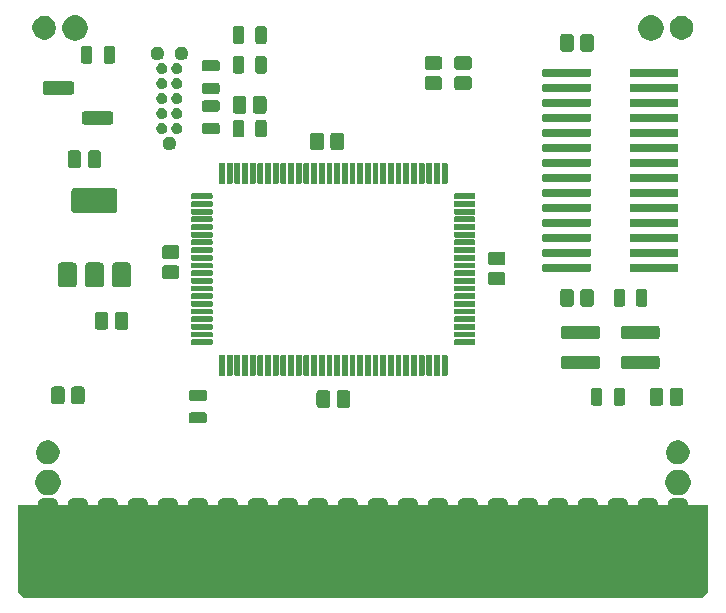
<source format=gts>
G04 #@! TF.GenerationSoftware,KiCad,Pcbnew,(5.1.5-0-10_14)*
G04 #@! TF.CreationDate,2021-01-03T17:39:15-05:00*
G04 #@! TF.ProjectId,GW4301,47573433-3031-42e6-9b69-6361645f7063,rev?*
G04 #@! TF.SameCoordinates,Original*
G04 #@! TF.FileFunction,Soldermask,Top*
G04 #@! TF.FilePolarity,Negative*
%FSLAX46Y46*%
G04 Gerber Fmt 4.6, Leading zero omitted, Abs format (unit mm)*
G04 Created by KiCad (PCBNEW (5.1.5-0-10_14)) date 2021-01-03 17:39:15*
%MOMM*%
%LPD*%
G04 APERTURE LIST*
%ADD10C,0.100000*%
G04 APERTURE END LIST*
D10*
G36*
X161290000Y-97282000D02*
G01*
X160782000Y-97790000D01*
X103378000Y-97790000D01*
X102870000Y-97282000D01*
X102870000Y-89916000D01*
X161290000Y-89916000D01*
X161290000Y-97282000D01*
G37*
G36*
X159275638Y-89380732D02*
G01*
X159348135Y-89402724D01*
X159414949Y-89438437D01*
X159473507Y-89486493D01*
X159521563Y-89545051D01*
X159557276Y-89611865D01*
X159579268Y-89684362D01*
X159587000Y-89762867D01*
X159587000Y-96473133D01*
X159579268Y-96551638D01*
X159557276Y-96624135D01*
X159521563Y-96690949D01*
X159473507Y-96749507D01*
X159414949Y-96797563D01*
X159348135Y-96833276D01*
X159275638Y-96855268D01*
X159197133Y-96863000D01*
X158302867Y-96863000D01*
X158224362Y-96855268D01*
X158151865Y-96833276D01*
X158085051Y-96797563D01*
X158026493Y-96749507D01*
X157978437Y-96690949D01*
X157942724Y-96624135D01*
X157920732Y-96551638D01*
X157913000Y-96473133D01*
X157913000Y-89762867D01*
X157920732Y-89684362D01*
X157942724Y-89611865D01*
X157978437Y-89545051D01*
X158026493Y-89486493D01*
X158085051Y-89438437D01*
X158151865Y-89402724D01*
X158224362Y-89380732D01*
X158302867Y-89373000D01*
X159197133Y-89373000D01*
X159275638Y-89380732D01*
G37*
G36*
X156735638Y-89380732D02*
G01*
X156808135Y-89402724D01*
X156874949Y-89438437D01*
X156933507Y-89486493D01*
X156981563Y-89545051D01*
X157017276Y-89611865D01*
X157039268Y-89684362D01*
X157047000Y-89762867D01*
X157047000Y-96473133D01*
X157039268Y-96551638D01*
X157017276Y-96624135D01*
X156981563Y-96690949D01*
X156933507Y-96749507D01*
X156874949Y-96797563D01*
X156808135Y-96833276D01*
X156735638Y-96855268D01*
X156657133Y-96863000D01*
X155762867Y-96863000D01*
X155684362Y-96855268D01*
X155611865Y-96833276D01*
X155545051Y-96797563D01*
X155486493Y-96749507D01*
X155438437Y-96690949D01*
X155402724Y-96624135D01*
X155380732Y-96551638D01*
X155373000Y-96473133D01*
X155373000Y-89762867D01*
X155380732Y-89684362D01*
X155402724Y-89611865D01*
X155438437Y-89545051D01*
X155486493Y-89486493D01*
X155545051Y-89438437D01*
X155611865Y-89402724D01*
X155684362Y-89380732D01*
X155762867Y-89373000D01*
X156657133Y-89373000D01*
X156735638Y-89380732D01*
G37*
G36*
X154195638Y-89380732D02*
G01*
X154268135Y-89402724D01*
X154334949Y-89438437D01*
X154393507Y-89486493D01*
X154441563Y-89545051D01*
X154477276Y-89611865D01*
X154499268Y-89684362D01*
X154507000Y-89762867D01*
X154507000Y-96473133D01*
X154499268Y-96551638D01*
X154477276Y-96624135D01*
X154441563Y-96690949D01*
X154393507Y-96749507D01*
X154334949Y-96797563D01*
X154268135Y-96833276D01*
X154195638Y-96855268D01*
X154117133Y-96863000D01*
X153222867Y-96863000D01*
X153144362Y-96855268D01*
X153071865Y-96833276D01*
X153005051Y-96797563D01*
X152946493Y-96749507D01*
X152898437Y-96690949D01*
X152862724Y-96624135D01*
X152840732Y-96551638D01*
X152833000Y-96473133D01*
X152833000Y-89762867D01*
X152840732Y-89684362D01*
X152862724Y-89611865D01*
X152898437Y-89545051D01*
X152946493Y-89486493D01*
X153005051Y-89438437D01*
X153071865Y-89402724D01*
X153144362Y-89380732D01*
X153222867Y-89373000D01*
X154117133Y-89373000D01*
X154195638Y-89380732D01*
G37*
G36*
X151655638Y-89380732D02*
G01*
X151728135Y-89402724D01*
X151794949Y-89438437D01*
X151853507Y-89486493D01*
X151901563Y-89545051D01*
X151937276Y-89611865D01*
X151959268Y-89684362D01*
X151967000Y-89762867D01*
X151967000Y-96473133D01*
X151959268Y-96551638D01*
X151937276Y-96624135D01*
X151901563Y-96690949D01*
X151853507Y-96749507D01*
X151794949Y-96797563D01*
X151728135Y-96833276D01*
X151655638Y-96855268D01*
X151577133Y-96863000D01*
X150682867Y-96863000D01*
X150604362Y-96855268D01*
X150531865Y-96833276D01*
X150465051Y-96797563D01*
X150406493Y-96749507D01*
X150358437Y-96690949D01*
X150322724Y-96624135D01*
X150300732Y-96551638D01*
X150293000Y-96473133D01*
X150293000Y-89762867D01*
X150300732Y-89684362D01*
X150322724Y-89611865D01*
X150358437Y-89545051D01*
X150406493Y-89486493D01*
X150465051Y-89438437D01*
X150531865Y-89402724D01*
X150604362Y-89380732D01*
X150682867Y-89373000D01*
X151577133Y-89373000D01*
X151655638Y-89380732D01*
G37*
G36*
X149115638Y-89380732D02*
G01*
X149188135Y-89402724D01*
X149254949Y-89438437D01*
X149313507Y-89486493D01*
X149361563Y-89545051D01*
X149397276Y-89611865D01*
X149419268Y-89684362D01*
X149427000Y-89762867D01*
X149427000Y-96473133D01*
X149419268Y-96551638D01*
X149397276Y-96624135D01*
X149361563Y-96690949D01*
X149313507Y-96749507D01*
X149254949Y-96797563D01*
X149188135Y-96833276D01*
X149115638Y-96855268D01*
X149037133Y-96863000D01*
X148142867Y-96863000D01*
X148064362Y-96855268D01*
X147991865Y-96833276D01*
X147925051Y-96797563D01*
X147866493Y-96749507D01*
X147818437Y-96690949D01*
X147782724Y-96624135D01*
X147760732Y-96551638D01*
X147753000Y-96473133D01*
X147753000Y-89762867D01*
X147760732Y-89684362D01*
X147782724Y-89611865D01*
X147818437Y-89545051D01*
X147866493Y-89486493D01*
X147925051Y-89438437D01*
X147991865Y-89402724D01*
X148064362Y-89380732D01*
X148142867Y-89373000D01*
X149037133Y-89373000D01*
X149115638Y-89380732D01*
G37*
G36*
X146575638Y-89380732D02*
G01*
X146648135Y-89402724D01*
X146714949Y-89438437D01*
X146773507Y-89486493D01*
X146821563Y-89545051D01*
X146857276Y-89611865D01*
X146879268Y-89684362D01*
X146887000Y-89762867D01*
X146887000Y-96473133D01*
X146879268Y-96551638D01*
X146857276Y-96624135D01*
X146821563Y-96690949D01*
X146773507Y-96749507D01*
X146714949Y-96797563D01*
X146648135Y-96833276D01*
X146575638Y-96855268D01*
X146497133Y-96863000D01*
X145602867Y-96863000D01*
X145524362Y-96855268D01*
X145451865Y-96833276D01*
X145385051Y-96797563D01*
X145326493Y-96749507D01*
X145278437Y-96690949D01*
X145242724Y-96624135D01*
X145220732Y-96551638D01*
X145213000Y-96473133D01*
X145213000Y-89762867D01*
X145220732Y-89684362D01*
X145242724Y-89611865D01*
X145278437Y-89545051D01*
X145326493Y-89486493D01*
X145385051Y-89438437D01*
X145451865Y-89402724D01*
X145524362Y-89380732D01*
X145602867Y-89373000D01*
X146497133Y-89373000D01*
X146575638Y-89380732D01*
G37*
G36*
X144035638Y-89380732D02*
G01*
X144108135Y-89402724D01*
X144174949Y-89438437D01*
X144233507Y-89486493D01*
X144281563Y-89545051D01*
X144317276Y-89611865D01*
X144339268Y-89684362D01*
X144347000Y-89762867D01*
X144347000Y-96473133D01*
X144339268Y-96551638D01*
X144317276Y-96624135D01*
X144281563Y-96690949D01*
X144233507Y-96749507D01*
X144174949Y-96797563D01*
X144108135Y-96833276D01*
X144035638Y-96855268D01*
X143957133Y-96863000D01*
X143062867Y-96863000D01*
X142984362Y-96855268D01*
X142911865Y-96833276D01*
X142845051Y-96797563D01*
X142786493Y-96749507D01*
X142738437Y-96690949D01*
X142702724Y-96624135D01*
X142680732Y-96551638D01*
X142673000Y-96473133D01*
X142673000Y-89762867D01*
X142680732Y-89684362D01*
X142702724Y-89611865D01*
X142738437Y-89545051D01*
X142786493Y-89486493D01*
X142845051Y-89438437D01*
X142911865Y-89402724D01*
X142984362Y-89380732D01*
X143062867Y-89373000D01*
X143957133Y-89373000D01*
X144035638Y-89380732D01*
G37*
G36*
X141495638Y-89380732D02*
G01*
X141568135Y-89402724D01*
X141634949Y-89438437D01*
X141693507Y-89486493D01*
X141741563Y-89545051D01*
X141777276Y-89611865D01*
X141799268Y-89684362D01*
X141807000Y-89762867D01*
X141807000Y-96473133D01*
X141799268Y-96551638D01*
X141777276Y-96624135D01*
X141741563Y-96690949D01*
X141693507Y-96749507D01*
X141634949Y-96797563D01*
X141568135Y-96833276D01*
X141495638Y-96855268D01*
X141417133Y-96863000D01*
X140522867Y-96863000D01*
X140444362Y-96855268D01*
X140371865Y-96833276D01*
X140305051Y-96797563D01*
X140246493Y-96749507D01*
X140198437Y-96690949D01*
X140162724Y-96624135D01*
X140140732Y-96551638D01*
X140133000Y-96473133D01*
X140133000Y-89762867D01*
X140140732Y-89684362D01*
X140162724Y-89611865D01*
X140198437Y-89545051D01*
X140246493Y-89486493D01*
X140305051Y-89438437D01*
X140371865Y-89402724D01*
X140444362Y-89380732D01*
X140522867Y-89373000D01*
X141417133Y-89373000D01*
X141495638Y-89380732D01*
G37*
G36*
X138955638Y-89380732D02*
G01*
X139028135Y-89402724D01*
X139094949Y-89438437D01*
X139153507Y-89486493D01*
X139201563Y-89545051D01*
X139237276Y-89611865D01*
X139259268Y-89684362D01*
X139267000Y-89762867D01*
X139267000Y-96473133D01*
X139259268Y-96551638D01*
X139237276Y-96624135D01*
X139201563Y-96690949D01*
X139153507Y-96749507D01*
X139094949Y-96797563D01*
X139028135Y-96833276D01*
X138955638Y-96855268D01*
X138877133Y-96863000D01*
X137982867Y-96863000D01*
X137904362Y-96855268D01*
X137831865Y-96833276D01*
X137765051Y-96797563D01*
X137706493Y-96749507D01*
X137658437Y-96690949D01*
X137622724Y-96624135D01*
X137600732Y-96551638D01*
X137593000Y-96473133D01*
X137593000Y-89762867D01*
X137600732Y-89684362D01*
X137622724Y-89611865D01*
X137658437Y-89545051D01*
X137706493Y-89486493D01*
X137765051Y-89438437D01*
X137831865Y-89402724D01*
X137904362Y-89380732D01*
X137982867Y-89373000D01*
X138877133Y-89373000D01*
X138955638Y-89380732D01*
G37*
G36*
X136415638Y-89380732D02*
G01*
X136488135Y-89402724D01*
X136554949Y-89438437D01*
X136613507Y-89486493D01*
X136661563Y-89545051D01*
X136697276Y-89611865D01*
X136719268Y-89684362D01*
X136727000Y-89762867D01*
X136727000Y-96473133D01*
X136719268Y-96551638D01*
X136697276Y-96624135D01*
X136661563Y-96690949D01*
X136613507Y-96749507D01*
X136554949Y-96797563D01*
X136488135Y-96833276D01*
X136415638Y-96855268D01*
X136337133Y-96863000D01*
X135442867Y-96863000D01*
X135364362Y-96855268D01*
X135291865Y-96833276D01*
X135225051Y-96797563D01*
X135166493Y-96749507D01*
X135118437Y-96690949D01*
X135082724Y-96624135D01*
X135060732Y-96551638D01*
X135053000Y-96473133D01*
X135053000Y-89762867D01*
X135060732Y-89684362D01*
X135082724Y-89611865D01*
X135118437Y-89545051D01*
X135166493Y-89486493D01*
X135225051Y-89438437D01*
X135291865Y-89402724D01*
X135364362Y-89380732D01*
X135442867Y-89373000D01*
X136337133Y-89373000D01*
X136415638Y-89380732D01*
G37*
G36*
X133875638Y-89380732D02*
G01*
X133948135Y-89402724D01*
X134014949Y-89438437D01*
X134073507Y-89486493D01*
X134121563Y-89545051D01*
X134157276Y-89611865D01*
X134179268Y-89684362D01*
X134187000Y-89762867D01*
X134187000Y-96473133D01*
X134179268Y-96551638D01*
X134157276Y-96624135D01*
X134121563Y-96690949D01*
X134073507Y-96749507D01*
X134014949Y-96797563D01*
X133948135Y-96833276D01*
X133875638Y-96855268D01*
X133797133Y-96863000D01*
X132902867Y-96863000D01*
X132824362Y-96855268D01*
X132751865Y-96833276D01*
X132685051Y-96797563D01*
X132626493Y-96749507D01*
X132578437Y-96690949D01*
X132542724Y-96624135D01*
X132520732Y-96551638D01*
X132513000Y-96473133D01*
X132513000Y-89762867D01*
X132520732Y-89684362D01*
X132542724Y-89611865D01*
X132578437Y-89545051D01*
X132626493Y-89486493D01*
X132685051Y-89438437D01*
X132751865Y-89402724D01*
X132824362Y-89380732D01*
X132902867Y-89373000D01*
X133797133Y-89373000D01*
X133875638Y-89380732D01*
G37*
G36*
X131335638Y-89380732D02*
G01*
X131408135Y-89402724D01*
X131474949Y-89438437D01*
X131533507Y-89486493D01*
X131581563Y-89545051D01*
X131617276Y-89611865D01*
X131639268Y-89684362D01*
X131647000Y-89762867D01*
X131647000Y-96473133D01*
X131639268Y-96551638D01*
X131617276Y-96624135D01*
X131581563Y-96690949D01*
X131533507Y-96749507D01*
X131474949Y-96797563D01*
X131408135Y-96833276D01*
X131335638Y-96855268D01*
X131257133Y-96863000D01*
X130362867Y-96863000D01*
X130284362Y-96855268D01*
X130211865Y-96833276D01*
X130145051Y-96797563D01*
X130086493Y-96749507D01*
X130038437Y-96690949D01*
X130002724Y-96624135D01*
X129980732Y-96551638D01*
X129973000Y-96473133D01*
X129973000Y-89762867D01*
X129980732Y-89684362D01*
X130002724Y-89611865D01*
X130038437Y-89545051D01*
X130086493Y-89486493D01*
X130145051Y-89438437D01*
X130211865Y-89402724D01*
X130284362Y-89380732D01*
X130362867Y-89373000D01*
X131257133Y-89373000D01*
X131335638Y-89380732D01*
G37*
G36*
X128795638Y-89380732D02*
G01*
X128868135Y-89402724D01*
X128934949Y-89438437D01*
X128993507Y-89486493D01*
X129041563Y-89545051D01*
X129077276Y-89611865D01*
X129099268Y-89684362D01*
X129107000Y-89762867D01*
X129107000Y-96473133D01*
X129099268Y-96551638D01*
X129077276Y-96624135D01*
X129041563Y-96690949D01*
X128993507Y-96749507D01*
X128934949Y-96797563D01*
X128868135Y-96833276D01*
X128795638Y-96855268D01*
X128717133Y-96863000D01*
X127822867Y-96863000D01*
X127744362Y-96855268D01*
X127671865Y-96833276D01*
X127605051Y-96797563D01*
X127546493Y-96749507D01*
X127498437Y-96690949D01*
X127462724Y-96624135D01*
X127440732Y-96551638D01*
X127433000Y-96473133D01*
X127433000Y-89762867D01*
X127440732Y-89684362D01*
X127462724Y-89611865D01*
X127498437Y-89545051D01*
X127546493Y-89486493D01*
X127605051Y-89438437D01*
X127671865Y-89402724D01*
X127744362Y-89380732D01*
X127822867Y-89373000D01*
X128717133Y-89373000D01*
X128795638Y-89380732D01*
G37*
G36*
X126255638Y-89380732D02*
G01*
X126328135Y-89402724D01*
X126394949Y-89438437D01*
X126453507Y-89486493D01*
X126501563Y-89545051D01*
X126537276Y-89611865D01*
X126559268Y-89684362D01*
X126567000Y-89762867D01*
X126567000Y-96473133D01*
X126559268Y-96551638D01*
X126537276Y-96624135D01*
X126501563Y-96690949D01*
X126453507Y-96749507D01*
X126394949Y-96797563D01*
X126328135Y-96833276D01*
X126255638Y-96855268D01*
X126177133Y-96863000D01*
X125282867Y-96863000D01*
X125204362Y-96855268D01*
X125131865Y-96833276D01*
X125065051Y-96797563D01*
X125006493Y-96749507D01*
X124958437Y-96690949D01*
X124922724Y-96624135D01*
X124900732Y-96551638D01*
X124893000Y-96473133D01*
X124893000Y-89762867D01*
X124900732Y-89684362D01*
X124922724Y-89611865D01*
X124958437Y-89545051D01*
X125006493Y-89486493D01*
X125065051Y-89438437D01*
X125131865Y-89402724D01*
X125204362Y-89380732D01*
X125282867Y-89373000D01*
X126177133Y-89373000D01*
X126255638Y-89380732D01*
G37*
G36*
X123715638Y-89380732D02*
G01*
X123788135Y-89402724D01*
X123854949Y-89438437D01*
X123913507Y-89486493D01*
X123961563Y-89545051D01*
X123997276Y-89611865D01*
X124019268Y-89684362D01*
X124027000Y-89762867D01*
X124027000Y-96473133D01*
X124019268Y-96551638D01*
X123997276Y-96624135D01*
X123961563Y-96690949D01*
X123913507Y-96749507D01*
X123854949Y-96797563D01*
X123788135Y-96833276D01*
X123715638Y-96855268D01*
X123637133Y-96863000D01*
X122742867Y-96863000D01*
X122664362Y-96855268D01*
X122591865Y-96833276D01*
X122525051Y-96797563D01*
X122466493Y-96749507D01*
X122418437Y-96690949D01*
X122382724Y-96624135D01*
X122360732Y-96551638D01*
X122353000Y-96473133D01*
X122353000Y-89762867D01*
X122360732Y-89684362D01*
X122382724Y-89611865D01*
X122418437Y-89545051D01*
X122466493Y-89486493D01*
X122525051Y-89438437D01*
X122591865Y-89402724D01*
X122664362Y-89380732D01*
X122742867Y-89373000D01*
X123637133Y-89373000D01*
X123715638Y-89380732D01*
G37*
G36*
X121175638Y-89380732D02*
G01*
X121248135Y-89402724D01*
X121314949Y-89438437D01*
X121373507Y-89486493D01*
X121421563Y-89545051D01*
X121457276Y-89611865D01*
X121479268Y-89684362D01*
X121487000Y-89762867D01*
X121487000Y-96473133D01*
X121479268Y-96551638D01*
X121457276Y-96624135D01*
X121421563Y-96690949D01*
X121373507Y-96749507D01*
X121314949Y-96797563D01*
X121248135Y-96833276D01*
X121175638Y-96855268D01*
X121097133Y-96863000D01*
X120202867Y-96863000D01*
X120124362Y-96855268D01*
X120051865Y-96833276D01*
X119985051Y-96797563D01*
X119926493Y-96749507D01*
X119878437Y-96690949D01*
X119842724Y-96624135D01*
X119820732Y-96551638D01*
X119813000Y-96473133D01*
X119813000Y-89762867D01*
X119820732Y-89684362D01*
X119842724Y-89611865D01*
X119878437Y-89545051D01*
X119926493Y-89486493D01*
X119985051Y-89438437D01*
X120051865Y-89402724D01*
X120124362Y-89380732D01*
X120202867Y-89373000D01*
X121097133Y-89373000D01*
X121175638Y-89380732D01*
G37*
G36*
X118635638Y-89380732D02*
G01*
X118708135Y-89402724D01*
X118774949Y-89438437D01*
X118833507Y-89486493D01*
X118881563Y-89545051D01*
X118917276Y-89611865D01*
X118939268Y-89684362D01*
X118947000Y-89762867D01*
X118947000Y-96473133D01*
X118939268Y-96551638D01*
X118917276Y-96624135D01*
X118881563Y-96690949D01*
X118833507Y-96749507D01*
X118774949Y-96797563D01*
X118708135Y-96833276D01*
X118635638Y-96855268D01*
X118557133Y-96863000D01*
X117662867Y-96863000D01*
X117584362Y-96855268D01*
X117511865Y-96833276D01*
X117445051Y-96797563D01*
X117386493Y-96749507D01*
X117338437Y-96690949D01*
X117302724Y-96624135D01*
X117280732Y-96551638D01*
X117273000Y-96473133D01*
X117273000Y-89762867D01*
X117280732Y-89684362D01*
X117302724Y-89611865D01*
X117338437Y-89545051D01*
X117386493Y-89486493D01*
X117445051Y-89438437D01*
X117511865Y-89402724D01*
X117584362Y-89380732D01*
X117662867Y-89373000D01*
X118557133Y-89373000D01*
X118635638Y-89380732D01*
G37*
G36*
X116095638Y-89380732D02*
G01*
X116168135Y-89402724D01*
X116234949Y-89438437D01*
X116293507Y-89486493D01*
X116341563Y-89545051D01*
X116377276Y-89611865D01*
X116399268Y-89684362D01*
X116407000Y-89762867D01*
X116407000Y-96473133D01*
X116399268Y-96551638D01*
X116377276Y-96624135D01*
X116341563Y-96690949D01*
X116293507Y-96749507D01*
X116234949Y-96797563D01*
X116168135Y-96833276D01*
X116095638Y-96855268D01*
X116017133Y-96863000D01*
X115122867Y-96863000D01*
X115044362Y-96855268D01*
X114971865Y-96833276D01*
X114905051Y-96797563D01*
X114846493Y-96749507D01*
X114798437Y-96690949D01*
X114762724Y-96624135D01*
X114740732Y-96551638D01*
X114733000Y-96473133D01*
X114733000Y-89762867D01*
X114740732Y-89684362D01*
X114762724Y-89611865D01*
X114798437Y-89545051D01*
X114846493Y-89486493D01*
X114905051Y-89438437D01*
X114971865Y-89402724D01*
X115044362Y-89380732D01*
X115122867Y-89373000D01*
X116017133Y-89373000D01*
X116095638Y-89380732D01*
G37*
G36*
X113555638Y-89380732D02*
G01*
X113628135Y-89402724D01*
X113694949Y-89438437D01*
X113753507Y-89486493D01*
X113801563Y-89545051D01*
X113837276Y-89611865D01*
X113859268Y-89684362D01*
X113867000Y-89762867D01*
X113867000Y-96473133D01*
X113859268Y-96551638D01*
X113837276Y-96624135D01*
X113801563Y-96690949D01*
X113753507Y-96749507D01*
X113694949Y-96797563D01*
X113628135Y-96833276D01*
X113555638Y-96855268D01*
X113477133Y-96863000D01*
X112582867Y-96863000D01*
X112504362Y-96855268D01*
X112431865Y-96833276D01*
X112365051Y-96797563D01*
X112306493Y-96749507D01*
X112258437Y-96690949D01*
X112222724Y-96624135D01*
X112200732Y-96551638D01*
X112193000Y-96473133D01*
X112193000Y-89762867D01*
X112200732Y-89684362D01*
X112222724Y-89611865D01*
X112258437Y-89545051D01*
X112306493Y-89486493D01*
X112365051Y-89438437D01*
X112431865Y-89402724D01*
X112504362Y-89380732D01*
X112582867Y-89373000D01*
X113477133Y-89373000D01*
X113555638Y-89380732D01*
G37*
G36*
X111015638Y-89380732D02*
G01*
X111088135Y-89402724D01*
X111154949Y-89438437D01*
X111213507Y-89486493D01*
X111261563Y-89545051D01*
X111297276Y-89611865D01*
X111319268Y-89684362D01*
X111327000Y-89762867D01*
X111327000Y-96473133D01*
X111319268Y-96551638D01*
X111297276Y-96624135D01*
X111261563Y-96690949D01*
X111213507Y-96749507D01*
X111154949Y-96797563D01*
X111088135Y-96833276D01*
X111015638Y-96855268D01*
X110937133Y-96863000D01*
X110042867Y-96863000D01*
X109964362Y-96855268D01*
X109891865Y-96833276D01*
X109825051Y-96797563D01*
X109766493Y-96749507D01*
X109718437Y-96690949D01*
X109682724Y-96624135D01*
X109660732Y-96551638D01*
X109653000Y-96473133D01*
X109653000Y-89762867D01*
X109660732Y-89684362D01*
X109682724Y-89611865D01*
X109718437Y-89545051D01*
X109766493Y-89486493D01*
X109825051Y-89438437D01*
X109891865Y-89402724D01*
X109964362Y-89380732D01*
X110042867Y-89373000D01*
X110937133Y-89373000D01*
X111015638Y-89380732D01*
G37*
G36*
X108475638Y-89380732D02*
G01*
X108548135Y-89402724D01*
X108614949Y-89438437D01*
X108673507Y-89486493D01*
X108721563Y-89545051D01*
X108757276Y-89611865D01*
X108779268Y-89684362D01*
X108787000Y-89762867D01*
X108787000Y-96473133D01*
X108779268Y-96551638D01*
X108757276Y-96624135D01*
X108721563Y-96690949D01*
X108673507Y-96749507D01*
X108614949Y-96797563D01*
X108548135Y-96833276D01*
X108475638Y-96855268D01*
X108397133Y-96863000D01*
X107502867Y-96863000D01*
X107424362Y-96855268D01*
X107351865Y-96833276D01*
X107285051Y-96797563D01*
X107226493Y-96749507D01*
X107178437Y-96690949D01*
X107142724Y-96624135D01*
X107120732Y-96551638D01*
X107113000Y-96473133D01*
X107113000Y-89762867D01*
X107120732Y-89684362D01*
X107142724Y-89611865D01*
X107178437Y-89545051D01*
X107226493Y-89486493D01*
X107285051Y-89438437D01*
X107351865Y-89402724D01*
X107424362Y-89380732D01*
X107502867Y-89373000D01*
X108397133Y-89373000D01*
X108475638Y-89380732D01*
G37*
G36*
X105935638Y-89380732D02*
G01*
X106008135Y-89402724D01*
X106074949Y-89438437D01*
X106133507Y-89486493D01*
X106181563Y-89545051D01*
X106217276Y-89611865D01*
X106239268Y-89684362D01*
X106247000Y-89762867D01*
X106247000Y-96473133D01*
X106239268Y-96551638D01*
X106217276Y-96624135D01*
X106181563Y-96690949D01*
X106133507Y-96749507D01*
X106074949Y-96797563D01*
X106008135Y-96833276D01*
X105935638Y-96855268D01*
X105857133Y-96863000D01*
X104962867Y-96863000D01*
X104884362Y-96855268D01*
X104811865Y-96833276D01*
X104745051Y-96797563D01*
X104686493Y-96749507D01*
X104638437Y-96690949D01*
X104602724Y-96624135D01*
X104580732Y-96551638D01*
X104573000Y-96473133D01*
X104573000Y-89762867D01*
X104580732Y-89684362D01*
X104602724Y-89611865D01*
X104638437Y-89545051D01*
X104686493Y-89486493D01*
X104745051Y-89438437D01*
X104811865Y-89402724D01*
X104884362Y-89380732D01*
X104962867Y-89373000D01*
X105857133Y-89373000D01*
X105935638Y-89380732D01*
G37*
G36*
X105567800Y-86946328D02*
G01*
X105723569Y-86977312D01*
X105919205Y-87058347D01*
X106095268Y-87175989D01*
X106245011Y-87325732D01*
X106362653Y-87501795D01*
X106443688Y-87697431D01*
X106485000Y-87905123D01*
X106485000Y-88116877D01*
X106443688Y-88324569D01*
X106362653Y-88520205D01*
X106245011Y-88696268D01*
X106095268Y-88846011D01*
X105919205Y-88963653D01*
X105723569Y-89044688D01*
X105567800Y-89075672D01*
X105515878Y-89086000D01*
X105304122Y-89086000D01*
X105252200Y-89075672D01*
X105096431Y-89044688D01*
X104900795Y-88963653D01*
X104724732Y-88846011D01*
X104574989Y-88696268D01*
X104457347Y-88520205D01*
X104376312Y-88324569D01*
X104335000Y-88116877D01*
X104335000Y-87905123D01*
X104376312Y-87697431D01*
X104457347Y-87501795D01*
X104574989Y-87325732D01*
X104724732Y-87175989D01*
X104900795Y-87058347D01*
X105096431Y-86977312D01*
X105252200Y-86946328D01*
X105304122Y-86936000D01*
X105515878Y-86936000D01*
X105567800Y-86946328D01*
G37*
G36*
X158907800Y-86946328D02*
G01*
X159063569Y-86977312D01*
X159259205Y-87058347D01*
X159435268Y-87175989D01*
X159585011Y-87325732D01*
X159702653Y-87501795D01*
X159783688Y-87697431D01*
X159825000Y-87905123D01*
X159825000Y-88116877D01*
X159783688Y-88324569D01*
X159702653Y-88520205D01*
X159585011Y-88696268D01*
X159435268Y-88846011D01*
X159259205Y-88963653D01*
X159063569Y-89044688D01*
X158907800Y-89075672D01*
X158855878Y-89086000D01*
X158644122Y-89086000D01*
X158592200Y-89075672D01*
X158436431Y-89044688D01*
X158240795Y-88963653D01*
X158064732Y-88846011D01*
X157914989Y-88696268D01*
X157797347Y-88520205D01*
X157716312Y-88324569D01*
X157675000Y-88116877D01*
X157675000Y-87905123D01*
X157716312Y-87697431D01*
X157797347Y-87501795D01*
X157914989Y-87325732D01*
X158064732Y-87175989D01*
X158240795Y-87058347D01*
X158436431Y-86977312D01*
X158592200Y-86946328D01*
X158644122Y-86936000D01*
X158855878Y-86936000D01*
X158907800Y-86946328D01*
G37*
G36*
X159041692Y-84509429D02*
G01*
X159223679Y-84584811D01*
X159387458Y-84694245D01*
X159387460Y-84694247D01*
X159387463Y-84694249D01*
X159526751Y-84833537D01*
X159526753Y-84833540D01*
X159526755Y-84833542D01*
X159636189Y-84997321D01*
X159711571Y-85179308D01*
X159750000Y-85372509D01*
X159750000Y-85569491D01*
X159711571Y-85762692D01*
X159636189Y-85944679D01*
X159526755Y-86108458D01*
X159526753Y-86108460D01*
X159526751Y-86108463D01*
X159387463Y-86247751D01*
X159387460Y-86247753D01*
X159387458Y-86247755D01*
X159223679Y-86357189D01*
X159041692Y-86432571D01*
X158848491Y-86471000D01*
X158651509Y-86471000D01*
X158458308Y-86432571D01*
X158276321Y-86357189D01*
X158112542Y-86247755D01*
X158112540Y-86247753D01*
X158112537Y-86247751D01*
X157973249Y-86108463D01*
X157973247Y-86108460D01*
X157973245Y-86108458D01*
X157863811Y-85944679D01*
X157788429Y-85762692D01*
X157750000Y-85569491D01*
X157750000Y-85372509D01*
X157788429Y-85179308D01*
X157863811Y-84997321D01*
X157973245Y-84833542D01*
X157973247Y-84833540D01*
X157973249Y-84833537D01*
X158112537Y-84694249D01*
X158112540Y-84694247D01*
X158112542Y-84694245D01*
X158276321Y-84584811D01*
X158458308Y-84509429D01*
X158651509Y-84471000D01*
X158848491Y-84471000D01*
X159041692Y-84509429D01*
G37*
G36*
X105701692Y-84509429D02*
G01*
X105883679Y-84584811D01*
X106047458Y-84694245D01*
X106047460Y-84694247D01*
X106047463Y-84694249D01*
X106186751Y-84833537D01*
X106186753Y-84833540D01*
X106186755Y-84833542D01*
X106296189Y-84997321D01*
X106371571Y-85179308D01*
X106410000Y-85372509D01*
X106410000Y-85569491D01*
X106371571Y-85762692D01*
X106296189Y-85944679D01*
X106186755Y-86108458D01*
X106186753Y-86108460D01*
X106186751Y-86108463D01*
X106047463Y-86247751D01*
X106047460Y-86247753D01*
X106047458Y-86247755D01*
X105883679Y-86357189D01*
X105701692Y-86432571D01*
X105508491Y-86471000D01*
X105311509Y-86471000D01*
X105118308Y-86432571D01*
X104936321Y-86357189D01*
X104772542Y-86247755D01*
X104772540Y-86247753D01*
X104772537Y-86247751D01*
X104633249Y-86108463D01*
X104633247Y-86108460D01*
X104633245Y-86108458D01*
X104523811Y-85944679D01*
X104448429Y-85762692D01*
X104410000Y-85569491D01*
X104410000Y-85372509D01*
X104448429Y-85179308D01*
X104523811Y-84997321D01*
X104633245Y-84833542D01*
X104633247Y-84833540D01*
X104633249Y-84833537D01*
X104772537Y-84694249D01*
X104772540Y-84694247D01*
X104772542Y-84694245D01*
X104936321Y-84584811D01*
X105118308Y-84509429D01*
X105311509Y-84471000D01*
X105508491Y-84471000D01*
X105701692Y-84509429D01*
G37*
G36*
X118694329Y-82074255D02*
G01*
X118732868Y-82085945D01*
X118768388Y-82104931D01*
X118799520Y-82130480D01*
X118825069Y-82161612D01*
X118844055Y-82197132D01*
X118855745Y-82235671D01*
X118860000Y-82278868D01*
X118860000Y-82811132D01*
X118855745Y-82854329D01*
X118844055Y-82892868D01*
X118825069Y-82928388D01*
X118799520Y-82959520D01*
X118768388Y-82985069D01*
X118732868Y-83004055D01*
X118694329Y-83015745D01*
X118651132Y-83020000D01*
X117568868Y-83020000D01*
X117525671Y-83015745D01*
X117487132Y-83004055D01*
X117451612Y-82985069D01*
X117420480Y-82959520D01*
X117394931Y-82928388D01*
X117375945Y-82892868D01*
X117364255Y-82854329D01*
X117360000Y-82811132D01*
X117360000Y-82278868D01*
X117364255Y-82235671D01*
X117375945Y-82197132D01*
X117394931Y-82161612D01*
X117420480Y-82130480D01*
X117451612Y-82104931D01*
X117487132Y-82085945D01*
X117525671Y-82074255D01*
X117568868Y-82070000D01*
X118651132Y-82070000D01*
X118694329Y-82074255D01*
G37*
G36*
X130794082Y-80205215D02*
G01*
X130842006Y-80219752D01*
X130886168Y-80243357D01*
X130924876Y-80275124D01*
X130956643Y-80313832D01*
X130980248Y-80357994D01*
X130994785Y-80405918D01*
X131000000Y-80458867D01*
X131000000Y-81441133D01*
X130994785Y-81494082D01*
X130980248Y-81542006D01*
X130956643Y-81586168D01*
X130924876Y-81624876D01*
X130886168Y-81656643D01*
X130842006Y-81680248D01*
X130794082Y-81694785D01*
X130741133Y-81700000D01*
X130108867Y-81700000D01*
X130055918Y-81694785D01*
X130007994Y-81680248D01*
X129963832Y-81656643D01*
X129925124Y-81624876D01*
X129893357Y-81586168D01*
X129869752Y-81542006D01*
X129855215Y-81494082D01*
X129850000Y-81441133D01*
X129850000Y-80458867D01*
X129855215Y-80405918D01*
X129869752Y-80357994D01*
X129893357Y-80313832D01*
X129925124Y-80275124D01*
X129963832Y-80243357D01*
X130007994Y-80219752D01*
X130055918Y-80205215D01*
X130108867Y-80200000D01*
X130741133Y-80200000D01*
X130794082Y-80205215D01*
G37*
G36*
X129094082Y-80205215D02*
G01*
X129142006Y-80219752D01*
X129186168Y-80243357D01*
X129224876Y-80275124D01*
X129256643Y-80313832D01*
X129280248Y-80357994D01*
X129294785Y-80405918D01*
X129300000Y-80458867D01*
X129300000Y-81441133D01*
X129294785Y-81494082D01*
X129280248Y-81542006D01*
X129256643Y-81586168D01*
X129224876Y-81624876D01*
X129186168Y-81656643D01*
X129142006Y-81680248D01*
X129094082Y-81694785D01*
X129041133Y-81700000D01*
X128408867Y-81700000D01*
X128355918Y-81694785D01*
X128307994Y-81680248D01*
X128263832Y-81656643D01*
X128225124Y-81624876D01*
X128193357Y-81586168D01*
X128169752Y-81542006D01*
X128155215Y-81494082D01*
X128150000Y-81441133D01*
X128150000Y-80458867D01*
X128155215Y-80405918D01*
X128169752Y-80357994D01*
X128193357Y-80313832D01*
X128225124Y-80275124D01*
X128263832Y-80243357D01*
X128307994Y-80219752D01*
X128355918Y-80205215D01*
X128408867Y-80200000D01*
X129041133Y-80200000D01*
X129094082Y-80205215D01*
G37*
G36*
X158992082Y-80027215D02*
G01*
X159040006Y-80041752D01*
X159084168Y-80065357D01*
X159122876Y-80097124D01*
X159154643Y-80135832D01*
X159178248Y-80179994D01*
X159192785Y-80227918D01*
X159198000Y-80280867D01*
X159198000Y-81263133D01*
X159192785Y-81316082D01*
X159178248Y-81364006D01*
X159154643Y-81408168D01*
X159122876Y-81446876D01*
X159084168Y-81478643D01*
X159040006Y-81502248D01*
X158992082Y-81516785D01*
X158939133Y-81522000D01*
X158306867Y-81522000D01*
X158253918Y-81516785D01*
X158205994Y-81502248D01*
X158161832Y-81478643D01*
X158123124Y-81446876D01*
X158091357Y-81408168D01*
X158067752Y-81364006D01*
X158053215Y-81316082D01*
X158048000Y-81263133D01*
X158048000Y-80280867D01*
X158053215Y-80227918D01*
X158067752Y-80179994D01*
X158091357Y-80135832D01*
X158123124Y-80097124D01*
X158161832Y-80065357D01*
X158205994Y-80041752D01*
X158253918Y-80027215D01*
X158306867Y-80022000D01*
X158939133Y-80022000D01*
X158992082Y-80027215D01*
G37*
G36*
X157292082Y-80027215D02*
G01*
X157340006Y-80041752D01*
X157384168Y-80065357D01*
X157422876Y-80097124D01*
X157454643Y-80135832D01*
X157478248Y-80179994D01*
X157492785Y-80227918D01*
X157498000Y-80280867D01*
X157498000Y-81263133D01*
X157492785Y-81316082D01*
X157478248Y-81364006D01*
X157454643Y-81408168D01*
X157422876Y-81446876D01*
X157384168Y-81478643D01*
X157340006Y-81502248D01*
X157292082Y-81516785D01*
X157239133Y-81522000D01*
X156606867Y-81522000D01*
X156553918Y-81516785D01*
X156505994Y-81502248D01*
X156461832Y-81478643D01*
X156423124Y-81446876D01*
X156391357Y-81408168D01*
X156367752Y-81364006D01*
X156353215Y-81316082D01*
X156348000Y-81263133D01*
X156348000Y-80280867D01*
X156353215Y-80227918D01*
X156367752Y-80179994D01*
X156391357Y-80135832D01*
X156423124Y-80097124D01*
X156461832Y-80065357D01*
X156505994Y-80041752D01*
X156553918Y-80027215D01*
X156606867Y-80022000D01*
X157239133Y-80022000D01*
X157292082Y-80027215D01*
G37*
G36*
X152201329Y-80026255D02*
G01*
X152239868Y-80037945D01*
X152275388Y-80056931D01*
X152306520Y-80082480D01*
X152332069Y-80113612D01*
X152351055Y-80149132D01*
X152362745Y-80187671D01*
X152367000Y-80230868D01*
X152367000Y-81313132D01*
X152362745Y-81356329D01*
X152351055Y-81394868D01*
X152332069Y-81430388D01*
X152306520Y-81461520D01*
X152275388Y-81487069D01*
X152239868Y-81506055D01*
X152201329Y-81517745D01*
X152158132Y-81522000D01*
X151625868Y-81522000D01*
X151582671Y-81517745D01*
X151544132Y-81506055D01*
X151508612Y-81487069D01*
X151477480Y-81461520D01*
X151451931Y-81430388D01*
X151432945Y-81394868D01*
X151421255Y-81356329D01*
X151417000Y-81313132D01*
X151417000Y-80230868D01*
X151421255Y-80187671D01*
X151432945Y-80149132D01*
X151451931Y-80113612D01*
X151477480Y-80082480D01*
X151508612Y-80056931D01*
X151544132Y-80037945D01*
X151582671Y-80026255D01*
X151625868Y-80022000D01*
X152158132Y-80022000D01*
X152201329Y-80026255D01*
G37*
G36*
X154101329Y-80026255D02*
G01*
X154139868Y-80037945D01*
X154175388Y-80056931D01*
X154206520Y-80082480D01*
X154232069Y-80113612D01*
X154251055Y-80149132D01*
X154262745Y-80187671D01*
X154267000Y-80230868D01*
X154267000Y-81313132D01*
X154262745Y-81356329D01*
X154251055Y-81394868D01*
X154232069Y-81430388D01*
X154206520Y-81461520D01*
X154175388Y-81487069D01*
X154139868Y-81506055D01*
X154101329Y-81517745D01*
X154058132Y-81522000D01*
X153525868Y-81522000D01*
X153482671Y-81517745D01*
X153444132Y-81506055D01*
X153408612Y-81487069D01*
X153377480Y-81461520D01*
X153351931Y-81430388D01*
X153332945Y-81394868D01*
X153321255Y-81356329D01*
X153317000Y-81313132D01*
X153317000Y-80230868D01*
X153321255Y-80187671D01*
X153332945Y-80149132D01*
X153351931Y-80113612D01*
X153377480Y-80082480D01*
X153408612Y-80056931D01*
X153444132Y-80037945D01*
X153482671Y-80026255D01*
X153525868Y-80022000D01*
X154058132Y-80022000D01*
X154101329Y-80026255D01*
G37*
G36*
X106619082Y-79900215D02*
G01*
X106667006Y-79914752D01*
X106711168Y-79938357D01*
X106749876Y-79970124D01*
X106781643Y-80008832D01*
X106805248Y-80052994D01*
X106819785Y-80100918D01*
X106825000Y-80153867D01*
X106825000Y-81136133D01*
X106819785Y-81189082D01*
X106805248Y-81237006D01*
X106781643Y-81281168D01*
X106749876Y-81319876D01*
X106711168Y-81351643D01*
X106667006Y-81375248D01*
X106619082Y-81389785D01*
X106566133Y-81395000D01*
X105933867Y-81395000D01*
X105880918Y-81389785D01*
X105832994Y-81375248D01*
X105788832Y-81351643D01*
X105750124Y-81319876D01*
X105718357Y-81281168D01*
X105694752Y-81237006D01*
X105680215Y-81189082D01*
X105675000Y-81136133D01*
X105675000Y-80153867D01*
X105680215Y-80100918D01*
X105694752Y-80052994D01*
X105718357Y-80008832D01*
X105750124Y-79970124D01*
X105788832Y-79938357D01*
X105832994Y-79914752D01*
X105880918Y-79900215D01*
X105933867Y-79895000D01*
X106566133Y-79895000D01*
X106619082Y-79900215D01*
G37*
G36*
X108319082Y-79900215D02*
G01*
X108367006Y-79914752D01*
X108411168Y-79938357D01*
X108449876Y-79970124D01*
X108481643Y-80008832D01*
X108505248Y-80052994D01*
X108519785Y-80100918D01*
X108525000Y-80153867D01*
X108525000Y-81136133D01*
X108519785Y-81189082D01*
X108505248Y-81237006D01*
X108481643Y-81281168D01*
X108449876Y-81319876D01*
X108411168Y-81351643D01*
X108367006Y-81375248D01*
X108319082Y-81389785D01*
X108266133Y-81395000D01*
X107633867Y-81395000D01*
X107580918Y-81389785D01*
X107532994Y-81375248D01*
X107488832Y-81351643D01*
X107450124Y-81319876D01*
X107418357Y-81281168D01*
X107394752Y-81237006D01*
X107380215Y-81189082D01*
X107375000Y-81136133D01*
X107375000Y-80153867D01*
X107380215Y-80100918D01*
X107394752Y-80052994D01*
X107418357Y-80008832D01*
X107450124Y-79970124D01*
X107488832Y-79938357D01*
X107532994Y-79914752D01*
X107580918Y-79900215D01*
X107633867Y-79895000D01*
X108266133Y-79895000D01*
X108319082Y-79900215D01*
G37*
G36*
X118694329Y-80174255D02*
G01*
X118732868Y-80185945D01*
X118768388Y-80204931D01*
X118799520Y-80230480D01*
X118825069Y-80261612D01*
X118844055Y-80297132D01*
X118855745Y-80335671D01*
X118860000Y-80378868D01*
X118860000Y-80911132D01*
X118855745Y-80954329D01*
X118844055Y-80992868D01*
X118825069Y-81028388D01*
X118799520Y-81059520D01*
X118768388Y-81085069D01*
X118732868Y-81104055D01*
X118694329Y-81115745D01*
X118651132Y-81120000D01*
X117568868Y-81120000D01*
X117525671Y-81115745D01*
X117487132Y-81104055D01*
X117451612Y-81085069D01*
X117420480Y-81059520D01*
X117394931Y-81028388D01*
X117375945Y-80992868D01*
X117364255Y-80954329D01*
X117360000Y-80911132D01*
X117360000Y-80378868D01*
X117364255Y-80335671D01*
X117375945Y-80297132D01*
X117394931Y-80261612D01*
X117420480Y-80230480D01*
X117451612Y-80204931D01*
X117487132Y-80185945D01*
X117525671Y-80174255D01*
X117568868Y-80170000D01*
X118651132Y-80170000D01*
X118694329Y-80174255D01*
G37*
G36*
X137224285Y-77203083D02*
G01*
X137241623Y-77208343D01*
X137257611Y-77216889D01*
X137271617Y-77228383D01*
X137283111Y-77242389D01*
X137291657Y-77258377D01*
X137296917Y-77275715D01*
X137299000Y-77296866D01*
X137299000Y-78903134D01*
X137296917Y-78924285D01*
X137291657Y-78941623D01*
X137283111Y-78957611D01*
X137271617Y-78971617D01*
X137257611Y-78983111D01*
X137241623Y-78991657D01*
X137224285Y-78996917D01*
X137203134Y-78999000D01*
X136896866Y-78999000D01*
X136875715Y-78996917D01*
X136858377Y-78991657D01*
X136842389Y-78983111D01*
X136828383Y-78971617D01*
X136816889Y-78957611D01*
X136808343Y-78941623D01*
X136803083Y-78924285D01*
X136801000Y-78903134D01*
X136801000Y-77296866D01*
X136803083Y-77275715D01*
X136808343Y-77258377D01*
X136816889Y-77242389D01*
X136828383Y-77228383D01*
X136842389Y-77216889D01*
X136858377Y-77208343D01*
X136875715Y-77203083D01*
X136896866Y-77201000D01*
X137203134Y-77201000D01*
X137224285Y-77203083D01*
G37*
G36*
X120974285Y-77203083D02*
G01*
X120991623Y-77208343D01*
X121007611Y-77216889D01*
X121021617Y-77228383D01*
X121033111Y-77242389D01*
X121041657Y-77258377D01*
X121046917Y-77275715D01*
X121049000Y-77296866D01*
X121049000Y-78903134D01*
X121046917Y-78924285D01*
X121041657Y-78941623D01*
X121033111Y-78957611D01*
X121021617Y-78971617D01*
X121007611Y-78983111D01*
X120991623Y-78991657D01*
X120974285Y-78996917D01*
X120953134Y-78999000D01*
X120646866Y-78999000D01*
X120625715Y-78996917D01*
X120608377Y-78991657D01*
X120592389Y-78983111D01*
X120578383Y-78971617D01*
X120566889Y-78957611D01*
X120558343Y-78941623D01*
X120553083Y-78924285D01*
X120551000Y-78903134D01*
X120551000Y-77296866D01*
X120553083Y-77275715D01*
X120558343Y-77258377D01*
X120566889Y-77242389D01*
X120578383Y-77228383D01*
X120592389Y-77216889D01*
X120608377Y-77208343D01*
X120625715Y-77203083D01*
X120646866Y-77201000D01*
X120953134Y-77201000D01*
X120974285Y-77203083D01*
G37*
G36*
X133324285Y-77203083D02*
G01*
X133341623Y-77208343D01*
X133357611Y-77216889D01*
X133371617Y-77228383D01*
X133383111Y-77242389D01*
X133391657Y-77258377D01*
X133396917Y-77275715D01*
X133399000Y-77296866D01*
X133399000Y-78903134D01*
X133396917Y-78924285D01*
X133391657Y-78941623D01*
X133383111Y-78957611D01*
X133371617Y-78971617D01*
X133357611Y-78983111D01*
X133341623Y-78991657D01*
X133324285Y-78996917D01*
X133303134Y-78999000D01*
X132996866Y-78999000D01*
X132975715Y-78996917D01*
X132958377Y-78991657D01*
X132942389Y-78983111D01*
X132928383Y-78971617D01*
X132916889Y-78957611D01*
X132908343Y-78941623D01*
X132903083Y-78924285D01*
X132901000Y-78903134D01*
X132901000Y-77296866D01*
X132903083Y-77275715D01*
X132908343Y-77258377D01*
X132916889Y-77242389D01*
X132928383Y-77228383D01*
X132942389Y-77216889D01*
X132958377Y-77208343D01*
X132975715Y-77203083D01*
X132996866Y-77201000D01*
X133303134Y-77201000D01*
X133324285Y-77203083D01*
G37*
G36*
X132674285Y-77203083D02*
G01*
X132691623Y-77208343D01*
X132707611Y-77216889D01*
X132721617Y-77228383D01*
X132733111Y-77242389D01*
X132741657Y-77258377D01*
X132746917Y-77275715D01*
X132749000Y-77296866D01*
X132749000Y-78903134D01*
X132746917Y-78924285D01*
X132741657Y-78941623D01*
X132733111Y-78957611D01*
X132721617Y-78971617D01*
X132707611Y-78983111D01*
X132691623Y-78991657D01*
X132674285Y-78996917D01*
X132653134Y-78999000D01*
X132346866Y-78999000D01*
X132325715Y-78996917D01*
X132308377Y-78991657D01*
X132292389Y-78983111D01*
X132278383Y-78971617D01*
X132266889Y-78957611D01*
X132258343Y-78941623D01*
X132253083Y-78924285D01*
X132251000Y-78903134D01*
X132251000Y-77296866D01*
X132253083Y-77275715D01*
X132258343Y-77258377D01*
X132266889Y-77242389D01*
X132278383Y-77228383D01*
X132292389Y-77216889D01*
X132308377Y-77208343D01*
X132325715Y-77203083D01*
X132346866Y-77201000D01*
X132653134Y-77201000D01*
X132674285Y-77203083D01*
G37*
G36*
X132024285Y-77203083D02*
G01*
X132041623Y-77208343D01*
X132057611Y-77216889D01*
X132071617Y-77228383D01*
X132083111Y-77242389D01*
X132091657Y-77258377D01*
X132096917Y-77275715D01*
X132099000Y-77296866D01*
X132099000Y-78903134D01*
X132096917Y-78924285D01*
X132091657Y-78941623D01*
X132083111Y-78957611D01*
X132071617Y-78971617D01*
X132057611Y-78983111D01*
X132041623Y-78991657D01*
X132024285Y-78996917D01*
X132003134Y-78999000D01*
X131696866Y-78999000D01*
X131675715Y-78996917D01*
X131658377Y-78991657D01*
X131642389Y-78983111D01*
X131628383Y-78971617D01*
X131616889Y-78957611D01*
X131608343Y-78941623D01*
X131603083Y-78924285D01*
X131601000Y-78903134D01*
X131601000Y-77296866D01*
X131603083Y-77275715D01*
X131608343Y-77258377D01*
X131616889Y-77242389D01*
X131628383Y-77228383D01*
X131642389Y-77216889D01*
X131658377Y-77208343D01*
X131675715Y-77203083D01*
X131696866Y-77201000D01*
X132003134Y-77201000D01*
X132024285Y-77203083D01*
G37*
G36*
X131374285Y-77203083D02*
G01*
X131391623Y-77208343D01*
X131407611Y-77216889D01*
X131421617Y-77228383D01*
X131433111Y-77242389D01*
X131441657Y-77258377D01*
X131446917Y-77275715D01*
X131449000Y-77296866D01*
X131449000Y-78903134D01*
X131446917Y-78924285D01*
X131441657Y-78941623D01*
X131433111Y-78957611D01*
X131421617Y-78971617D01*
X131407611Y-78983111D01*
X131391623Y-78991657D01*
X131374285Y-78996917D01*
X131353134Y-78999000D01*
X131046866Y-78999000D01*
X131025715Y-78996917D01*
X131008377Y-78991657D01*
X130992389Y-78983111D01*
X130978383Y-78971617D01*
X130966889Y-78957611D01*
X130958343Y-78941623D01*
X130953083Y-78924285D01*
X130951000Y-78903134D01*
X130951000Y-77296866D01*
X130953083Y-77275715D01*
X130958343Y-77258377D01*
X130966889Y-77242389D01*
X130978383Y-77228383D01*
X130992389Y-77216889D01*
X131008377Y-77208343D01*
X131025715Y-77203083D01*
X131046866Y-77201000D01*
X131353134Y-77201000D01*
X131374285Y-77203083D01*
G37*
G36*
X130724285Y-77203083D02*
G01*
X130741623Y-77208343D01*
X130757611Y-77216889D01*
X130771617Y-77228383D01*
X130783111Y-77242389D01*
X130791657Y-77258377D01*
X130796917Y-77275715D01*
X130799000Y-77296866D01*
X130799000Y-78903134D01*
X130796917Y-78924285D01*
X130791657Y-78941623D01*
X130783111Y-78957611D01*
X130771617Y-78971617D01*
X130757611Y-78983111D01*
X130741623Y-78991657D01*
X130724285Y-78996917D01*
X130703134Y-78999000D01*
X130396866Y-78999000D01*
X130375715Y-78996917D01*
X130358377Y-78991657D01*
X130342389Y-78983111D01*
X130328383Y-78971617D01*
X130316889Y-78957611D01*
X130308343Y-78941623D01*
X130303083Y-78924285D01*
X130301000Y-78903134D01*
X130301000Y-77296866D01*
X130303083Y-77275715D01*
X130308343Y-77258377D01*
X130316889Y-77242389D01*
X130328383Y-77228383D01*
X130342389Y-77216889D01*
X130358377Y-77208343D01*
X130375715Y-77203083D01*
X130396866Y-77201000D01*
X130703134Y-77201000D01*
X130724285Y-77203083D01*
G37*
G36*
X130074285Y-77203083D02*
G01*
X130091623Y-77208343D01*
X130107611Y-77216889D01*
X130121617Y-77228383D01*
X130133111Y-77242389D01*
X130141657Y-77258377D01*
X130146917Y-77275715D01*
X130149000Y-77296866D01*
X130149000Y-78903134D01*
X130146917Y-78924285D01*
X130141657Y-78941623D01*
X130133111Y-78957611D01*
X130121617Y-78971617D01*
X130107611Y-78983111D01*
X130091623Y-78991657D01*
X130074285Y-78996917D01*
X130053134Y-78999000D01*
X129746866Y-78999000D01*
X129725715Y-78996917D01*
X129708377Y-78991657D01*
X129692389Y-78983111D01*
X129678383Y-78971617D01*
X129666889Y-78957611D01*
X129658343Y-78941623D01*
X129653083Y-78924285D01*
X129651000Y-78903134D01*
X129651000Y-77296866D01*
X129653083Y-77275715D01*
X129658343Y-77258377D01*
X129666889Y-77242389D01*
X129678383Y-77228383D01*
X129692389Y-77216889D01*
X129708377Y-77208343D01*
X129725715Y-77203083D01*
X129746866Y-77201000D01*
X130053134Y-77201000D01*
X130074285Y-77203083D01*
G37*
G36*
X129424285Y-77203083D02*
G01*
X129441623Y-77208343D01*
X129457611Y-77216889D01*
X129471617Y-77228383D01*
X129483111Y-77242389D01*
X129491657Y-77258377D01*
X129496917Y-77275715D01*
X129499000Y-77296866D01*
X129499000Y-78903134D01*
X129496917Y-78924285D01*
X129491657Y-78941623D01*
X129483111Y-78957611D01*
X129471617Y-78971617D01*
X129457611Y-78983111D01*
X129441623Y-78991657D01*
X129424285Y-78996917D01*
X129403134Y-78999000D01*
X129096866Y-78999000D01*
X129075715Y-78996917D01*
X129058377Y-78991657D01*
X129042389Y-78983111D01*
X129028383Y-78971617D01*
X129016889Y-78957611D01*
X129008343Y-78941623D01*
X129003083Y-78924285D01*
X129001000Y-78903134D01*
X129001000Y-77296866D01*
X129003083Y-77275715D01*
X129008343Y-77258377D01*
X129016889Y-77242389D01*
X129028383Y-77228383D01*
X129042389Y-77216889D01*
X129058377Y-77208343D01*
X129075715Y-77203083D01*
X129096866Y-77201000D01*
X129403134Y-77201000D01*
X129424285Y-77203083D01*
G37*
G36*
X128774285Y-77203083D02*
G01*
X128791623Y-77208343D01*
X128807611Y-77216889D01*
X128821617Y-77228383D01*
X128833111Y-77242389D01*
X128841657Y-77258377D01*
X128846917Y-77275715D01*
X128849000Y-77296866D01*
X128849000Y-78903134D01*
X128846917Y-78924285D01*
X128841657Y-78941623D01*
X128833111Y-78957611D01*
X128821617Y-78971617D01*
X128807611Y-78983111D01*
X128791623Y-78991657D01*
X128774285Y-78996917D01*
X128753134Y-78999000D01*
X128446866Y-78999000D01*
X128425715Y-78996917D01*
X128408377Y-78991657D01*
X128392389Y-78983111D01*
X128378383Y-78971617D01*
X128366889Y-78957611D01*
X128358343Y-78941623D01*
X128353083Y-78924285D01*
X128351000Y-78903134D01*
X128351000Y-77296866D01*
X128353083Y-77275715D01*
X128358343Y-77258377D01*
X128366889Y-77242389D01*
X128378383Y-77228383D01*
X128392389Y-77216889D01*
X128408377Y-77208343D01*
X128425715Y-77203083D01*
X128446866Y-77201000D01*
X128753134Y-77201000D01*
X128774285Y-77203083D01*
G37*
G36*
X128124285Y-77203083D02*
G01*
X128141623Y-77208343D01*
X128157611Y-77216889D01*
X128171617Y-77228383D01*
X128183111Y-77242389D01*
X128191657Y-77258377D01*
X128196917Y-77275715D01*
X128199000Y-77296866D01*
X128199000Y-78903134D01*
X128196917Y-78924285D01*
X128191657Y-78941623D01*
X128183111Y-78957611D01*
X128171617Y-78971617D01*
X128157611Y-78983111D01*
X128141623Y-78991657D01*
X128124285Y-78996917D01*
X128103134Y-78999000D01*
X127796866Y-78999000D01*
X127775715Y-78996917D01*
X127758377Y-78991657D01*
X127742389Y-78983111D01*
X127728383Y-78971617D01*
X127716889Y-78957611D01*
X127708343Y-78941623D01*
X127703083Y-78924285D01*
X127701000Y-78903134D01*
X127701000Y-77296866D01*
X127703083Y-77275715D01*
X127708343Y-77258377D01*
X127716889Y-77242389D01*
X127728383Y-77228383D01*
X127742389Y-77216889D01*
X127758377Y-77208343D01*
X127775715Y-77203083D01*
X127796866Y-77201000D01*
X128103134Y-77201000D01*
X128124285Y-77203083D01*
G37*
G36*
X127474285Y-77203083D02*
G01*
X127491623Y-77208343D01*
X127507611Y-77216889D01*
X127521617Y-77228383D01*
X127533111Y-77242389D01*
X127541657Y-77258377D01*
X127546917Y-77275715D01*
X127549000Y-77296866D01*
X127549000Y-78903134D01*
X127546917Y-78924285D01*
X127541657Y-78941623D01*
X127533111Y-78957611D01*
X127521617Y-78971617D01*
X127507611Y-78983111D01*
X127491623Y-78991657D01*
X127474285Y-78996917D01*
X127453134Y-78999000D01*
X127146866Y-78999000D01*
X127125715Y-78996917D01*
X127108377Y-78991657D01*
X127092389Y-78983111D01*
X127078383Y-78971617D01*
X127066889Y-78957611D01*
X127058343Y-78941623D01*
X127053083Y-78924285D01*
X127051000Y-78903134D01*
X127051000Y-77296866D01*
X127053083Y-77275715D01*
X127058343Y-77258377D01*
X127066889Y-77242389D01*
X127078383Y-77228383D01*
X127092389Y-77216889D01*
X127108377Y-77208343D01*
X127125715Y-77203083D01*
X127146866Y-77201000D01*
X127453134Y-77201000D01*
X127474285Y-77203083D01*
G37*
G36*
X126824285Y-77203083D02*
G01*
X126841623Y-77208343D01*
X126857611Y-77216889D01*
X126871617Y-77228383D01*
X126883111Y-77242389D01*
X126891657Y-77258377D01*
X126896917Y-77275715D01*
X126899000Y-77296866D01*
X126899000Y-78903134D01*
X126896917Y-78924285D01*
X126891657Y-78941623D01*
X126883111Y-78957611D01*
X126871617Y-78971617D01*
X126857611Y-78983111D01*
X126841623Y-78991657D01*
X126824285Y-78996917D01*
X126803134Y-78999000D01*
X126496866Y-78999000D01*
X126475715Y-78996917D01*
X126458377Y-78991657D01*
X126442389Y-78983111D01*
X126428383Y-78971617D01*
X126416889Y-78957611D01*
X126408343Y-78941623D01*
X126403083Y-78924285D01*
X126401000Y-78903134D01*
X126401000Y-77296866D01*
X126403083Y-77275715D01*
X126408343Y-77258377D01*
X126416889Y-77242389D01*
X126428383Y-77228383D01*
X126442389Y-77216889D01*
X126458377Y-77208343D01*
X126475715Y-77203083D01*
X126496866Y-77201000D01*
X126803134Y-77201000D01*
X126824285Y-77203083D01*
G37*
G36*
X126174285Y-77203083D02*
G01*
X126191623Y-77208343D01*
X126207611Y-77216889D01*
X126221617Y-77228383D01*
X126233111Y-77242389D01*
X126241657Y-77258377D01*
X126246917Y-77275715D01*
X126249000Y-77296866D01*
X126249000Y-78903134D01*
X126246917Y-78924285D01*
X126241657Y-78941623D01*
X126233111Y-78957611D01*
X126221617Y-78971617D01*
X126207611Y-78983111D01*
X126191623Y-78991657D01*
X126174285Y-78996917D01*
X126153134Y-78999000D01*
X125846866Y-78999000D01*
X125825715Y-78996917D01*
X125808377Y-78991657D01*
X125792389Y-78983111D01*
X125778383Y-78971617D01*
X125766889Y-78957611D01*
X125758343Y-78941623D01*
X125753083Y-78924285D01*
X125751000Y-78903134D01*
X125751000Y-77296866D01*
X125753083Y-77275715D01*
X125758343Y-77258377D01*
X125766889Y-77242389D01*
X125778383Y-77228383D01*
X125792389Y-77216889D01*
X125808377Y-77208343D01*
X125825715Y-77203083D01*
X125846866Y-77201000D01*
X126153134Y-77201000D01*
X126174285Y-77203083D01*
G37*
G36*
X139174285Y-77203083D02*
G01*
X139191623Y-77208343D01*
X139207611Y-77216889D01*
X139221617Y-77228383D01*
X139233111Y-77242389D01*
X139241657Y-77258377D01*
X139246917Y-77275715D01*
X139249000Y-77296866D01*
X139249000Y-78903134D01*
X139246917Y-78924285D01*
X139241657Y-78941623D01*
X139233111Y-78957611D01*
X139221617Y-78971617D01*
X139207611Y-78983111D01*
X139191623Y-78991657D01*
X139174285Y-78996917D01*
X139153134Y-78999000D01*
X138846866Y-78999000D01*
X138825715Y-78996917D01*
X138808377Y-78991657D01*
X138792389Y-78983111D01*
X138778383Y-78971617D01*
X138766889Y-78957611D01*
X138758343Y-78941623D01*
X138753083Y-78924285D01*
X138751000Y-78903134D01*
X138751000Y-77296866D01*
X138753083Y-77275715D01*
X138758343Y-77258377D01*
X138766889Y-77242389D01*
X138778383Y-77228383D01*
X138792389Y-77216889D01*
X138808377Y-77208343D01*
X138825715Y-77203083D01*
X138846866Y-77201000D01*
X139153134Y-77201000D01*
X139174285Y-77203083D01*
G37*
G36*
X138524285Y-77203083D02*
G01*
X138541623Y-77208343D01*
X138557611Y-77216889D01*
X138571617Y-77228383D01*
X138583111Y-77242389D01*
X138591657Y-77258377D01*
X138596917Y-77275715D01*
X138599000Y-77296866D01*
X138599000Y-78903134D01*
X138596917Y-78924285D01*
X138591657Y-78941623D01*
X138583111Y-78957611D01*
X138571617Y-78971617D01*
X138557611Y-78983111D01*
X138541623Y-78991657D01*
X138524285Y-78996917D01*
X138503134Y-78999000D01*
X138196866Y-78999000D01*
X138175715Y-78996917D01*
X138158377Y-78991657D01*
X138142389Y-78983111D01*
X138128383Y-78971617D01*
X138116889Y-78957611D01*
X138108343Y-78941623D01*
X138103083Y-78924285D01*
X138101000Y-78903134D01*
X138101000Y-77296866D01*
X138103083Y-77275715D01*
X138108343Y-77258377D01*
X138116889Y-77242389D01*
X138128383Y-77228383D01*
X138142389Y-77216889D01*
X138158377Y-77208343D01*
X138175715Y-77203083D01*
X138196866Y-77201000D01*
X138503134Y-77201000D01*
X138524285Y-77203083D01*
G37*
G36*
X137874285Y-77203083D02*
G01*
X137891623Y-77208343D01*
X137907611Y-77216889D01*
X137921617Y-77228383D01*
X137933111Y-77242389D01*
X137941657Y-77258377D01*
X137946917Y-77275715D01*
X137949000Y-77296866D01*
X137949000Y-78903134D01*
X137946917Y-78924285D01*
X137941657Y-78941623D01*
X137933111Y-78957611D01*
X137921617Y-78971617D01*
X137907611Y-78983111D01*
X137891623Y-78991657D01*
X137874285Y-78996917D01*
X137853134Y-78999000D01*
X137546866Y-78999000D01*
X137525715Y-78996917D01*
X137508377Y-78991657D01*
X137492389Y-78983111D01*
X137478383Y-78971617D01*
X137466889Y-78957611D01*
X137458343Y-78941623D01*
X137453083Y-78924285D01*
X137451000Y-78903134D01*
X137451000Y-77296866D01*
X137453083Y-77275715D01*
X137458343Y-77258377D01*
X137466889Y-77242389D01*
X137478383Y-77228383D01*
X137492389Y-77216889D01*
X137508377Y-77208343D01*
X137525715Y-77203083D01*
X137546866Y-77201000D01*
X137853134Y-77201000D01*
X137874285Y-77203083D01*
G37*
G36*
X136574285Y-77203083D02*
G01*
X136591623Y-77208343D01*
X136607611Y-77216889D01*
X136621617Y-77228383D01*
X136633111Y-77242389D01*
X136641657Y-77258377D01*
X136646917Y-77275715D01*
X136649000Y-77296866D01*
X136649000Y-78903134D01*
X136646917Y-78924285D01*
X136641657Y-78941623D01*
X136633111Y-78957611D01*
X136621617Y-78971617D01*
X136607611Y-78983111D01*
X136591623Y-78991657D01*
X136574285Y-78996917D01*
X136553134Y-78999000D01*
X136246866Y-78999000D01*
X136225715Y-78996917D01*
X136208377Y-78991657D01*
X136192389Y-78983111D01*
X136178383Y-78971617D01*
X136166889Y-78957611D01*
X136158343Y-78941623D01*
X136153083Y-78924285D01*
X136151000Y-78903134D01*
X136151000Y-77296866D01*
X136153083Y-77275715D01*
X136158343Y-77258377D01*
X136166889Y-77242389D01*
X136178383Y-77228383D01*
X136192389Y-77216889D01*
X136208377Y-77208343D01*
X136225715Y-77203083D01*
X136246866Y-77201000D01*
X136553134Y-77201000D01*
X136574285Y-77203083D01*
G37*
G36*
X135924285Y-77203083D02*
G01*
X135941623Y-77208343D01*
X135957611Y-77216889D01*
X135971617Y-77228383D01*
X135983111Y-77242389D01*
X135991657Y-77258377D01*
X135996917Y-77275715D01*
X135999000Y-77296866D01*
X135999000Y-78903134D01*
X135996917Y-78924285D01*
X135991657Y-78941623D01*
X135983111Y-78957611D01*
X135971617Y-78971617D01*
X135957611Y-78983111D01*
X135941623Y-78991657D01*
X135924285Y-78996917D01*
X135903134Y-78999000D01*
X135596866Y-78999000D01*
X135575715Y-78996917D01*
X135558377Y-78991657D01*
X135542389Y-78983111D01*
X135528383Y-78971617D01*
X135516889Y-78957611D01*
X135508343Y-78941623D01*
X135503083Y-78924285D01*
X135501000Y-78903134D01*
X135501000Y-77296866D01*
X135503083Y-77275715D01*
X135508343Y-77258377D01*
X135516889Y-77242389D01*
X135528383Y-77228383D01*
X135542389Y-77216889D01*
X135558377Y-77208343D01*
X135575715Y-77203083D01*
X135596866Y-77201000D01*
X135903134Y-77201000D01*
X135924285Y-77203083D01*
G37*
G36*
X135274285Y-77203083D02*
G01*
X135291623Y-77208343D01*
X135307611Y-77216889D01*
X135321617Y-77228383D01*
X135333111Y-77242389D01*
X135341657Y-77258377D01*
X135346917Y-77275715D01*
X135349000Y-77296866D01*
X135349000Y-78903134D01*
X135346917Y-78924285D01*
X135341657Y-78941623D01*
X135333111Y-78957611D01*
X135321617Y-78971617D01*
X135307611Y-78983111D01*
X135291623Y-78991657D01*
X135274285Y-78996917D01*
X135253134Y-78999000D01*
X134946866Y-78999000D01*
X134925715Y-78996917D01*
X134908377Y-78991657D01*
X134892389Y-78983111D01*
X134878383Y-78971617D01*
X134866889Y-78957611D01*
X134858343Y-78941623D01*
X134853083Y-78924285D01*
X134851000Y-78903134D01*
X134851000Y-77296866D01*
X134853083Y-77275715D01*
X134858343Y-77258377D01*
X134866889Y-77242389D01*
X134878383Y-77228383D01*
X134892389Y-77216889D01*
X134908377Y-77208343D01*
X134925715Y-77203083D01*
X134946866Y-77201000D01*
X135253134Y-77201000D01*
X135274285Y-77203083D01*
G37*
G36*
X134624285Y-77203083D02*
G01*
X134641623Y-77208343D01*
X134657611Y-77216889D01*
X134671617Y-77228383D01*
X134683111Y-77242389D01*
X134691657Y-77258377D01*
X134696917Y-77275715D01*
X134699000Y-77296866D01*
X134699000Y-78903134D01*
X134696917Y-78924285D01*
X134691657Y-78941623D01*
X134683111Y-78957611D01*
X134671617Y-78971617D01*
X134657611Y-78983111D01*
X134641623Y-78991657D01*
X134624285Y-78996917D01*
X134603134Y-78999000D01*
X134296866Y-78999000D01*
X134275715Y-78996917D01*
X134258377Y-78991657D01*
X134242389Y-78983111D01*
X134228383Y-78971617D01*
X134216889Y-78957611D01*
X134208343Y-78941623D01*
X134203083Y-78924285D01*
X134201000Y-78903134D01*
X134201000Y-77296866D01*
X134203083Y-77275715D01*
X134208343Y-77258377D01*
X134216889Y-77242389D01*
X134228383Y-77228383D01*
X134242389Y-77216889D01*
X134258377Y-77208343D01*
X134275715Y-77203083D01*
X134296866Y-77201000D01*
X134603134Y-77201000D01*
X134624285Y-77203083D01*
G37*
G36*
X133974285Y-77203083D02*
G01*
X133991623Y-77208343D01*
X134007611Y-77216889D01*
X134021617Y-77228383D01*
X134033111Y-77242389D01*
X134041657Y-77258377D01*
X134046917Y-77275715D01*
X134049000Y-77296866D01*
X134049000Y-78903134D01*
X134046917Y-78924285D01*
X134041657Y-78941623D01*
X134033111Y-78957611D01*
X134021617Y-78971617D01*
X134007611Y-78983111D01*
X133991623Y-78991657D01*
X133974285Y-78996917D01*
X133953134Y-78999000D01*
X133646866Y-78999000D01*
X133625715Y-78996917D01*
X133608377Y-78991657D01*
X133592389Y-78983111D01*
X133578383Y-78971617D01*
X133566889Y-78957611D01*
X133558343Y-78941623D01*
X133553083Y-78924285D01*
X133551000Y-78903134D01*
X133551000Y-77296866D01*
X133553083Y-77275715D01*
X133558343Y-77258377D01*
X133566889Y-77242389D01*
X133578383Y-77228383D01*
X133592389Y-77216889D01*
X133608377Y-77208343D01*
X133625715Y-77203083D01*
X133646866Y-77201000D01*
X133953134Y-77201000D01*
X133974285Y-77203083D01*
G37*
G36*
X120324285Y-77203083D02*
G01*
X120341623Y-77208343D01*
X120357611Y-77216889D01*
X120371617Y-77228383D01*
X120383111Y-77242389D01*
X120391657Y-77258377D01*
X120396917Y-77275715D01*
X120399000Y-77296866D01*
X120399000Y-78903134D01*
X120396917Y-78924285D01*
X120391657Y-78941623D01*
X120383111Y-78957611D01*
X120371617Y-78971617D01*
X120357611Y-78983111D01*
X120341623Y-78991657D01*
X120324285Y-78996917D01*
X120303134Y-78999000D01*
X119996866Y-78999000D01*
X119975715Y-78996917D01*
X119958377Y-78991657D01*
X119942389Y-78983111D01*
X119928383Y-78971617D01*
X119916889Y-78957611D01*
X119908343Y-78941623D01*
X119903083Y-78924285D01*
X119901000Y-78903134D01*
X119901000Y-77296866D01*
X119903083Y-77275715D01*
X119908343Y-77258377D01*
X119916889Y-77242389D01*
X119928383Y-77228383D01*
X119942389Y-77216889D01*
X119958377Y-77208343D01*
X119975715Y-77203083D01*
X119996866Y-77201000D01*
X120303134Y-77201000D01*
X120324285Y-77203083D01*
G37*
G36*
X121624285Y-77203083D02*
G01*
X121641623Y-77208343D01*
X121657611Y-77216889D01*
X121671617Y-77228383D01*
X121683111Y-77242389D01*
X121691657Y-77258377D01*
X121696917Y-77275715D01*
X121699000Y-77296866D01*
X121699000Y-78903134D01*
X121696917Y-78924285D01*
X121691657Y-78941623D01*
X121683111Y-78957611D01*
X121671617Y-78971617D01*
X121657611Y-78983111D01*
X121641623Y-78991657D01*
X121624285Y-78996917D01*
X121603134Y-78999000D01*
X121296866Y-78999000D01*
X121275715Y-78996917D01*
X121258377Y-78991657D01*
X121242389Y-78983111D01*
X121228383Y-78971617D01*
X121216889Y-78957611D01*
X121208343Y-78941623D01*
X121203083Y-78924285D01*
X121201000Y-78903134D01*
X121201000Y-77296866D01*
X121203083Y-77275715D01*
X121208343Y-77258377D01*
X121216889Y-77242389D01*
X121228383Y-77228383D01*
X121242389Y-77216889D01*
X121258377Y-77208343D01*
X121275715Y-77203083D01*
X121296866Y-77201000D01*
X121603134Y-77201000D01*
X121624285Y-77203083D01*
G37*
G36*
X122274285Y-77203083D02*
G01*
X122291623Y-77208343D01*
X122307611Y-77216889D01*
X122321617Y-77228383D01*
X122333111Y-77242389D01*
X122341657Y-77258377D01*
X122346917Y-77275715D01*
X122349000Y-77296866D01*
X122349000Y-78903134D01*
X122346917Y-78924285D01*
X122341657Y-78941623D01*
X122333111Y-78957611D01*
X122321617Y-78971617D01*
X122307611Y-78983111D01*
X122291623Y-78991657D01*
X122274285Y-78996917D01*
X122253134Y-78999000D01*
X121946866Y-78999000D01*
X121925715Y-78996917D01*
X121908377Y-78991657D01*
X121892389Y-78983111D01*
X121878383Y-78971617D01*
X121866889Y-78957611D01*
X121858343Y-78941623D01*
X121853083Y-78924285D01*
X121851000Y-78903134D01*
X121851000Y-77296866D01*
X121853083Y-77275715D01*
X121858343Y-77258377D01*
X121866889Y-77242389D01*
X121878383Y-77228383D01*
X121892389Y-77216889D01*
X121908377Y-77208343D01*
X121925715Y-77203083D01*
X121946866Y-77201000D01*
X122253134Y-77201000D01*
X122274285Y-77203083D01*
G37*
G36*
X122924285Y-77203083D02*
G01*
X122941623Y-77208343D01*
X122957611Y-77216889D01*
X122971617Y-77228383D01*
X122983111Y-77242389D01*
X122991657Y-77258377D01*
X122996917Y-77275715D01*
X122999000Y-77296866D01*
X122999000Y-78903134D01*
X122996917Y-78924285D01*
X122991657Y-78941623D01*
X122983111Y-78957611D01*
X122971617Y-78971617D01*
X122957611Y-78983111D01*
X122941623Y-78991657D01*
X122924285Y-78996917D01*
X122903134Y-78999000D01*
X122596866Y-78999000D01*
X122575715Y-78996917D01*
X122558377Y-78991657D01*
X122542389Y-78983111D01*
X122528383Y-78971617D01*
X122516889Y-78957611D01*
X122508343Y-78941623D01*
X122503083Y-78924285D01*
X122501000Y-78903134D01*
X122501000Y-77296866D01*
X122503083Y-77275715D01*
X122508343Y-77258377D01*
X122516889Y-77242389D01*
X122528383Y-77228383D01*
X122542389Y-77216889D01*
X122558377Y-77208343D01*
X122575715Y-77203083D01*
X122596866Y-77201000D01*
X122903134Y-77201000D01*
X122924285Y-77203083D01*
G37*
G36*
X123574285Y-77203083D02*
G01*
X123591623Y-77208343D01*
X123607611Y-77216889D01*
X123621617Y-77228383D01*
X123633111Y-77242389D01*
X123641657Y-77258377D01*
X123646917Y-77275715D01*
X123649000Y-77296866D01*
X123649000Y-78903134D01*
X123646917Y-78924285D01*
X123641657Y-78941623D01*
X123633111Y-78957611D01*
X123621617Y-78971617D01*
X123607611Y-78983111D01*
X123591623Y-78991657D01*
X123574285Y-78996917D01*
X123553134Y-78999000D01*
X123246866Y-78999000D01*
X123225715Y-78996917D01*
X123208377Y-78991657D01*
X123192389Y-78983111D01*
X123178383Y-78971617D01*
X123166889Y-78957611D01*
X123158343Y-78941623D01*
X123153083Y-78924285D01*
X123151000Y-78903134D01*
X123151000Y-77296866D01*
X123153083Y-77275715D01*
X123158343Y-77258377D01*
X123166889Y-77242389D01*
X123178383Y-77228383D01*
X123192389Y-77216889D01*
X123208377Y-77208343D01*
X123225715Y-77203083D01*
X123246866Y-77201000D01*
X123553134Y-77201000D01*
X123574285Y-77203083D01*
G37*
G36*
X124224285Y-77203083D02*
G01*
X124241623Y-77208343D01*
X124257611Y-77216889D01*
X124271617Y-77228383D01*
X124283111Y-77242389D01*
X124291657Y-77258377D01*
X124296917Y-77275715D01*
X124299000Y-77296866D01*
X124299000Y-78903134D01*
X124296917Y-78924285D01*
X124291657Y-78941623D01*
X124283111Y-78957611D01*
X124271617Y-78971617D01*
X124257611Y-78983111D01*
X124241623Y-78991657D01*
X124224285Y-78996917D01*
X124203134Y-78999000D01*
X123896866Y-78999000D01*
X123875715Y-78996917D01*
X123858377Y-78991657D01*
X123842389Y-78983111D01*
X123828383Y-78971617D01*
X123816889Y-78957611D01*
X123808343Y-78941623D01*
X123803083Y-78924285D01*
X123801000Y-78903134D01*
X123801000Y-77296866D01*
X123803083Y-77275715D01*
X123808343Y-77258377D01*
X123816889Y-77242389D01*
X123828383Y-77228383D01*
X123842389Y-77216889D01*
X123858377Y-77208343D01*
X123875715Y-77203083D01*
X123896866Y-77201000D01*
X124203134Y-77201000D01*
X124224285Y-77203083D01*
G37*
G36*
X124874285Y-77203083D02*
G01*
X124891623Y-77208343D01*
X124907611Y-77216889D01*
X124921617Y-77228383D01*
X124933111Y-77242389D01*
X124941657Y-77258377D01*
X124946917Y-77275715D01*
X124949000Y-77296866D01*
X124949000Y-78903134D01*
X124946917Y-78924285D01*
X124941657Y-78941623D01*
X124933111Y-78957611D01*
X124921617Y-78971617D01*
X124907611Y-78983111D01*
X124891623Y-78991657D01*
X124874285Y-78996917D01*
X124853134Y-78999000D01*
X124546866Y-78999000D01*
X124525715Y-78996917D01*
X124508377Y-78991657D01*
X124492389Y-78983111D01*
X124478383Y-78971617D01*
X124466889Y-78957611D01*
X124458343Y-78941623D01*
X124453083Y-78924285D01*
X124451000Y-78903134D01*
X124451000Y-77296866D01*
X124453083Y-77275715D01*
X124458343Y-77258377D01*
X124466889Y-77242389D01*
X124478383Y-77228383D01*
X124492389Y-77216889D01*
X124508377Y-77208343D01*
X124525715Y-77203083D01*
X124546866Y-77201000D01*
X124853134Y-77201000D01*
X124874285Y-77203083D01*
G37*
G36*
X125524285Y-77203083D02*
G01*
X125541623Y-77208343D01*
X125557611Y-77216889D01*
X125571617Y-77228383D01*
X125583111Y-77242389D01*
X125591657Y-77258377D01*
X125596917Y-77275715D01*
X125599000Y-77296866D01*
X125599000Y-78903134D01*
X125596917Y-78924285D01*
X125591657Y-78941623D01*
X125583111Y-78957611D01*
X125571617Y-78971617D01*
X125557611Y-78983111D01*
X125541623Y-78991657D01*
X125524285Y-78996917D01*
X125503134Y-78999000D01*
X125196866Y-78999000D01*
X125175715Y-78996917D01*
X125158377Y-78991657D01*
X125142389Y-78983111D01*
X125128383Y-78971617D01*
X125116889Y-78957611D01*
X125108343Y-78941623D01*
X125103083Y-78924285D01*
X125101000Y-78903134D01*
X125101000Y-77296866D01*
X125103083Y-77275715D01*
X125108343Y-77258377D01*
X125116889Y-77242389D01*
X125128383Y-77228383D01*
X125142389Y-77216889D01*
X125158377Y-77208343D01*
X125175715Y-77203083D01*
X125196866Y-77201000D01*
X125503134Y-77201000D01*
X125524285Y-77203083D01*
G37*
G36*
X151954082Y-77281215D02*
G01*
X152002006Y-77295752D01*
X152046168Y-77319357D01*
X152084876Y-77351124D01*
X152116643Y-77389832D01*
X152140248Y-77433994D01*
X152154785Y-77481918D01*
X152160000Y-77534867D01*
X152160000Y-78167133D01*
X152154785Y-78220082D01*
X152140248Y-78268006D01*
X152116643Y-78312168D01*
X152084876Y-78350876D01*
X152046168Y-78382643D01*
X152002006Y-78406248D01*
X151954082Y-78420785D01*
X151901133Y-78426000D01*
X149118867Y-78426000D01*
X149065918Y-78420785D01*
X149017994Y-78406248D01*
X148973832Y-78382643D01*
X148935124Y-78350876D01*
X148903357Y-78312168D01*
X148879752Y-78268006D01*
X148865215Y-78220082D01*
X148860000Y-78167133D01*
X148860000Y-77534867D01*
X148865215Y-77481918D01*
X148879752Y-77433994D01*
X148903357Y-77389832D01*
X148935124Y-77351124D01*
X148973832Y-77319357D01*
X149017994Y-77295752D01*
X149065918Y-77281215D01*
X149118867Y-77276000D01*
X151901133Y-77276000D01*
X151954082Y-77281215D01*
G37*
G36*
X157004082Y-77281215D02*
G01*
X157052006Y-77295752D01*
X157096168Y-77319357D01*
X157134876Y-77351124D01*
X157166643Y-77389832D01*
X157190248Y-77433994D01*
X157204785Y-77481918D01*
X157210000Y-77534867D01*
X157210000Y-78167133D01*
X157204785Y-78220082D01*
X157190248Y-78268006D01*
X157166643Y-78312168D01*
X157134876Y-78350876D01*
X157096168Y-78382643D01*
X157052006Y-78406248D01*
X157004082Y-78420785D01*
X156951133Y-78426000D01*
X154168867Y-78426000D01*
X154115918Y-78420785D01*
X154067994Y-78406248D01*
X154023832Y-78382643D01*
X153985124Y-78350876D01*
X153953357Y-78312168D01*
X153929752Y-78268006D01*
X153915215Y-78220082D01*
X153910000Y-78167133D01*
X153910000Y-77534867D01*
X153915215Y-77481918D01*
X153929752Y-77433994D01*
X153953357Y-77389832D01*
X153985124Y-77351124D01*
X154023832Y-77319357D01*
X154067994Y-77295752D01*
X154115918Y-77281215D01*
X154168867Y-77276000D01*
X156951133Y-77276000D01*
X157004082Y-77281215D01*
G37*
G36*
X119274285Y-75903083D02*
G01*
X119291623Y-75908343D01*
X119307611Y-75916889D01*
X119321617Y-75928383D01*
X119333111Y-75942389D01*
X119341657Y-75958377D01*
X119346917Y-75975715D01*
X119349000Y-75996866D01*
X119349000Y-76303134D01*
X119346917Y-76324285D01*
X119341657Y-76341623D01*
X119333111Y-76357611D01*
X119321617Y-76371617D01*
X119307611Y-76383111D01*
X119291623Y-76391657D01*
X119274285Y-76396917D01*
X119253134Y-76399000D01*
X117646866Y-76399000D01*
X117625715Y-76396917D01*
X117608377Y-76391657D01*
X117592389Y-76383111D01*
X117578383Y-76371617D01*
X117566889Y-76357611D01*
X117558343Y-76341623D01*
X117553083Y-76324285D01*
X117551000Y-76303134D01*
X117551000Y-75996866D01*
X117553083Y-75975715D01*
X117558343Y-75958377D01*
X117566889Y-75942389D01*
X117578383Y-75928383D01*
X117592389Y-75916889D01*
X117608377Y-75908343D01*
X117625715Y-75903083D01*
X117646866Y-75901000D01*
X119253134Y-75901000D01*
X119274285Y-75903083D01*
G37*
G36*
X141524285Y-75903083D02*
G01*
X141541623Y-75908343D01*
X141557611Y-75916889D01*
X141571617Y-75928383D01*
X141583111Y-75942389D01*
X141591657Y-75958377D01*
X141596917Y-75975715D01*
X141599000Y-75996866D01*
X141599000Y-76303134D01*
X141596917Y-76324285D01*
X141591657Y-76341623D01*
X141583111Y-76357611D01*
X141571617Y-76371617D01*
X141557611Y-76383111D01*
X141541623Y-76391657D01*
X141524285Y-76396917D01*
X141503134Y-76399000D01*
X139896866Y-76399000D01*
X139875715Y-76396917D01*
X139858377Y-76391657D01*
X139842389Y-76383111D01*
X139828383Y-76371617D01*
X139816889Y-76357611D01*
X139808343Y-76341623D01*
X139803083Y-76324285D01*
X139801000Y-76303134D01*
X139801000Y-75996866D01*
X139803083Y-75975715D01*
X139808343Y-75958377D01*
X139816889Y-75942389D01*
X139828383Y-75928383D01*
X139842389Y-75916889D01*
X139858377Y-75908343D01*
X139875715Y-75903083D01*
X139896866Y-75901000D01*
X141503134Y-75901000D01*
X141524285Y-75903083D01*
G37*
G36*
X151954082Y-74741215D02*
G01*
X152002006Y-74755752D01*
X152046168Y-74779357D01*
X152084876Y-74811124D01*
X152116643Y-74849832D01*
X152140248Y-74893994D01*
X152154785Y-74941918D01*
X152160000Y-74994867D01*
X152160000Y-75627133D01*
X152154785Y-75680082D01*
X152140248Y-75728006D01*
X152116643Y-75772168D01*
X152084876Y-75810876D01*
X152046168Y-75842643D01*
X152002006Y-75866248D01*
X151954082Y-75880785D01*
X151901133Y-75886000D01*
X149118867Y-75886000D01*
X149065918Y-75880785D01*
X149017994Y-75866248D01*
X148973832Y-75842643D01*
X148935124Y-75810876D01*
X148903357Y-75772168D01*
X148879752Y-75728006D01*
X148865215Y-75680082D01*
X148860000Y-75627133D01*
X148860000Y-74994867D01*
X148865215Y-74941918D01*
X148879752Y-74893994D01*
X148903357Y-74849832D01*
X148935124Y-74811124D01*
X148973832Y-74779357D01*
X149017994Y-74755752D01*
X149065918Y-74741215D01*
X149118867Y-74736000D01*
X151901133Y-74736000D01*
X151954082Y-74741215D01*
G37*
G36*
X157004082Y-74741215D02*
G01*
X157052006Y-74755752D01*
X157096168Y-74779357D01*
X157134876Y-74811124D01*
X157166643Y-74849832D01*
X157190248Y-74893994D01*
X157204785Y-74941918D01*
X157210000Y-74994867D01*
X157210000Y-75627133D01*
X157204785Y-75680082D01*
X157190248Y-75728006D01*
X157166643Y-75772168D01*
X157134876Y-75810876D01*
X157096168Y-75842643D01*
X157052006Y-75866248D01*
X157004082Y-75880785D01*
X156951133Y-75886000D01*
X154168867Y-75886000D01*
X154115918Y-75880785D01*
X154067994Y-75866248D01*
X154023832Y-75842643D01*
X153985124Y-75810876D01*
X153953357Y-75772168D01*
X153929752Y-75728006D01*
X153915215Y-75680082D01*
X153910000Y-75627133D01*
X153910000Y-74994867D01*
X153915215Y-74941918D01*
X153929752Y-74893994D01*
X153953357Y-74849832D01*
X153985124Y-74811124D01*
X154023832Y-74779357D01*
X154067994Y-74755752D01*
X154115918Y-74741215D01*
X154168867Y-74736000D01*
X156951133Y-74736000D01*
X157004082Y-74741215D01*
G37*
G36*
X141524285Y-75253083D02*
G01*
X141541623Y-75258343D01*
X141557611Y-75266889D01*
X141571617Y-75278383D01*
X141583111Y-75292389D01*
X141591657Y-75308377D01*
X141596917Y-75325715D01*
X141599000Y-75346866D01*
X141599000Y-75653134D01*
X141596917Y-75674285D01*
X141591657Y-75691623D01*
X141583111Y-75707611D01*
X141571617Y-75721617D01*
X141557611Y-75733111D01*
X141541623Y-75741657D01*
X141524285Y-75746917D01*
X141503134Y-75749000D01*
X139896866Y-75749000D01*
X139875715Y-75746917D01*
X139858377Y-75741657D01*
X139842389Y-75733111D01*
X139828383Y-75721617D01*
X139816889Y-75707611D01*
X139808343Y-75691623D01*
X139803083Y-75674285D01*
X139801000Y-75653134D01*
X139801000Y-75346866D01*
X139803083Y-75325715D01*
X139808343Y-75308377D01*
X139816889Y-75292389D01*
X139828383Y-75278383D01*
X139842389Y-75266889D01*
X139858377Y-75258343D01*
X139875715Y-75253083D01*
X139896866Y-75251000D01*
X141503134Y-75251000D01*
X141524285Y-75253083D01*
G37*
G36*
X119274285Y-75253083D02*
G01*
X119291623Y-75258343D01*
X119307611Y-75266889D01*
X119321617Y-75278383D01*
X119333111Y-75292389D01*
X119341657Y-75308377D01*
X119346917Y-75325715D01*
X119349000Y-75346866D01*
X119349000Y-75653134D01*
X119346917Y-75674285D01*
X119341657Y-75691623D01*
X119333111Y-75707611D01*
X119321617Y-75721617D01*
X119307611Y-75733111D01*
X119291623Y-75741657D01*
X119274285Y-75746917D01*
X119253134Y-75749000D01*
X117646866Y-75749000D01*
X117625715Y-75746917D01*
X117608377Y-75741657D01*
X117592389Y-75733111D01*
X117578383Y-75721617D01*
X117566889Y-75707611D01*
X117558343Y-75691623D01*
X117553083Y-75674285D01*
X117551000Y-75653134D01*
X117551000Y-75346866D01*
X117553083Y-75325715D01*
X117558343Y-75308377D01*
X117566889Y-75292389D01*
X117578383Y-75278383D01*
X117592389Y-75266889D01*
X117608377Y-75258343D01*
X117625715Y-75253083D01*
X117646866Y-75251000D01*
X119253134Y-75251000D01*
X119274285Y-75253083D01*
G37*
G36*
X141524285Y-74603083D02*
G01*
X141541623Y-74608343D01*
X141557611Y-74616889D01*
X141571617Y-74628383D01*
X141583111Y-74642389D01*
X141591657Y-74658377D01*
X141596917Y-74675715D01*
X141599000Y-74696866D01*
X141599000Y-75003134D01*
X141596917Y-75024285D01*
X141591657Y-75041623D01*
X141583111Y-75057611D01*
X141571617Y-75071617D01*
X141557611Y-75083111D01*
X141541623Y-75091657D01*
X141524285Y-75096917D01*
X141503134Y-75099000D01*
X139896866Y-75099000D01*
X139875715Y-75096917D01*
X139858377Y-75091657D01*
X139842389Y-75083111D01*
X139828383Y-75071617D01*
X139816889Y-75057611D01*
X139808343Y-75041623D01*
X139803083Y-75024285D01*
X139801000Y-75003134D01*
X139801000Y-74696866D01*
X139803083Y-74675715D01*
X139808343Y-74658377D01*
X139816889Y-74642389D01*
X139828383Y-74628383D01*
X139842389Y-74616889D01*
X139858377Y-74608343D01*
X139875715Y-74603083D01*
X139896866Y-74601000D01*
X141503134Y-74601000D01*
X141524285Y-74603083D01*
G37*
G36*
X119274285Y-74603083D02*
G01*
X119291623Y-74608343D01*
X119307611Y-74616889D01*
X119321617Y-74628383D01*
X119333111Y-74642389D01*
X119341657Y-74658377D01*
X119346917Y-74675715D01*
X119349000Y-74696866D01*
X119349000Y-75003134D01*
X119346917Y-75024285D01*
X119341657Y-75041623D01*
X119333111Y-75057611D01*
X119321617Y-75071617D01*
X119307611Y-75083111D01*
X119291623Y-75091657D01*
X119274285Y-75096917D01*
X119253134Y-75099000D01*
X117646866Y-75099000D01*
X117625715Y-75096917D01*
X117608377Y-75091657D01*
X117592389Y-75083111D01*
X117578383Y-75071617D01*
X117566889Y-75057611D01*
X117558343Y-75041623D01*
X117553083Y-75024285D01*
X117551000Y-75003134D01*
X117551000Y-74696866D01*
X117553083Y-74675715D01*
X117558343Y-74658377D01*
X117566889Y-74642389D01*
X117578383Y-74628383D01*
X117592389Y-74616889D01*
X117608377Y-74608343D01*
X117625715Y-74603083D01*
X117646866Y-74601000D01*
X119253134Y-74601000D01*
X119274285Y-74603083D01*
G37*
G36*
X110319082Y-73586215D02*
G01*
X110367006Y-73600752D01*
X110411168Y-73624357D01*
X110449876Y-73656124D01*
X110481643Y-73694832D01*
X110505248Y-73738994D01*
X110519785Y-73786918D01*
X110525000Y-73839867D01*
X110525000Y-74822133D01*
X110519785Y-74875082D01*
X110505248Y-74923006D01*
X110481643Y-74967168D01*
X110449876Y-75005876D01*
X110411168Y-75037643D01*
X110367006Y-75061248D01*
X110319082Y-75075785D01*
X110266133Y-75081000D01*
X109633867Y-75081000D01*
X109580918Y-75075785D01*
X109532994Y-75061248D01*
X109488832Y-75037643D01*
X109450124Y-75005876D01*
X109418357Y-74967168D01*
X109394752Y-74923006D01*
X109380215Y-74875082D01*
X109375000Y-74822133D01*
X109375000Y-73839867D01*
X109380215Y-73786918D01*
X109394752Y-73738994D01*
X109418357Y-73694832D01*
X109450124Y-73656124D01*
X109488832Y-73624357D01*
X109532994Y-73600752D01*
X109580918Y-73586215D01*
X109633867Y-73581000D01*
X110266133Y-73581000D01*
X110319082Y-73586215D01*
G37*
G36*
X112019082Y-73586215D02*
G01*
X112067006Y-73600752D01*
X112111168Y-73624357D01*
X112149876Y-73656124D01*
X112181643Y-73694832D01*
X112205248Y-73738994D01*
X112219785Y-73786918D01*
X112225000Y-73839867D01*
X112225000Y-74822133D01*
X112219785Y-74875082D01*
X112205248Y-74923006D01*
X112181643Y-74967168D01*
X112149876Y-75005876D01*
X112111168Y-75037643D01*
X112067006Y-75061248D01*
X112019082Y-75075785D01*
X111966133Y-75081000D01*
X111333867Y-75081000D01*
X111280918Y-75075785D01*
X111232994Y-75061248D01*
X111188832Y-75037643D01*
X111150124Y-75005876D01*
X111118357Y-74967168D01*
X111094752Y-74923006D01*
X111080215Y-74875082D01*
X111075000Y-74822133D01*
X111075000Y-73839867D01*
X111080215Y-73786918D01*
X111094752Y-73738994D01*
X111118357Y-73694832D01*
X111150124Y-73656124D01*
X111188832Y-73624357D01*
X111232994Y-73600752D01*
X111280918Y-73586215D01*
X111333867Y-73581000D01*
X111966133Y-73581000D01*
X112019082Y-73586215D01*
G37*
G36*
X141524285Y-73953083D02*
G01*
X141541623Y-73958343D01*
X141557611Y-73966889D01*
X141571617Y-73978383D01*
X141583111Y-73992389D01*
X141591657Y-74008377D01*
X141596917Y-74025715D01*
X141599000Y-74046866D01*
X141599000Y-74353134D01*
X141596917Y-74374285D01*
X141591657Y-74391623D01*
X141583111Y-74407611D01*
X141571617Y-74421617D01*
X141557611Y-74433111D01*
X141541623Y-74441657D01*
X141524285Y-74446917D01*
X141503134Y-74449000D01*
X139896866Y-74449000D01*
X139875715Y-74446917D01*
X139858377Y-74441657D01*
X139842389Y-74433111D01*
X139828383Y-74421617D01*
X139816889Y-74407611D01*
X139808343Y-74391623D01*
X139803083Y-74374285D01*
X139801000Y-74353134D01*
X139801000Y-74046866D01*
X139803083Y-74025715D01*
X139808343Y-74008377D01*
X139816889Y-73992389D01*
X139828383Y-73978383D01*
X139842389Y-73966889D01*
X139858377Y-73958343D01*
X139875715Y-73953083D01*
X139896866Y-73951000D01*
X141503134Y-73951000D01*
X141524285Y-73953083D01*
G37*
G36*
X119274285Y-73953083D02*
G01*
X119291623Y-73958343D01*
X119307611Y-73966889D01*
X119321617Y-73978383D01*
X119333111Y-73992389D01*
X119341657Y-74008377D01*
X119346917Y-74025715D01*
X119349000Y-74046866D01*
X119349000Y-74353134D01*
X119346917Y-74374285D01*
X119341657Y-74391623D01*
X119333111Y-74407611D01*
X119321617Y-74421617D01*
X119307611Y-74433111D01*
X119291623Y-74441657D01*
X119274285Y-74446917D01*
X119253134Y-74449000D01*
X117646866Y-74449000D01*
X117625715Y-74446917D01*
X117608377Y-74441657D01*
X117592389Y-74433111D01*
X117578383Y-74421617D01*
X117566889Y-74407611D01*
X117558343Y-74391623D01*
X117553083Y-74374285D01*
X117551000Y-74353134D01*
X117551000Y-74046866D01*
X117553083Y-74025715D01*
X117558343Y-74008377D01*
X117566889Y-73992389D01*
X117578383Y-73978383D01*
X117592389Y-73966889D01*
X117608377Y-73958343D01*
X117625715Y-73953083D01*
X117646866Y-73951000D01*
X119253134Y-73951000D01*
X119274285Y-73953083D01*
G37*
G36*
X119274285Y-73303083D02*
G01*
X119291623Y-73308343D01*
X119307611Y-73316889D01*
X119321617Y-73328383D01*
X119333111Y-73342389D01*
X119341657Y-73358377D01*
X119346917Y-73375715D01*
X119349000Y-73396866D01*
X119349000Y-73703134D01*
X119346917Y-73724285D01*
X119341657Y-73741623D01*
X119333111Y-73757611D01*
X119321617Y-73771617D01*
X119307611Y-73783111D01*
X119291623Y-73791657D01*
X119274285Y-73796917D01*
X119253134Y-73799000D01*
X117646866Y-73799000D01*
X117625715Y-73796917D01*
X117608377Y-73791657D01*
X117592389Y-73783111D01*
X117578383Y-73771617D01*
X117566889Y-73757611D01*
X117558343Y-73741623D01*
X117553083Y-73724285D01*
X117551000Y-73703134D01*
X117551000Y-73396866D01*
X117553083Y-73375715D01*
X117558343Y-73358377D01*
X117566889Y-73342389D01*
X117578383Y-73328383D01*
X117592389Y-73316889D01*
X117608377Y-73308343D01*
X117625715Y-73303083D01*
X117646866Y-73301000D01*
X119253134Y-73301000D01*
X119274285Y-73303083D01*
G37*
G36*
X141524285Y-73303083D02*
G01*
X141541623Y-73308343D01*
X141557611Y-73316889D01*
X141571617Y-73328383D01*
X141583111Y-73342389D01*
X141591657Y-73358377D01*
X141596917Y-73375715D01*
X141599000Y-73396866D01*
X141599000Y-73703134D01*
X141596917Y-73724285D01*
X141591657Y-73741623D01*
X141583111Y-73757611D01*
X141571617Y-73771617D01*
X141557611Y-73783111D01*
X141541623Y-73791657D01*
X141524285Y-73796917D01*
X141503134Y-73799000D01*
X139896866Y-73799000D01*
X139875715Y-73796917D01*
X139858377Y-73791657D01*
X139842389Y-73783111D01*
X139828383Y-73771617D01*
X139816889Y-73757611D01*
X139808343Y-73741623D01*
X139803083Y-73724285D01*
X139801000Y-73703134D01*
X139801000Y-73396866D01*
X139803083Y-73375715D01*
X139808343Y-73358377D01*
X139816889Y-73342389D01*
X139828383Y-73328383D01*
X139842389Y-73316889D01*
X139858377Y-73308343D01*
X139875715Y-73303083D01*
X139896866Y-73301000D01*
X141503134Y-73301000D01*
X141524285Y-73303083D01*
G37*
G36*
X119274285Y-72653083D02*
G01*
X119291623Y-72658343D01*
X119307611Y-72666889D01*
X119321617Y-72678383D01*
X119333111Y-72692389D01*
X119341657Y-72708377D01*
X119346917Y-72725715D01*
X119349000Y-72746866D01*
X119349000Y-73053134D01*
X119346917Y-73074285D01*
X119341657Y-73091623D01*
X119333111Y-73107611D01*
X119321617Y-73121617D01*
X119307611Y-73133111D01*
X119291623Y-73141657D01*
X119274285Y-73146917D01*
X119253134Y-73149000D01*
X117646866Y-73149000D01*
X117625715Y-73146917D01*
X117608377Y-73141657D01*
X117592389Y-73133111D01*
X117578383Y-73121617D01*
X117566889Y-73107611D01*
X117558343Y-73091623D01*
X117553083Y-73074285D01*
X117551000Y-73053134D01*
X117551000Y-72746866D01*
X117553083Y-72725715D01*
X117558343Y-72708377D01*
X117566889Y-72692389D01*
X117578383Y-72678383D01*
X117592389Y-72666889D01*
X117608377Y-72658343D01*
X117625715Y-72653083D01*
X117646866Y-72651000D01*
X119253134Y-72651000D01*
X119274285Y-72653083D01*
G37*
G36*
X141524285Y-72653083D02*
G01*
X141541623Y-72658343D01*
X141557611Y-72666889D01*
X141571617Y-72678383D01*
X141583111Y-72692389D01*
X141591657Y-72708377D01*
X141596917Y-72725715D01*
X141599000Y-72746866D01*
X141599000Y-73053134D01*
X141596917Y-73074285D01*
X141591657Y-73091623D01*
X141583111Y-73107611D01*
X141571617Y-73121617D01*
X141557611Y-73133111D01*
X141541623Y-73141657D01*
X141524285Y-73146917D01*
X141503134Y-73149000D01*
X139896866Y-73149000D01*
X139875715Y-73146917D01*
X139858377Y-73141657D01*
X139842389Y-73133111D01*
X139828383Y-73121617D01*
X139816889Y-73107611D01*
X139808343Y-73091623D01*
X139803083Y-73074285D01*
X139801000Y-73053134D01*
X139801000Y-72746866D01*
X139803083Y-72725715D01*
X139808343Y-72708377D01*
X139816889Y-72692389D01*
X139828383Y-72678383D01*
X139842389Y-72666889D01*
X139858377Y-72658343D01*
X139875715Y-72653083D01*
X139896866Y-72651000D01*
X141503134Y-72651000D01*
X141524285Y-72653083D01*
G37*
G36*
X149721082Y-71645215D02*
G01*
X149769006Y-71659752D01*
X149813168Y-71683357D01*
X149851876Y-71715124D01*
X149883643Y-71753832D01*
X149907248Y-71797994D01*
X149921785Y-71845918D01*
X149927000Y-71898867D01*
X149927000Y-72881133D01*
X149921785Y-72934082D01*
X149907248Y-72982006D01*
X149883643Y-73026168D01*
X149851876Y-73064876D01*
X149813168Y-73096643D01*
X149769006Y-73120248D01*
X149721082Y-73134785D01*
X149668133Y-73140000D01*
X149035867Y-73140000D01*
X148982918Y-73134785D01*
X148934994Y-73120248D01*
X148890832Y-73096643D01*
X148852124Y-73064876D01*
X148820357Y-73026168D01*
X148796752Y-72982006D01*
X148782215Y-72934082D01*
X148777000Y-72881133D01*
X148777000Y-71898867D01*
X148782215Y-71845918D01*
X148796752Y-71797994D01*
X148820357Y-71753832D01*
X148852124Y-71715124D01*
X148890832Y-71683357D01*
X148934994Y-71659752D01*
X148982918Y-71645215D01*
X149035867Y-71640000D01*
X149668133Y-71640000D01*
X149721082Y-71645215D01*
G37*
G36*
X151421082Y-71645215D02*
G01*
X151469006Y-71659752D01*
X151513168Y-71683357D01*
X151551876Y-71715124D01*
X151583643Y-71753832D01*
X151607248Y-71797994D01*
X151621785Y-71845918D01*
X151627000Y-71898867D01*
X151627000Y-72881133D01*
X151621785Y-72934082D01*
X151607248Y-72982006D01*
X151583643Y-73026168D01*
X151551876Y-73064876D01*
X151513168Y-73096643D01*
X151469006Y-73120248D01*
X151421082Y-73134785D01*
X151368133Y-73140000D01*
X150735867Y-73140000D01*
X150682918Y-73134785D01*
X150634994Y-73120248D01*
X150590832Y-73096643D01*
X150552124Y-73064876D01*
X150520357Y-73026168D01*
X150496752Y-72982006D01*
X150482215Y-72934082D01*
X150477000Y-72881133D01*
X150477000Y-71898867D01*
X150482215Y-71845918D01*
X150496752Y-71797994D01*
X150520357Y-71753832D01*
X150552124Y-71715124D01*
X150590832Y-71683357D01*
X150634994Y-71659752D01*
X150682918Y-71645215D01*
X150735867Y-71640000D01*
X151368133Y-71640000D01*
X151421082Y-71645215D01*
G37*
G36*
X154106329Y-71644255D02*
G01*
X154144868Y-71655945D01*
X154180388Y-71674931D01*
X154211520Y-71700480D01*
X154237069Y-71731612D01*
X154256055Y-71767132D01*
X154267745Y-71805671D01*
X154272000Y-71848868D01*
X154272000Y-72931132D01*
X154267745Y-72974329D01*
X154256055Y-73012868D01*
X154237069Y-73048388D01*
X154211520Y-73079520D01*
X154180388Y-73105069D01*
X154144868Y-73124055D01*
X154106329Y-73135745D01*
X154063132Y-73140000D01*
X153530868Y-73140000D01*
X153487671Y-73135745D01*
X153449132Y-73124055D01*
X153413612Y-73105069D01*
X153382480Y-73079520D01*
X153356931Y-73048388D01*
X153337945Y-73012868D01*
X153326255Y-72974329D01*
X153322000Y-72931132D01*
X153322000Y-71848868D01*
X153326255Y-71805671D01*
X153337945Y-71767132D01*
X153356931Y-71731612D01*
X153382480Y-71700480D01*
X153413612Y-71674931D01*
X153449132Y-71655945D01*
X153487671Y-71644255D01*
X153530868Y-71640000D01*
X154063132Y-71640000D01*
X154106329Y-71644255D01*
G37*
G36*
X156006329Y-71644255D02*
G01*
X156044868Y-71655945D01*
X156080388Y-71674931D01*
X156111520Y-71700480D01*
X156137069Y-71731612D01*
X156156055Y-71767132D01*
X156167745Y-71805671D01*
X156172000Y-71848868D01*
X156172000Y-72931132D01*
X156167745Y-72974329D01*
X156156055Y-73012868D01*
X156137069Y-73048388D01*
X156111520Y-73079520D01*
X156080388Y-73105069D01*
X156044868Y-73124055D01*
X156006329Y-73135745D01*
X155963132Y-73140000D01*
X155430868Y-73140000D01*
X155387671Y-73135745D01*
X155349132Y-73124055D01*
X155313612Y-73105069D01*
X155282480Y-73079520D01*
X155256931Y-73048388D01*
X155237945Y-73012868D01*
X155226255Y-72974329D01*
X155222000Y-72931132D01*
X155222000Y-71848868D01*
X155226255Y-71805671D01*
X155237945Y-71767132D01*
X155256931Y-71731612D01*
X155282480Y-71700480D01*
X155313612Y-71674931D01*
X155349132Y-71655945D01*
X155387671Y-71644255D01*
X155430868Y-71640000D01*
X155963132Y-71640000D01*
X156006329Y-71644255D01*
G37*
G36*
X141524285Y-72003083D02*
G01*
X141541623Y-72008343D01*
X141557611Y-72016889D01*
X141571617Y-72028383D01*
X141583111Y-72042389D01*
X141591657Y-72058377D01*
X141596917Y-72075715D01*
X141599000Y-72096866D01*
X141599000Y-72403134D01*
X141596917Y-72424285D01*
X141591657Y-72441623D01*
X141583111Y-72457611D01*
X141571617Y-72471617D01*
X141557611Y-72483111D01*
X141541623Y-72491657D01*
X141524285Y-72496917D01*
X141503134Y-72499000D01*
X139896866Y-72499000D01*
X139875715Y-72496917D01*
X139858377Y-72491657D01*
X139842389Y-72483111D01*
X139828383Y-72471617D01*
X139816889Y-72457611D01*
X139808343Y-72441623D01*
X139803083Y-72424285D01*
X139801000Y-72403134D01*
X139801000Y-72096866D01*
X139803083Y-72075715D01*
X139808343Y-72058377D01*
X139816889Y-72042389D01*
X139828383Y-72028383D01*
X139842389Y-72016889D01*
X139858377Y-72008343D01*
X139875715Y-72003083D01*
X139896866Y-72001000D01*
X141503134Y-72001000D01*
X141524285Y-72003083D01*
G37*
G36*
X119274285Y-72003083D02*
G01*
X119291623Y-72008343D01*
X119307611Y-72016889D01*
X119321617Y-72028383D01*
X119333111Y-72042389D01*
X119341657Y-72058377D01*
X119346917Y-72075715D01*
X119349000Y-72096866D01*
X119349000Y-72403134D01*
X119346917Y-72424285D01*
X119341657Y-72441623D01*
X119333111Y-72457611D01*
X119321617Y-72471617D01*
X119307611Y-72483111D01*
X119291623Y-72491657D01*
X119274285Y-72496917D01*
X119253134Y-72499000D01*
X117646866Y-72499000D01*
X117625715Y-72496917D01*
X117608377Y-72491657D01*
X117592389Y-72483111D01*
X117578383Y-72471617D01*
X117566889Y-72457611D01*
X117558343Y-72441623D01*
X117553083Y-72424285D01*
X117551000Y-72403134D01*
X117551000Y-72096866D01*
X117553083Y-72075715D01*
X117558343Y-72058377D01*
X117566889Y-72042389D01*
X117578383Y-72028383D01*
X117592389Y-72016889D01*
X117608377Y-72008343D01*
X117625715Y-72003083D01*
X117646866Y-72001000D01*
X119253134Y-72001000D01*
X119274285Y-72003083D01*
G37*
G36*
X119274285Y-71353083D02*
G01*
X119291623Y-71358343D01*
X119307611Y-71366889D01*
X119321617Y-71378383D01*
X119333111Y-71392389D01*
X119341657Y-71408377D01*
X119346917Y-71425715D01*
X119349000Y-71446866D01*
X119349000Y-71753134D01*
X119346917Y-71774285D01*
X119341657Y-71791623D01*
X119333111Y-71807611D01*
X119321617Y-71821617D01*
X119307611Y-71833111D01*
X119291623Y-71841657D01*
X119274285Y-71846917D01*
X119253134Y-71849000D01*
X117646866Y-71849000D01*
X117625715Y-71846917D01*
X117608377Y-71841657D01*
X117592389Y-71833111D01*
X117578383Y-71821617D01*
X117566889Y-71807611D01*
X117558343Y-71791623D01*
X117553083Y-71774285D01*
X117551000Y-71753134D01*
X117551000Y-71446866D01*
X117553083Y-71425715D01*
X117558343Y-71408377D01*
X117566889Y-71392389D01*
X117578383Y-71378383D01*
X117592389Y-71366889D01*
X117608377Y-71358343D01*
X117625715Y-71353083D01*
X117646866Y-71351000D01*
X119253134Y-71351000D01*
X119274285Y-71353083D01*
G37*
G36*
X141524285Y-71353083D02*
G01*
X141541623Y-71358343D01*
X141557611Y-71366889D01*
X141571617Y-71378383D01*
X141583111Y-71392389D01*
X141591657Y-71408377D01*
X141596917Y-71425715D01*
X141599000Y-71446866D01*
X141599000Y-71753134D01*
X141596917Y-71774285D01*
X141591657Y-71791623D01*
X141583111Y-71807611D01*
X141571617Y-71821617D01*
X141557611Y-71833111D01*
X141541623Y-71841657D01*
X141524285Y-71846917D01*
X141503134Y-71849000D01*
X139896866Y-71849000D01*
X139875715Y-71846917D01*
X139858377Y-71841657D01*
X139842389Y-71833111D01*
X139828383Y-71821617D01*
X139816889Y-71807611D01*
X139808343Y-71791623D01*
X139803083Y-71774285D01*
X139801000Y-71753134D01*
X139801000Y-71446866D01*
X139803083Y-71425715D01*
X139808343Y-71408377D01*
X139816889Y-71392389D01*
X139828383Y-71378383D01*
X139842389Y-71366889D01*
X139858377Y-71358343D01*
X139875715Y-71353083D01*
X139896866Y-71351000D01*
X141503134Y-71351000D01*
X141524285Y-71353083D01*
G37*
G36*
X112223033Y-69405718D02*
G01*
X112275863Y-69421743D01*
X112324546Y-69447765D01*
X112367217Y-69482783D01*
X112402235Y-69525454D01*
X112428257Y-69574137D01*
X112444282Y-69626967D01*
X112450000Y-69685017D01*
X112450000Y-71214983D01*
X112444282Y-71273033D01*
X112428257Y-71325863D01*
X112402235Y-71374546D01*
X112367217Y-71417217D01*
X112324546Y-71452235D01*
X112275863Y-71478257D01*
X112223033Y-71494282D01*
X112164983Y-71500000D01*
X111135017Y-71500000D01*
X111076967Y-71494282D01*
X111024137Y-71478257D01*
X110975454Y-71452235D01*
X110932783Y-71417217D01*
X110897765Y-71374546D01*
X110871743Y-71325863D01*
X110855718Y-71273033D01*
X110850000Y-71214983D01*
X110850000Y-69685017D01*
X110855718Y-69626967D01*
X110871743Y-69574137D01*
X110897765Y-69525454D01*
X110932783Y-69482783D01*
X110975454Y-69447765D01*
X111024137Y-69421743D01*
X111076967Y-69405718D01*
X111135017Y-69400000D01*
X112164983Y-69400000D01*
X112223033Y-69405718D01*
G37*
G36*
X109923033Y-69405718D02*
G01*
X109975863Y-69421743D01*
X110024546Y-69447765D01*
X110067217Y-69482783D01*
X110102235Y-69525454D01*
X110128257Y-69574137D01*
X110144282Y-69626967D01*
X110150000Y-69685017D01*
X110150000Y-71214983D01*
X110144282Y-71273033D01*
X110128257Y-71325863D01*
X110102235Y-71374546D01*
X110067217Y-71417217D01*
X110024546Y-71452235D01*
X109975863Y-71478257D01*
X109923033Y-71494282D01*
X109864983Y-71500000D01*
X108835017Y-71500000D01*
X108776967Y-71494282D01*
X108724137Y-71478257D01*
X108675454Y-71452235D01*
X108632783Y-71417217D01*
X108597765Y-71374546D01*
X108571743Y-71325863D01*
X108555718Y-71273033D01*
X108550000Y-71214983D01*
X108550000Y-69685017D01*
X108555718Y-69626967D01*
X108571743Y-69574137D01*
X108597765Y-69525454D01*
X108632783Y-69482783D01*
X108675454Y-69447765D01*
X108724137Y-69421743D01*
X108776967Y-69405718D01*
X108835017Y-69400000D01*
X109864983Y-69400000D01*
X109923033Y-69405718D01*
G37*
G36*
X107623033Y-69405718D02*
G01*
X107675863Y-69421743D01*
X107724546Y-69447765D01*
X107767217Y-69482783D01*
X107802235Y-69525454D01*
X107828257Y-69574137D01*
X107844282Y-69626967D01*
X107850000Y-69685017D01*
X107850000Y-71214983D01*
X107844282Y-71273033D01*
X107828257Y-71325863D01*
X107802235Y-71374546D01*
X107767217Y-71417217D01*
X107724546Y-71452235D01*
X107675863Y-71478257D01*
X107623033Y-71494282D01*
X107564983Y-71500000D01*
X106535017Y-71500000D01*
X106476967Y-71494282D01*
X106424137Y-71478257D01*
X106375454Y-71452235D01*
X106332783Y-71417217D01*
X106297765Y-71374546D01*
X106271743Y-71325863D01*
X106255718Y-71273033D01*
X106250000Y-71214983D01*
X106250000Y-69685017D01*
X106255718Y-69626967D01*
X106271743Y-69574137D01*
X106297765Y-69525454D01*
X106332783Y-69482783D01*
X106375454Y-69447765D01*
X106424137Y-69421743D01*
X106476967Y-69405718D01*
X106535017Y-69400000D01*
X107564983Y-69400000D01*
X107623033Y-69405718D01*
G37*
G36*
X143944082Y-70180215D02*
G01*
X143992006Y-70194752D01*
X144036168Y-70218357D01*
X144074876Y-70250124D01*
X144106643Y-70288832D01*
X144130248Y-70332994D01*
X144144785Y-70380918D01*
X144150000Y-70433867D01*
X144150000Y-71066133D01*
X144144785Y-71119082D01*
X144130248Y-71167006D01*
X144106643Y-71211168D01*
X144074876Y-71249876D01*
X144036168Y-71281643D01*
X143992006Y-71305248D01*
X143944082Y-71319785D01*
X143891133Y-71325000D01*
X142908867Y-71325000D01*
X142855918Y-71319785D01*
X142807994Y-71305248D01*
X142763832Y-71281643D01*
X142725124Y-71249876D01*
X142693357Y-71211168D01*
X142669752Y-71167006D01*
X142655215Y-71119082D01*
X142650000Y-71066133D01*
X142650000Y-70433867D01*
X142655215Y-70380918D01*
X142669752Y-70332994D01*
X142693357Y-70288832D01*
X142725124Y-70250124D01*
X142763832Y-70218357D01*
X142807994Y-70194752D01*
X142855918Y-70180215D01*
X142908867Y-70175000D01*
X143891133Y-70175000D01*
X143944082Y-70180215D01*
G37*
G36*
X141524285Y-70703083D02*
G01*
X141541623Y-70708343D01*
X141557611Y-70716889D01*
X141571617Y-70728383D01*
X141583111Y-70742389D01*
X141591657Y-70758377D01*
X141596917Y-70775715D01*
X141599000Y-70796866D01*
X141599000Y-71103134D01*
X141596917Y-71124285D01*
X141591657Y-71141623D01*
X141583111Y-71157611D01*
X141571617Y-71171617D01*
X141557611Y-71183111D01*
X141541623Y-71191657D01*
X141524285Y-71196917D01*
X141503134Y-71199000D01*
X139896866Y-71199000D01*
X139875715Y-71196917D01*
X139858377Y-71191657D01*
X139842389Y-71183111D01*
X139828383Y-71171617D01*
X139816889Y-71157611D01*
X139808343Y-71141623D01*
X139803083Y-71124285D01*
X139801000Y-71103134D01*
X139801000Y-70796866D01*
X139803083Y-70775715D01*
X139808343Y-70758377D01*
X139816889Y-70742389D01*
X139828383Y-70728383D01*
X139842389Y-70716889D01*
X139858377Y-70708343D01*
X139875715Y-70703083D01*
X139896866Y-70701000D01*
X141503134Y-70701000D01*
X141524285Y-70703083D01*
G37*
G36*
X119274285Y-70703083D02*
G01*
X119291623Y-70708343D01*
X119307611Y-70716889D01*
X119321617Y-70728383D01*
X119333111Y-70742389D01*
X119341657Y-70758377D01*
X119346917Y-70775715D01*
X119349000Y-70796866D01*
X119349000Y-71103134D01*
X119346917Y-71124285D01*
X119341657Y-71141623D01*
X119333111Y-71157611D01*
X119321617Y-71171617D01*
X119307611Y-71183111D01*
X119291623Y-71191657D01*
X119274285Y-71196917D01*
X119253134Y-71199000D01*
X117646866Y-71199000D01*
X117625715Y-71196917D01*
X117608377Y-71191657D01*
X117592389Y-71183111D01*
X117578383Y-71171617D01*
X117566889Y-71157611D01*
X117558343Y-71141623D01*
X117553083Y-71124285D01*
X117551000Y-71103134D01*
X117551000Y-70796866D01*
X117553083Y-70775715D01*
X117558343Y-70758377D01*
X117566889Y-70742389D01*
X117578383Y-70728383D01*
X117592389Y-70716889D01*
X117608377Y-70708343D01*
X117625715Y-70703083D01*
X117646866Y-70701000D01*
X119253134Y-70701000D01*
X119274285Y-70703083D01*
G37*
G36*
X116344082Y-69642715D02*
G01*
X116392006Y-69657252D01*
X116436168Y-69680857D01*
X116474876Y-69712624D01*
X116506643Y-69751332D01*
X116530248Y-69795494D01*
X116544785Y-69843418D01*
X116550000Y-69896367D01*
X116550000Y-70528633D01*
X116544785Y-70581582D01*
X116530248Y-70629506D01*
X116506643Y-70673668D01*
X116474876Y-70712376D01*
X116436168Y-70744143D01*
X116392006Y-70767748D01*
X116344082Y-70782285D01*
X116291133Y-70787500D01*
X115308867Y-70787500D01*
X115255918Y-70782285D01*
X115207994Y-70767748D01*
X115163832Y-70744143D01*
X115125124Y-70712376D01*
X115093357Y-70673668D01*
X115069752Y-70629506D01*
X115055215Y-70581582D01*
X115050000Y-70528633D01*
X115050000Y-69896367D01*
X115055215Y-69843418D01*
X115069752Y-69795494D01*
X115093357Y-69751332D01*
X115125124Y-69712624D01*
X115163832Y-69680857D01*
X115207994Y-69657252D01*
X115255918Y-69642715D01*
X115308867Y-69637500D01*
X116291133Y-69637500D01*
X116344082Y-69642715D01*
G37*
G36*
X141524285Y-70053083D02*
G01*
X141541623Y-70058343D01*
X141557611Y-70066889D01*
X141571617Y-70078383D01*
X141583111Y-70092389D01*
X141591657Y-70108377D01*
X141596917Y-70125715D01*
X141599000Y-70146866D01*
X141599000Y-70453134D01*
X141596917Y-70474285D01*
X141591657Y-70491623D01*
X141583111Y-70507611D01*
X141571617Y-70521617D01*
X141557611Y-70533111D01*
X141541623Y-70541657D01*
X141524285Y-70546917D01*
X141503134Y-70549000D01*
X139896866Y-70549000D01*
X139875715Y-70546917D01*
X139858377Y-70541657D01*
X139842389Y-70533111D01*
X139828383Y-70521617D01*
X139816889Y-70507611D01*
X139808343Y-70491623D01*
X139803083Y-70474285D01*
X139801000Y-70453134D01*
X139801000Y-70146866D01*
X139803083Y-70125715D01*
X139808343Y-70108377D01*
X139816889Y-70092389D01*
X139828383Y-70078383D01*
X139842389Y-70066889D01*
X139858377Y-70058343D01*
X139875715Y-70053083D01*
X139896866Y-70051000D01*
X141503134Y-70051000D01*
X141524285Y-70053083D01*
G37*
G36*
X119274285Y-70053083D02*
G01*
X119291623Y-70058343D01*
X119307611Y-70066889D01*
X119321617Y-70078383D01*
X119333111Y-70092389D01*
X119341657Y-70108377D01*
X119346917Y-70125715D01*
X119349000Y-70146866D01*
X119349000Y-70453134D01*
X119346917Y-70474285D01*
X119341657Y-70491623D01*
X119333111Y-70507611D01*
X119321617Y-70521617D01*
X119307611Y-70533111D01*
X119291623Y-70541657D01*
X119274285Y-70546917D01*
X119253134Y-70549000D01*
X117646866Y-70549000D01*
X117625715Y-70546917D01*
X117608377Y-70541657D01*
X117592389Y-70533111D01*
X117578383Y-70521617D01*
X117566889Y-70507611D01*
X117558343Y-70491623D01*
X117553083Y-70474285D01*
X117551000Y-70453134D01*
X117551000Y-70146866D01*
X117553083Y-70125715D01*
X117558343Y-70108377D01*
X117566889Y-70092389D01*
X117578383Y-70078383D01*
X117592389Y-70066889D01*
X117608377Y-70058343D01*
X117625715Y-70053083D01*
X117646866Y-70051000D01*
X119253134Y-70051000D01*
X119274285Y-70053083D01*
G37*
G36*
X158669635Y-69503054D02*
G01*
X158696452Y-69511189D01*
X158721169Y-69524399D01*
X158742827Y-69542173D01*
X158760601Y-69563831D01*
X158773811Y-69588548D01*
X158781946Y-69615365D01*
X158785000Y-69646368D01*
X158785000Y-70053632D01*
X158781946Y-70084635D01*
X158773811Y-70111452D01*
X158760601Y-70136169D01*
X158742827Y-70157827D01*
X158721169Y-70175601D01*
X158696452Y-70188811D01*
X158669635Y-70196946D01*
X158638632Y-70200000D01*
X154831368Y-70200000D01*
X154800365Y-70196946D01*
X154773548Y-70188811D01*
X154748831Y-70175601D01*
X154727173Y-70157827D01*
X154709399Y-70136169D01*
X154696189Y-70111452D01*
X154688054Y-70084635D01*
X154685000Y-70053632D01*
X154685000Y-69646368D01*
X154688054Y-69615365D01*
X154696189Y-69588548D01*
X154709399Y-69563831D01*
X154727173Y-69542173D01*
X154748831Y-69524399D01*
X154773548Y-69511189D01*
X154800365Y-69503054D01*
X154831368Y-69500000D01*
X158638632Y-69500000D01*
X158669635Y-69503054D01*
G37*
G36*
X151269635Y-69503054D02*
G01*
X151296452Y-69511189D01*
X151321169Y-69524399D01*
X151342827Y-69542173D01*
X151360601Y-69563831D01*
X151373811Y-69588548D01*
X151381946Y-69615365D01*
X151385000Y-69646368D01*
X151385000Y-70053632D01*
X151381946Y-70084635D01*
X151373811Y-70111452D01*
X151360601Y-70136169D01*
X151342827Y-70157827D01*
X151321169Y-70175601D01*
X151296452Y-70188811D01*
X151269635Y-70196946D01*
X151238632Y-70200000D01*
X147431368Y-70200000D01*
X147400365Y-70196946D01*
X147373548Y-70188811D01*
X147348831Y-70175601D01*
X147327173Y-70157827D01*
X147309399Y-70136169D01*
X147296189Y-70111452D01*
X147288054Y-70084635D01*
X147285000Y-70053632D01*
X147285000Y-69646368D01*
X147288054Y-69615365D01*
X147296189Y-69588548D01*
X147309399Y-69563831D01*
X147327173Y-69542173D01*
X147348831Y-69524399D01*
X147373548Y-69511189D01*
X147400365Y-69503054D01*
X147431368Y-69500000D01*
X151238632Y-69500000D01*
X151269635Y-69503054D01*
G37*
G36*
X141524285Y-69403083D02*
G01*
X141541623Y-69408343D01*
X141557611Y-69416889D01*
X141571617Y-69428383D01*
X141583111Y-69442389D01*
X141591657Y-69458377D01*
X141596917Y-69475715D01*
X141599000Y-69496866D01*
X141599000Y-69803134D01*
X141596917Y-69824285D01*
X141591657Y-69841623D01*
X141583111Y-69857611D01*
X141571617Y-69871617D01*
X141557611Y-69883111D01*
X141541623Y-69891657D01*
X141524285Y-69896917D01*
X141503134Y-69899000D01*
X139896866Y-69899000D01*
X139875715Y-69896917D01*
X139858377Y-69891657D01*
X139842389Y-69883111D01*
X139828383Y-69871617D01*
X139816889Y-69857611D01*
X139808343Y-69841623D01*
X139803083Y-69824285D01*
X139801000Y-69803134D01*
X139801000Y-69496866D01*
X139803083Y-69475715D01*
X139808343Y-69458377D01*
X139816889Y-69442389D01*
X139828383Y-69428383D01*
X139842389Y-69416889D01*
X139858377Y-69408343D01*
X139875715Y-69403083D01*
X139896866Y-69401000D01*
X141503134Y-69401000D01*
X141524285Y-69403083D01*
G37*
G36*
X119274285Y-69403083D02*
G01*
X119291623Y-69408343D01*
X119307611Y-69416889D01*
X119321617Y-69428383D01*
X119333111Y-69442389D01*
X119341657Y-69458377D01*
X119346917Y-69475715D01*
X119349000Y-69496866D01*
X119349000Y-69803134D01*
X119346917Y-69824285D01*
X119341657Y-69841623D01*
X119333111Y-69857611D01*
X119321617Y-69871617D01*
X119307611Y-69883111D01*
X119291623Y-69891657D01*
X119274285Y-69896917D01*
X119253134Y-69899000D01*
X117646866Y-69899000D01*
X117625715Y-69896917D01*
X117608377Y-69891657D01*
X117592389Y-69883111D01*
X117578383Y-69871617D01*
X117566889Y-69857611D01*
X117558343Y-69841623D01*
X117553083Y-69824285D01*
X117551000Y-69803134D01*
X117551000Y-69496866D01*
X117553083Y-69475715D01*
X117558343Y-69458377D01*
X117566889Y-69442389D01*
X117578383Y-69428383D01*
X117592389Y-69416889D01*
X117608377Y-69408343D01*
X117625715Y-69403083D01*
X117646866Y-69401000D01*
X119253134Y-69401000D01*
X119274285Y-69403083D01*
G37*
G36*
X143944082Y-68480215D02*
G01*
X143992006Y-68494752D01*
X144036168Y-68518357D01*
X144074876Y-68550124D01*
X144106643Y-68588832D01*
X144130248Y-68632994D01*
X144144785Y-68680918D01*
X144150000Y-68733867D01*
X144150000Y-69366133D01*
X144144785Y-69419082D01*
X144130248Y-69467006D01*
X144106643Y-69511168D01*
X144074876Y-69549876D01*
X144036168Y-69581643D01*
X143992006Y-69605248D01*
X143944082Y-69619785D01*
X143891133Y-69625000D01*
X142908867Y-69625000D01*
X142855918Y-69619785D01*
X142807994Y-69605248D01*
X142763832Y-69581643D01*
X142725124Y-69549876D01*
X142693357Y-69511168D01*
X142669752Y-69467006D01*
X142655215Y-69419082D01*
X142650000Y-69366133D01*
X142650000Y-68733867D01*
X142655215Y-68680918D01*
X142669752Y-68632994D01*
X142693357Y-68588832D01*
X142725124Y-68550124D01*
X142763832Y-68518357D01*
X142807994Y-68494752D01*
X142855918Y-68480215D01*
X142908867Y-68475000D01*
X143891133Y-68475000D01*
X143944082Y-68480215D01*
G37*
G36*
X141524285Y-68753083D02*
G01*
X141541623Y-68758343D01*
X141557611Y-68766889D01*
X141571617Y-68778383D01*
X141583111Y-68792389D01*
X141591657Y-68808377D01*
X141596917Y-68825715D01*
X141599000Y-68846866D01*
X141599000Y-69153134D01*
X141596917Y-69174285D01*
X141591657Y-69191623D01*
X141583111Y-69207611D01*
X141571617Y-69221617D01*
X141557611Y-69233111D01*
X141541623Y-69241657D01*
X141524285Y-69246917D01*
X141503134Y-69249000D01*
X139896866Y-69249000D01*
X139875715Y-69246917D01*
X139858377Y-69241657D01*
X139842389Y-69233111D01*
X139828383Y-69221617D01*
X139816889Y-69207611D01*
X139808343Y-69191623D01*
X139803083Y-69174285D01*
X139801000Y-69153134D01*
X139801000Y-68846866D01*
X139803083Y-68825715D01*
X139808343Y-68808377D01*
X139816889Y-68792389D01*
X139828383Y-68778383D01*
X139842389Y-68766889D01*
X139858377Y-68758343D01*
X139875715Y-68753083D01*
X139896866Y-68751000D01*
X141503134Y-68751000D01*
X141524285Y-68753083D01*
G37*
G36*
X119274285Y-68753083D02*
G01*
X119291623Y-68758343D01*
X119307611Y-68766889D01*
X119321617Y-68778383D01*
X119333111Y-68792389D01*
X119341657Y-68808377D01*
X119346917Y-68825715D01*
X119349000Y-68846866D01*
X119349000Y-69153134D01*
X119346917Y-69174285D01*
X119341657Y-69191623D01*
X119333111Y-69207611D01*
X119321617Y-69221617D01*
X119307611Y-69233111D01*
X119291623Y-69241657D01*
X119274285Y-69246917D01*
X119253134Y-69249000D01*
X117646866Y-69249000D01*
X117625715Y-69246917D01*
X117608377Y-69241657D01*
X117592389Y-69233111D01*
X117578383Y-69221617D01*
X117566889Y-69207611D01*
X117558343Y-69191623D01*
X117553083Y-69174285D01*
X117551000Y-69153134D01*
X117551000Y-68846866D01*
X117553083Y-68825715D01*
X117558343Y-68808377D01*
X117566889Y-68792389D01*
X117578383Y-68778383D01*
X117592389Y-68766889D01*
X117608377Y-68758343D01*
X117625715Y-68753083D01*
X117646866Y-68751000D01*
X119253134Y-68751000D01*
X119274285Y-68753083D01*
G37*
G36*
X116344082Y-67942715D02*
G01*
X116392006Y-67957252D01*
X116436168Y-67980857D01*
X116474876Y-68012624D01*
X116506643Y-68051332D01*
X116530248Y-68095494D01*
X116544785Y-68143418D01*
X116550000Y-68196367D01*
X116550000Y-68828633D01*
X116544785Y-68881582D01*
X116530248Y-68929506D01*
X116506643Y-68973668D01*
X116474876Y-69012376D01*
X116436168Y-69044143D01*
X116392006Y-69067748D01*
X116344082Y-69082285D01*
X116291133Y-69087500D01*
X115308867Y-69087500D01*
X115255918Y-69082285D01*
X115207994Y-69067748D01*
X115163832Y-69044143D01*
X115125124Y-69012376D01*
X115093357Y-68973668D01*
X115069752Y-68929506D01*
X115055215Y-68881582D01*
X115050000Y-68828633D01*
X115050000Y-68196367D01*
X115055215Y-68143418D01*
X115069752Y-68095494D01*
X115093357Y-68051332D01*
X115125124Y-68012624D01*
X115163832Y-67980857D01*
X115207994Y-67957252D01*
X115255918Y-67942715D01*
X115308867Y-67937500D01*
X116291133Y-67937500D01*
X116344082Y-67942715D01*
G37*
G36*
X158669635Y-68233054D02*
G01*
X158696452Y-68241189D01*
X158721169Y-68254399D01*
X158742827Y-68272173D01*
X158760601Y-68293831D01*
X158773811Y-68318548D01*
X158781946Y-68345365D01*
X158785000Y-68376368D01*
X158785000Y-68783632D01*
X158781946Y-68814635D01*
X158773811Y-68841452D01*
X158760601Y-68866169D01*
X158742827Y-68887827D01*
X158721169Y-68905601D01*
X158696452Y-68918811D01*
X158669635Y-68926946D01*
X158638632Y-68930000D01*
X154831368Y-68930000D01*
X154800365Y-68926946D01*
X154773548Y-68918811D01*
X154748831Y-68905601D01*
X154727173Y-68887827D01*
X154709399Y-68866169D01*
X154696189Y-68841452D01*
X154688054Y-68814635D01*
X154685000Y-68783632D01*
X154685000Y-68376368D01*
X154688054Y-68345365D01*
X154696189Y-68318548D01*
X154709399Y-68293831D01*
X154727173Y-68272173D01*
X154748831Y-68254399D01*
X154773548Y-68241189D01*
X154800365Y-68233054D01*
X154831368Y-68230000D01*
X158638632Y-68230000D01*
X158669635Y-68233054D01*
G37*
G36*
X151269635Y-68233054D02*
G01*
X151296452Y-68241189D01*
X151321169Y-68254399D01*
X151342827Y-68272173D01*
X151360601Y-68293831D01*
X151373811Y-68318548D01*
X151381946Y-68345365D01*
X151385000Y-68376368D01*
X151385000Y-68783632D01*
X151381946Y-68814635D01*
X151373811Y-68841452D01*
X151360601Y-68866169D01*
X151342827Y-68887827D01*
X151321169Y-68905601D01*
X151296452Y-68918811D01*
X151269635Y-68926946D01*
X151238632Y-68930000D01*
X147431368Y-68930000D01*
X147400365Y-68926946D01*
X147373548Y-68918811D01*
X147348831Y-68905601D01*
X147327173Y-68887827D01*
X147309399Y-68866169D01*
X147296189Y-68841452D01*
X147288054Y-68814635D01*
X147285000Y-68783632D01*
X147285000Y-68376368D01*
X147288054Y-68345365D01*
X147296189Y-68318548D01*
X147309399Y-68293831D01*
X147327173Y-68272173D01*
X147348831Y-68254399D01*
X147373548Y-68241189D01*
X147400365Y-68233054D01*
X147431368Y-68230000D01*
X151238632Y-68230000D01*
X151269635Y-68233054D01*
G37*
G36*
X141524285Y-68103083D02*
G01*
X141541623Y-68108343D01*
X141557611Y-68116889D01*
X141571617Y-68128383D01*
X141583111Y-68142389D01*
X141591657Y-68158377D01*
X141596917Y-68175715D01*
X141599000Y-68196866D01*
X141599000Y-68503134D01*
X141596917Y-68524285D01*
X141591657Y-68541623D01*
X141583111Y-68557611D01*
X141571617Y-68571617D01*
X141557611Y-68583111D01*
X141541623Y-68591657D01*
X141524285Y-68596917D01*
X141503134Y-68599000D01*
X139896866Y-68599000D01*
X139875715Y-68596917D01*
X139858377Y-68591657D01*
X139842389Y-68583111D01*
X139828383Y-68571617D01*
X139816889Y-68557611D01*
X139808343Y-68541623D01*
X139803083Y-68524285D01*
X139801000Y-68503134D01*
X139801000Y-68196866D01*
X139803083Y-68175715D01*
X139808343Y-68158377D01*
X139816889Y-68142389D01*
X139828383Y-68128383D01*
X139842389Y-68116889D01*
X139858377Y-68108343D01*
X139875715Y-68103083D01*
X139896866Y-68101000D01*
X141503134Y-68101000D01*
X141524285Y-68103083D01*
G37*
G36*
X119274285Y-68103083D02*
G01*
X119291623Y-68108343D01*
X119307611Y-68116889D01*
X119321617Y-68128383D01*
X119333111Y-68142389D01*
X119341657Y-68158377D01*
X119346917Y-68175715D01*
X119349000Y-68196866D01*
X119349000Y-68503134D01*
X119346917Y-68524285D01*
X119341657Y-68541623D01*
X119333111Y-68557611D01*
X119321617Y-68571617D01*
X119307611Y-68583111D01*
X119291623Y-68591657D01*
X119274285Y-68596917D01*
X119253134Y-68599000D01*
X117646866Y-68599000D01*
X117625715Y-68596917D01*
X117608377Y-68591657D01*
X117592389Y-68583111D01*
X117578383Y-68571617D01*
X117566889Y-68557611D01*
X117558343Y-68541623D01*
X117553083Y-68524285D01*
X117551000Y-68503134D01*
X117551000Y-68196866D01*
X117553083Y-68175715D01*
X117558343Y-68158377D01*
X117566889Y-68142389D01*
X117578383Y-68128383D01*
X117592389Y-68116889D01*
X117608377Y-68108343D01*
X117625715Y-68103083D01*
X117646866Y-68101000D01*
X119253134Y-68101000D01*
X119274285Y-68103083D01*
G37*
G36*
X141524285Y-67453083D02*
G01*
X141541623Y-67458343D01*
X141557611Y-67466889D01*
X141571617Y-67478383D01*
X141583111Y-67492389D01*
X141591657Y-67508377D01*
X141596917Y-67525715D01*
X141599000Y-67546866D01*
X141599000Y-67853134D01*
X141596917Y-67874285D01*
X141591657Y-67891623D01*
X141583111Y-67907611D01*
X141571617Y-67921617D01*
X141557611Y-67933111D01*
X141541623Y-67941657D01*
X141524285Y-67946917D01*
X141503134Y-67949000D01*
X139896866Y-67949000D01*
X139875715Y-67946917D01*
X139858377Y-67941657D01*
X139842389Y-67933111D01*
X139828383Y-67921617D01*
X139816889Y-67907611D01*
X139808343Y-67891623D01*
X139803083Y-67874285D01*
X139801000Y-67853134D01*
X139801000Y-67546866D01*
X139803083Y-67525715D01*
X139808343Y-67508377D01*
X139816889Y-67492389D01*
X139828383Y-67478383D01*
X139842389Y-67466889D01*
X139858377Y-67458343D01*
X139875715Y-67453083D01*
X139896866Y-67451000D01*
X141503134Y-67451000D01*
X141524285Y-67453083D01*
G37*
G36*
X119274285Y-67453083D02*
G01*
X119291623Y-67458343D01*
X119307611Y-67466889D01*
X119321617Y-67478383D01*
X119333111Y-67492389D01*
X119341657Y-67508377D01*
X119346917Y-67525715D01*
X119349000Y-67546866D01*
X119349000Y-67853134D01*
X119346917Y-67874285D01*
X119341657Y-67891623D01*
X119333111Y-67907611D01*
X119321617Y-67921617D01*
X119307611Y-67933111D01*
X119291623Y-67941657D01*
X119274285Y-67946917D01*
X119253134Y-67949000D01*
X117646866Y-67949000D01*
X117625715Y-67946917D01*
X117608377Y-67941657D01*
X117592389Y-67933111D01*
X117578383Y-67921617D01*
X117566889Y-67907611D01*
X117558343Y-67891623D01*
X117553083Y-67874285D01*
X117551000Y-67853134D01*
X117551000Y-67546866D01*
X117553083Y-67525715D01*
X117558343Y-67508377D01*
X117566889Y-67492389D01*
X117578383Y-67478383D01*
X117592389Y-67466889D01*
X117608377Y-67458343D01*
X117625715Y-67453083D01*
X117646866Y-67451000D01*
X119253134Y-67451000D01*
X119274285Y-67453083D01*
G37*
G36*
X151269635Y-66963054D02*
G01*
X151296452Y-66971189D01*
X151321169Y-66984399D01*
X151342827Y-67002173D01*
X151360601Y-67023831D01*
X151373811Y-67048548D01*
X151381946Y-67075365D01*
X151385000Y-67106368D01*
X151385000Y-67513632D01*
X151381946Y-67544635D01*
X151373811Y-67571452D01*
X151360601Y-67596169D01*
X151342827Y-67617827D01*
X151321169Y-67635601D01*
X151296452Y-67648811D01*
X151269635Y-67656946D01*
X151238632Y-67660000D01*
X147431368Y-67660000D01*
X147400365Y-67656946D01*
X147373548Y-67648811D01*
X147348831Y-67635601D01*
X147327173Y-67617827D01*
X147309399Y-67596169D01*
X147296189Y-67571452D01*
X147288054Y-67544635D01*
X147285000Y-67513632D01*
X147285000Y-67106368D01*
X147288054Y-67075365D01*
X147296189Y-67048548D01*
X147309399Y-67023831D01*
X147327173Y-67002173D01*
X147348831Y-66984399D01*
X147373548Y-66971189D01*
X147400365Y-66963054D01*
X147431368Y-66960000D01*
X151238632Y-66960000D01*
X151269635Y-66963054D01*
G37*
G36*
X158669635Y-66963054D02*
G01*
X158696452Y-66971189D01*
X158721169Y-66984399D01*
X158742827Y-67002173D01*
X158760601Y-67023831D01*
X158773811Y-67048548D01*
X158781946Y-67075365D01*
X158785000Y-67106368D01*
X158785000Y-67513632D01*
X158781946Y-67544635D01*
X158773811Y-67571452D01*
X158760601Y-67596169D01*
X158742827Y-67617827D01*
X158721169Y-67635601D01*
X158696452Y-67648811D01*
X158669635Y-67656946D01*
X158638632Y-67660000D01*
X154831368Y-67660000D01*
X154800365Y-67656946D01*
X154773548Y-67648811D01*
X154748831Y-67635601D01*
X154727173Y-67617827D01*
X154709399Y-67596169D01*
X154696189Y-67571452D01*
X154688054Y-67544635D01*
X154685000Y-67513632D01*
X154685000Y-67106368D01*
X154688054Y-67075365D01*
X154696189Y-67048548D01*
X154709399Y-67023831D01*
X154727173Y-67002173D01*
X154748831Y-66984399D01*
X154773548Y-66971189D01*
X154800365Y-66963054D01*
X154831368Y-66960000D01*
X158638632Y-66960000D01*
X158669635Y-66963054D01*
G37*
G36*
X141524285Y-66803083D02*
G01*
X141541623Y-66808343D01*
X141557611Y-66816889D01*
X141571617Y-66828383D01*
X141583111Y-66842389D01*
X141591657Y-66858377D01*
X141596917Y-66875715D01*
X141599000Y-66896866D01*
X141599000Y-67203134D01*
X141596917Y-67224285D01*
X141591657Y-67241623D01*
X141583111Y-67257611D01*
X141571617Y-67271617D01*
X141557611Y-67283111D01*
X141541623Y-67291657D01*
X141524285Y-67296917D01*
X141503134Y-67299000D01*
X139896866Y-67299000D01*
X139875715Y-67296917D01*
X139858377Y-67291657D01*
X139842389Y-67283111D01*
X139828383Y-67271617D01*
X139816889Y-67257611D01*
X139808343Y-67241623D01*
X139803083Y-67224285D01*
X139801000Y-67203134D01*
X139801000Y-66896866D01*
X139803083Y-66875715D01*
X139808343Y-66858377D01*
X139816889Y-66842389D01*
X139828383Y-66828383D01*
X139842389Y-66816889D01*
X139858377Y-66808343D01*
X139875715Y-66803083D01*
X139896866Y-66801000D01*
X141503134Y-66801000D01*
X141524285Y-66803083D01*
G37*
G36*
X119274285Y-66803083D02*
G01*
X119291623Y-66808343D01*
X119307611Y-66816889D01*
X119321617Y-66828383D01*
X119333111Y-66842389D01*
X119341657Y-66858377D01*
X119346917Y-66875715D01*
X119349000Y-66896866D01*
X119349000Y-67203134D01*
X119346917Y-67224285D01*
X119341657Y-67241623D01*
X119333111Y-67257611D01*
X119321617Y-67271617D01*
X119307611Y-67283111D01*
X119291623Y-67291657D01*
X119274285Y-67296917D01*
X119253134Y-67299000D01*
X117646866Y-67299000D01*
X117625715Y-67296917D01*
X117608377Y-67291657D01*
X117592389Y-67283111D01*
X117578383Y-67271617D01*
X117566889Y-67257611D01*
X117558343Y-67241623D01*
X117553083Y-67224285D01*
X117551000Y-67203134D01*
X117551000Y-66896866D01*
X117553083Y-66875715D01*
X117558343Y-66858377D01*
X117566889Y-66842389D01*
X117578383Y-66828383D01*
X117592389Y-66816889D01*
X117608377Y-66808343D01*
X117625715Y-66803083D01*
X117646866Y-66801000D01*
X119253134Y-66801000D01*
X119274285Y-66803083D01*
G37*
G36*
X119274285Y-66153083D02*
G01*
X119291623Y-66158343D01*
X119307611Y-66166889D01*
X119321617Y-66178383D01*
X119333111Y-66192389D01*
X119341657Y-66208377D01*
X119346917Y-66225715D01*
X119349000Y-66246866D01*
X119349000Y-66553134D01*
X119346917Y-66574285D01*
X119341657Y-66591623D01*
X119333111Y-66607611D01*
X119321617Y-66621617D01*
X119307611Y-66633111D01*
X119291623Y-66641657D01*
X119274285Y-66646917D01*
X119253134Y-66649000D01*
X117646866Y-66649000D01*
X117625715Y-66646917D01*
X117608377Y-66641657D01*
X117592389Y-66633111D01*
X117578383Y-66621617D01*
X117566889Y-66607611D01*
X117558343Y-66591623D01*
X117553083Y-66574285D01*
X117551000Y-66553134D01*
X117551000Y-66246866D01*
X117553083Y-66225715D01*
X117558343Y-66208377D01*
X117566889Y-66192389D01*
X117578383Y-66178383D01*
X117592389Y-66166889D01*
X117608377Y-66158343D01*
X117625715Y-66153083D01*
X117646866Y-66151000D01*
X119253134Y-66151000D01*
X119274285Y-66153083D01*
G37*
G36*
X141524285Y-66153083D02*
G01*
X141541623Y-66158343D01*
X141557611Y-66166889D01*
X141571617Y-66178383D01*
X141583111Y-66192389D01*
X141591657Y-66208377D01*
X141596917Y-66225715D01*
X141599000Y-66246866D01*
X141599000Y-66553134D01*
X141596917Y-66574285D01*
X141591657Y-66591623D01*
X141583111Y-66607611D01*
X141571617Y-66621617D01*
X141557611Y-66633111D01*
X141541623Y-66641657D01*
X141524285Y-66646917D01*
X141503134Y-66649000D01*
X139896866Y-66649000D01*
X139875715Y-66646917D01*
X139858377Y-66641657D01*
X139842389Y-66633111D01*
X139828383Y-66621617D01*
X139816889Y-66607611D01*
X139808343Y-66591623D01*
X139803083Y-66574285D01*
X139801000Y-66553134D01*
X139801000Y-66246866D01*
X139803083Y-66225715D01*
X139808343Y-66208377D01*
X139816889Y-66192389D01*
X139828383Y-66178383D01*
X139842389Y-66166889D01*
X139858377Y-66158343D01*
X139875715Y-66153083D01*
X139896866Y-66151000D01*
X141503134Y-66151000D01*
X141524285Y-66153083D01*
G37*
G36*
X151269635Y-65693054D02*
G01*
X151296452Y-65701189D01*
X151321169Y-65714399D01*
X151342827Y-65732173D01*
X151360601Y-65753831D01*
X151373811Y-65778548D01*
X151381946Y-65805365D01*
X151385000Y-65836368D01*
X151385000Y-66243632D01*
X151381946Y-66274635D01*
X151373811Y-66301452D01*
X151360601Y-66326169D01*
X151342827Y-66347827D01*
X151321169Y-66365601D01*
X151296452Y-66378811D01*
X151269635Y-66386946D01*
X151238632Y-66390000D01*
X147431368Y-66390000D01*
X147400365Y-66386946D01*
X147373548Y-66378811D01*
X147348831Y-66365601D01*
X147327173Y-66347827D01*
X147309399Y-66326169D01*
X147296189Y-66301452D01*
X147288054Y-66274635D01*
X147285000Y-66243632D01*
X147285000Y-65836368D01*
X147288054Y-65805365D01*
X147296189Y-65778548D01*
X147309399Y-65753831D01*
X147327173Y-65732173D01*
X147348831Y-65714399D01*
X147373548Y-65701189D01*
X147400365Y-65693054D01*
X147431368Y-65690000D01*
X151238632Y-65690000D01*
X151269635Y-65693054D01*
G37*
G36*
X158669635Y-65693054D02*
G01*
X158696452Y-65701189D01*
X158721169Y-65714399D01*
X158742827Y-65732173D01*
X158760601Y-65753831D01*
X158773811Y-65778548D01*
X158781946Y-65805365D01*
X158785000Y-65836368D01*
X158785000Y-66243632D01*
X158781946Y-66274635D01*
X158773811Y-66301452D01*
X158760601Y-66326169D01*
X158742827Y-66347827D01*
X158721169Y-66365601D01*
X158696452Y-66378811D01*
X158669635Y-66386946D01*
X158638632Y-66390000D01*
X154831368Y-66390000D01*
X154800365Y-66386946D01*
X154773548Y-66378811D01*
X154748831Y-66365601D01*
X154727173Y-66347827D01*
X154709399Y-66326169D01*
X154696189Y-66301452D01*
X154688054Y-66274635D01*
X154685000Y-66243632D01*
X154685000Y-65836368D01*
X154688054Y-65805365D01*
X154696189Y-65778548D01*
X154709399Y-65753831D01*
X154727173Y-65732173D01*
X154748831Y-65714399D01*
X154773548Y-65701189D01*
X154800365Y-65693054D01*
X154831368Y-65690000D01*
X158638632Y-65690000D01*
X158669635Y-65693054D01*
G37*
G36*
X119274285Y-65503083D02*
G01*
X119291623Y-65508343D01*
X119307611Y-65516889D01*
X119321617Y-65528383D01*
X119333111Y-65542389D01*
X119341657Y-65558377D01*
X119346917Y-65575715D01*
X119349000Y-65596866D01*
X119349000Y-65903134D01*
X119346917Y-65924285D01*
X119341657Y-65941623D01*
X119333111Y-65957611D01*
X119321617Y-65971617D01*
X119307611Y-65983111D01*
X119291623Y-65991657D01*
X119274285Y-65996917D01*
X119253134Y-65999000D01*
X117646866Y-65999000D01*
X117625715Y-65996917D01*
X117608377Y-65991657D01*
X117592389Y-65983111D01*
X117578383Y-65971617D01*
X117566889Y-65957611D01*
X117558343Y-65941623D01*
X117553083Y-65924285D01*
X117551000Y-65903134D01*
X117551000Y-65596866D01*
X117553083Y-65575715D01*
X117558343Y-65558377D01*
X117566889Y-65542389D01*
X117578383Y-65528383D01*
X117592389Y-65516889D01*
X117608377Y-65508343D01*
X117625715Y-65503083D01*
X117646866Y-65501000D01*
X119253134Y-65501000D01*
X119274285Y-65503083D01*
G37*
G36*
X141524285Y-65503083D02*
G01*
X141541623Y-65508343D01*
X141557611Y-65516889D01*
X141571617Y-65528383D01*
X141583111Y-65542389D01*
X141591657Y-65558377D01*
X141596917Y-65575715D01*
X141599000Y-65596866D01*
X141599000Y-65903134D01*
X141596917Y-65924285D01*
X141591657Y-65941623D01*
X141583111Y-65957611D01*
X141571617Y-65971617D01*
X141557611Y-65983111D01*
X141541623Y-65991657D01*
X141524285Y-65996917D01*
X141503134Y-65999000D01*
X139896866Y-65999000D01*
X139875715Y-65996917D01*
X139858377Y-65991657D01*
X139842389Y-65983111D01*
X139828383Y-65971617D01*
X139816889Y-65957611D01*
X139808343Y-65941623D01*
X139803083Y-65924285D01*
X139801000Y-65903134D01*
X139801000Y-65596866D01*
X139803083Y-65575715D01*
X139808343Y-65558377D01*
X139816889Y-65542389D01*
X139828383Y-65528383D01*
X139842389Y-65516889D01*
X139858377Y-65508343D01*
X139875715Y-65503083D01*
X139896866Y-65501000D01*
X141503134Y-65501000D01*
X141524285Y-65503083D01*
G37*
G36*
X119274285Y-64853083D02*
G01*
X119291623Y-64858343D01*
X119307611Y-64866889D01*
X119321617Y-64878383D01*
X119333111Y-64892389D01*
X119341657Y-64908377D01*
X119346917Y-64925715D01*
X119349000Y-64946866D01*
X119349000Y-65253134D01*
X119346917Y-65274285D01*
X119341657Y-65291623D01*
X119333111Y-65307611D01*
X119321617Y-65321617D01*
X119307611Y-65333111D01*
X119291623Y-65341657D01*
X119274285Y-65346917D01*
X119253134Y-65349000D01*
X117646866Y-65349000D01*
X117625715Y-65346917D01*
X117608377Y-65341657D01*
X117592389Y-65333111D01*
X117578383Y-65321617D01*
X117566889Y-65307611D01*
X117558343Y-65291623D01*
X117553083Y-65274285D01*
X117551000Y-65253134D01*
X117551000Y-64946866D01*
X117553083Y-64925715D01*
X117558343Y-64908377D01*
X117566889Y-64892389D01*
X117578383Y-64878383D01*
X117592389Y-64866889D01*
X117608377Y-64858343D01*
X117625715Y-64853083D01*
X117646866Y-64851000D01*
X119253134Y-64851000D01*
X119274285Y-64853083D01*
G37*
G36*
X141524285Y-64853083D02*
G01*
X141541623Y-64858343D01*
X141557611Y-64866889D01*
X141571617Y-64878383D01*
X141583111Y-64892389D01*
X141591657Y-64908377D01*
X141596917Y-64925715D01*
X141599000Y-64946866D01*
X141599000Y-65253134D01*
X141596917Y-65274285D01*
X141591657Y-65291623D01*
X141583111Y-65307611D01*
X141571617Y-65321617D01*
X141557611Y-65333111D01*
X141541623Y-65341657D01*
X141524285Y-65346917D01*
X141503134Y-65349000D01*
X139896866Y-65349000D01*
X139875715Y-65346917D01*
X139858377Y-65341657D01*
X139842389Y-65333111D01*
X139828383Y-65321617D01*
X139816889Y-65307611D01*
X139808343Y-65291623D01*
X139803083Y-65274285D01*
X139801000Y-65253134D01*
X139801000Y-64946866D01*
X139803083Y-64925715D01*
X139808343Y-64908377D01*
X139816889Y-64892389D01*
X139828383Y-64878383D01*
X139842389Y-64866889D01*
X139858377Y-64858343D01*
X139875715Y-64853083D01*
X139896866Y-64851000D01*
X141503134Y-64851000D01*
X141524285Y-64853083D01*
G37*
G36*
X111082169Y-63105500D02*
G01*
X111132870Y-63120879D01*
X111179588Y-63145850D01*
X111220540Y-63179460D01*
X111254150Y-63220412D01*
X111279121Y-63267130D01*
X111294500Y-63317831D01*
X111300000Y-63373667D01*
X111300000Y-64926333D01*
X111294500Y-64982169D01*
X111279121Y-65032870D01*
X111254150Y-65079588D01*
X111220540Y-65120540D01*
X111179588Y-65154150D01*
X111132870Y-65179121D01*
X111082169Y-65194500D01*
X111026333Y-65200000D01*
X107673667Y-65200000D01*
X107617831Y-65194500D01*
X107567130Y-65179121D01*
X107520412Y-65154150D01*
X107479460Y-65120540D01*
X107445850Y-65079588D01*
X107420879Y-65032870D01*
X107405500Y-64982169D01*
X107400000Y-64926333D01*
X107400000Y-63373667D01*
X107405500Y-63317831D01*
X107420879Y-63267130D01*
X107445850Y-63220412D01*
X107479460Y-63179460D01*
X107520412Y-63145850D01*
X107567130Y-63120879D01*
X107617831Y-63105500D01*
X107673667Y-63100000D01*
X111026333Y-63100000D01*
X111082169Y-63105500D01*
G37*
G36*
X158669635Y-64423054D02*
G01*
X158696452Y-64431189D01*
X158721169Y-64444399D01*
X158742827Y-64462173D01*
X158760601Y-64483831D01*
X158773811Y-64508548D01*
X158781946Y-64535365D01*
X158785000Y-64566368D01*
X158785000Y-64973632D01*
X158781946Y-65004635D01*
X158773811Y-65031452D01*
X158760601Y-65056169D01*
X158742827Y-65077827D01*
X158721169Y-65095601D01*
X158696452Y-65108811D01*
X158669635Y-65116946D01*
X158638632Y-65120000D01*
X154831368Y-65120000D01*
X154800365Y-65116946D01*
X154773548Y-65108811D01*
X154748831Y-65095601D01*
X154727173Y-65077827D01*
X154709399Y-65056169D01*
X154696189Y-65031452D01*
X154688054Y-65004635D01*
X154685000Y-64973632D01*
X154685000Y-64566368D01*
X154688054Y-64535365D01*
X154696189Y-64508548D01*
X154709399Y-64483831D01*
X154727173Y-64462173D01*
X154748831Y-64444399D01*
X154773548Y-64431189D01*
X154800365Y-64423054D01*
X154831368Y-64420000D01*
X158638632Y-64420000D01*
X158669635Y-64423054D01*
G37*
G36*
X151269635Y-64423054D02*
G01*
X151296452Y-64431189D01*
X151321169Y-64444399D01*
X151342827Y-64462173D01*
X151360601Y-64483831D01*
X151373811Y-64508548D01*
X151381946Y-64535365D01*
X151385000Y-64566368D01*
X151385000Y-64973632D01*
X151381946Y-65004635D01*
X151373811Y-65031452D01*
X151360601Y-65056169D01*
X151342827Y-65077827D01*
X151321169Y-65095601D01*
X151296452Y-65108811D01*
X151269635Y-65116946D01*
X151238632Y-65120000D01*
X147431368Y-65120000D01*
X147400365Y-65116946D01*
X147373548Y-65108811D01*
X147348831Y-65095601D01*
X147327173Y-65077827D01*
X147309399Y-65056169D01*
X147296189Y-65031452D01*
X147288054Y-65004635D01*
X147285000Y-64973632D01*
X147285000Y-64566368D01*
X147288054Y-64535365D01*
X147296189Y-64508548D01*
X147309399Y-64483831D01*
X147327173Y-64462173D01*
X147348831Y-64444399D01*
X147373548Y-64431189D01*
X147400365Y-64423054D01*
X147431368Y-64420000D01*
X151238632Y-64420000D01*
X151269635Y-64423054D01*
G37*
G36*
X119274285Y-64203083D02*
G01*
X119291623Y-64208343D01*
X119307611Y-64216889D01*
X119321617Y-64228383D01*
X119333111Y-64242389D01*
X119341657Y-64258377D01*
X119346917Y-64275715D01*
X119349000Y-64296866D01*
X119349000Y-64603134D01*
X119346917Y-64624285D01*
X119341657Y-64641623D01*
X119333111Y-64657611D01*
X119321617Y-64671617D01*
X119307611Y-64683111D01*
X119291623Y-64691657D01*
X119274285Y-64696917D01*
X119253134Y-64699000D01*
X117646866Y-64699000D01*
X117625715Y-64696917D01*
X117608377Y-64691657D01*
X117592389Y-64683111D01*
X117578383Y-64671617D01*
X117566889Y-64657611D01*
X117558343Y-64641623D01*
X117553083Y-64624285D01*
X117551000Y-64603134D01*
X117551000Y-64296866D01*
X117553083Y-64275715D01*
X117558343Y-64258377D01*
X117566889Y-64242389D01*
X117578383Y-64228383D01*
X117592389Y-64216889D01*
X117608377Y-64208343D01*
X117625715Y-64203083D01*
X117646866Y-64201000D01*
X119253134Y-64201000D01*
X119274285Y-64203083D01*
G37*
G36*
X141524285Y-64203083D02*
G01*
X141541623Y-64208343D01*
X141557611Y-64216889D01*
X141571617Y-64228383D01*
X141583111Y-64242389D01*
X141591657Y-64258377D01*
X141596917Y-64275715D01*
X141599000Y-64296866D01*
X141599000Y-64603134D01*
X141596917Y-64624285D01*
X141591657Y-64641623D01*
X141583111Y-64657611D01*
X141571617Y-64671617D01*
X141557611Y-64683111D01*
X141541623Y-64691657D01*
X141524285Y-64696917D01*
X141503134Y-64699000D01*
X139896866Y-64699000D01*
X139875715Y-64696917D01*
X139858377Y-64691657D01*
X139842389Y-64683111D01*
X139828383Y-64671617D01*
X139816889Y-64657611D01*
X139808343Y-64641623D01*
X139803083Y-64624285D01*
X139801000Y-64603134D01*
X139801000Y-64296866D01*
X139803083Y-64275715D01*
X139808343Y-64258377D01*
X139816889Y-64242389D01*
X139828383Y-64228383D01*
X139842389Y-64216889D01*
X139858377Y-64208343D01*
X139875715Y-64203083D01*
X139896866Y-64201000D01*
X141503134Y-64201000D01*
X141524285Y-64203083D01*
G37*
G36*
X119274285Y-63553083D02*
G01*
X119291623Y-63558343D01*
X119307611Y-63566889D01*
X119321617Y-63578383D01*
X119333111Y-63592389D01*
X119341657Y-63608377D01*
X119346917Y-63625715D01*
X119349000Y-63646866D01*
X119349000Y-63953134D01*
X119346917Y-63974285D01*
X119341657Y-63991623D01*
X119333111Y-64007611D01*
X119321617Y-64021617D01*
X119307611Y-64033111D01*
X119291623Y-64041657D01*
X119274285Y-64046917D01*
X119253134Y-64049000D01*
X117646866Y-64049000D01*
X117625715Y-64046917D01*
X117608377Y-64041657D01*
X117592389Y-64033111D01*
X117578383Y-64021617D01*
X117566889Y-64007611D01*
X117558343Y-63991623D01*
X117553083Y-63974285D01*
X117551000Y-63953134D01*
X117551000Y-63646866D01*
X117553083Y-63625715D01*
X117558343Y-63608377D01*
X117566889Y-63592389D01*
X117578383Y-63578383D01*
X117592389Y-63566889D01*
X117608377Y-63558343D01*
X117625715Y-63553083D01*
X117646866Y-63551000D01*
X119253134Y-63551000D01*
X119274285Y-63553083D01*
G37*
G36*
X141524285Y-63553083D02*
G01*
X141541623Y-63558343D01*
X141557611Y-63566889D01*
X141571617Y-63578383D01*
X141583111Y-63592389D01*
X141591657Y-63608377D01*
X141596917Y-63625715D01*
X141599000Y-63646866D01*
X141599000Y-63953134D01*
X141596917Y-63974285D01*
X141591657Y-63991623D01*
X141583111Y-64007611D01*
X141571617Y-64021617D01*
X141557611Y-64033111D01*
X141541623Y-64041657D01*
X141524285Y-64046917D01*
X141503134Y-64049000D01*
X139896866Y-64049000D01*
X139875715Y-64046917D01*
X139858377Y-64041657D01*
X139842389Y-64033111D01*
X139828383Y-64021617D01*
X139816889Y-64007611D01*
X139808343Y-63991623D01*
X139803083Y-63974285D01*
X139801000Y-63953134D01*
X139801000Y-63646866D01*
X139803083Y-63625715D01*
X139808343Y-63608377D01*
X139816889Y-63592389D01*
X139828383Y-63578383D01*
X139842389Y-63566889D01*
X139858377Y-63558343D01*
X139875715Y-63553083D01*
X139896866Y-63551000D01*
X141503134Y-63551000D01*
X141524285Y-63553083D01*
G37*
G36*
X158669635Y-63153054D02*
G01*
X158696452Y-63161189D01*
X158721169Y-63174399D01*
X158742827Y-63192173D01*
X158760601Y-63213831D01*
X158773811Y-63238548D01*
X158781946Y-63265365D01*
X158785000Y-63296368D01*
X158785000Y-63703632D01*
X158781946Y-63734635D01*
X158773811Y-63761452D01*
X158760601Y-63786169D01*
X158742827Y-63807827D01*
X158721169Y-63825601D01*
X158696452Y-63838811D01*
X158669635Y-63846946D01*
X158638632Y-63850000D01*
X154831368Y-63850000D01*
X154800365Y-63846946D01*
X154773548Y-63838811D01*
X154748831Y-63825601D01*
X154727173Y-63807827D01*
X154709399Y-63786169D01*
X154696189Y-63761452D01*
X154688054Y-63734635D01*
X154685000Y-63703632D01*
X154685000Y-63296368D01*
X154688054Y-63265365D01*
X154696189Y-63238548D01*
X154709399Y-63213831D01*
X154727173Y-63192173D01*
X154748831Y-63174399D01*
X154773548Y-63161189D01*
X154800365Y-63153054D01*
X154831368Y-63150000D01*
X158638632Y-63150000D01*
X158669635Y-63153054D01*
G37*
G36*
X151269635Y-63153054D02*
G01*
X151296452Y-63161189D01*
X151321169Y-63174399D01*
X151342827Y-63192173D01*
X151360601Y-63213831D01*
X151373811Y-63238548D01*
X151381946Y-63265365D01*
X151385000Y-63296368D01*
X151385000Y-63703632D01*
X151381946Y-63734635D01*
X151373811Y-63761452D01*
X151360601Y-63786169D01*
X151342827Y-63807827D01*
X151321169Y-63825601D01*
X151296452Y-63838811D01*
X151269635Y-63846946D01*
X151238632Y-63850000D01*
X147431368Y-63850000D01*
X147400365Y-63846946D01*
X147373548Y-63838811D01*
X147348831Y-63825601D01*
X147327173Y-63807827D01*
X147309399Y-63786169D01*
X147296189Y-63761452D01*
X147288054Y-63734635D01*
X147285000Y-63703632D01*
X147285000Y-63296368D01*
X147288054Y-63265365D01*
X147296189Y-63238548D01*
X147309399Y-63213831D01*
X147327173Y-63192173D01*
X147348831Y-63174399D01*
X147373548Y-63161189D01*
X147400365Y-63153054D01*
X147431368Y-63150000D01*
X151238632Y-63150000D01*
X151269635Y-63153054D01*
G37*
G36*
X139174285Y-60953083D02*
G01*
X139191623Y-60958343D01*
X139207611Y-60966889D01*
X139221617Y-60978383D01*
X139233111Y-60992389D01*
X139241657Y-61008377D01*
X139246917Y-61025715D01*
X139249000Y-61046866D01*
X139249000Y-62653134D01*
X139246917Y-62674285D01*
X139241657Y-62691623D01*
X139233111Y-62707611D01*
X139221617Y-62721617D01*
X139207611Y-62733111D01*
X139191623Y-62741657D01*
X139174285Y-62746917D01*
X139153134Y-62749000D01*
X138846866Y-62749000D01*
X138825715Y-62746917D01*
X138808377Y-62741657D01*
X138792389Y-62733111D01*
X138778383Y-62721617D01*
X138766889Y-62707611D01*
X138758343Y-62691623D01*
X138753083Y-62674285D01*
X138751000Y-62653134D01*
X138751000Y-61046866D01*
X138753083Y-61025715D01*
X138758343Y-61008377D01*
X138766889Y-60992389D01*
X138778383Y-60978383D01*
X138792389Y-60966889D01*
X138808377Y-60958343D01*
X138825715Y-60953083D01*
X138846866Y-60951000D01*
X139153134Y-60951000D01*
X139174285Y-60953083D01*
G37*
G36*
X129424285Y-60953083D02*
G01*
X129441623Y-60958343D01*
X129457611Y-60966889D01*
X129471617Y-60978383D01*
X129483111Y-60992389D01*
X129491657Y-61008377D01*
X129496917Y-61025715D01*
X129499000Y-61046866D01*
X129499000Y-62653134D01*
X129496917Y-62674285D01*
X129491657Y-62691623D01*
X129483111Y-62707611D01*
X129471617Y-62721617D01*
X129457611Y-62733111D01*
X129441623Y-62741657D01*
X129424285Y-62746917D01*
X129403134Y-62749000D01*
X129096866Y-62749000D01*
X129075715Y-62746917D01*
X129058377Y-62741657D01*
X129042389Y-62733111D01*
X129028383Y-62721617D01*
X129016889Y-62707611D01*
X129008343Y-62691623D01*
X129003083Y-62674285D01*
X129001000Y-62653134D01*
X129001000Y-61046866D01*
X129003083Y-61025715D01*
X129008343Y-61008377D01*
X129016889Y-60992389D01*
X129028383Y-60978383D01*
X129042389Y-60966889D01*
X129058377Y-60958343D01*
X129075715Y-60953083D01*
X129096866Y-60951000D01*
X129403134Y-60951000D01*
X129424285Y-60953083D01*
G37*
G36*
X120324285Y-60953083D02*
G01*
X120341623Y-60958343D01*
X120357611Y-60966889D01*
X120371617Y-60978383D01*
X120383111Y-60992389D01*
X120391657Y-61008377D01*
X120396917Y-61025715D01*
X120399000Y-61046866D01*
X120399000Y-62653134D01*
X120396917Y-62674285D01*
X120391657Y-62691623D01*
X120383111Y-62707611D01*
X120371617Y-62721617D01*
X120357611Y-62733111D01*
X120341623Y-62741657D01*
X120324285Y-62746917D01*
X120303134Y-62749000D01*
X119996866Y-62749000D01*
X119975715Y-62746917D01*
X119958377Y-62741657D01*
X119942389Y-62733111D01*
X119928383Y-62721617D01*
X119916889Y-62707611D01*
X119908343Y-62691623D01*
X119903083Y-62674285D01*
X119901000Y-62653134D01*
X119901000Y-61046866D01*
X119903083Y-61025715D01*
X119908343Y-61008377D01*
X119916889Y-60992389D01*
X119928383Y-60978383D01*
X119942389Y-60966889D01*
X119958377Y-60958343D01*
X119975715Y-60953083D01*
X119996866Y-60951000D01*
X120303134Y-60951000D01*
X120324285Y-60953083D01*
G37*
G36*
X120974285Y-60953083D02*
G01*
X120991623Y-60958343D01*
X121007611Y-60966889D01*
X121021617Y-60978383D01*
X121033111Y-60992389D01*
X121041657Y-61008377D01*
X121046917Y-61025715D01*
X121049000Y-61046866D01*
X121049000Y-62653134D01*
X121046917Y-62674285D01*
X121041657Y-62691623D01*
X121033111Y-62707611D01*
X121021617Y-62721617D01*
X121007611Y-62733111D01*
X120991623Y-62741657D01*
X120974285Y-62746917D01*
X120953134Y-62749000D01*
X120646866Y-62749000D01*
X120625715Y-62746917D01*
X120608377Y-62741657D01*
X120592389Y-62733111D01*
X120578383Y-62721617D01*
X120566889Y-62707611D01*
X120558343Y-62691623D01*
X120553083Y-62674285D01*
X120551000Y-62653134D01*
X120551000Y-61046866D01*
X120553083Y-61025715D01*
X120558343Y-61008377D01*
X120566889Y-60992389D01*
X120578383Y-60978383D01*
X120592389Y-60966889D01*
X120608377Y-60958343D01*
X120625715Y-60953083D01*
X120646866Y-60951000D01*
X120953134Y-60951000D01*
X120974285Y-60953083D01*
G37*
G36*
X121624285Y-60953083D02*
G01*
X121641623Y-60958343D01*
X121657611Y-60966889D01*
X121671617Y-60978383D01*
X121683111Y-60992389D01*
X121691657Y-61008377D01*
X121696917Y-61025715D01*
X121699000Y-61046866D01*
X121699000Y-62653134D01*
X121696917Y-62674285D01*
X121691657Y-62691623D01*
X121683111Y-62707611D01*
X121671617Y-62721617D01*
X121657611Y-62733111D01*
X121641623Y-62741657D01*
X121624285Y-62746917D01*
X121603134Y-62749000D01*
X121296866Y-62749000D01*
X121275715Y-62746917D01*
X121258377Y-62741657D01*
X121242389Y-62733111D01*
X121228383Y-62721617D01*
X121216889Y-62707611D01*
X121208343Y-62691623D01*
X121203083Y-62674285D01*
X121201000Y-62653134D01*
X121201000Y-61046866D01*
X121203083Y-61025715D01*
X121208343Y-61008377D01*
X121216889Y-60992389D01*
X121228383Y-60978383D01*
X121242389Y-60966889D01*
X121258377Y-60958343D01*
X121275715Y-60953083D01*
X121296866Y-60951000D01*
X121603134Y-60951000D01*
X121624285Y-60953083D01*
G37*
G36*
X138524285Y-60953083D02*
G01*
X138541623Y-60958343D01*
X138557611Y-60966889D01*
X138571617Y-60978383D01*
X138583111Y-60992389D01*
X138591657Y-61008377D01*
X138596917Y-61025715D01*
X138599000Y-61046866D01*
X138599000Y-62653134D01*
X138596917Y-62674285D01*
X138591657Y-62691623D01*
X138583111Y-62707611D01*
X138571617Y-62721617D01*
X138557611Y-62733111D01*
X138541623Y-62741657D01*
X138524285Y-62746917D01*
X138503134Y-62749000D01*
X138196866Y-62749000D01*
X138175715Y-62746917D01*
X138158377Y-62741657D01*
X138142389Y-62733111D01*
X138128383Y-62721617D01*
X138116889Y-62707611D01*
X138108343Y-62691623D01*
X138103083Y-62674285D01*
X138101000Y-62653134D01*
X138101000Y-61046866D01*
X138103083Y-61025715D01*
X138108343Y-61008377D01*
X138116889Y-60992389D01*
X138128383Y-60978383D01*
X138142389Y-60966889D01*
X138158377Y-60958343D01*
X138175715Y-60953083D01*
X138196866Y-60951000D01*
X138503134Y-60951000D01*
X138524285Y-60953083D01*
G37*
G36*
X137874285Y-60953083D02*
G01*
X137891623Y-60958343D01*
X137907611Y-60966889D01*
X137921617Y-60978383D01*
X137933111Y-60992389D01*
X137941657Y-61008377D01*
X137946917Y-61025715D01*
X137949000Y-61046866D01*
X137949000Y-62653134D01*
X137946917Y-62674285D01*
X137941657Y-62691623D01*
X137933111Y-62707611D01*
X137921617Y-62721617D01*
X137907611Y-62733111D01*
X137891623Y-62741657D01*
X137874285Y-62746917D01*
X137853134Y-62749000D01*
X137546866Y-62749000D01*
X137525715Y-62746917D01*
X137508377Y-62741657D01*
X137492389Y-62733111D01*
X137478383Y-62721617D01*
X137466889Y-62707611D01*
X137458343Y-62691623D01*
X137453083Y-62674285D01*
X137451000Y-62653134D01*
X137451000Y-61046866D01*
X137453083Y-61025715D01*
X137458343Y-61008377D01*
X137466889Y-60992389D01*
X137478383Y-60978383D01*
X137492389Y-60966889D01*
X137508377Y-60958343D01*
X137525715Y-60953083D01*
X137546866Y-60951000D01*
X137853134Y-60951000D01*
X137874285Y-60953083D01*
G37*
G36*
X122274285Y-60953083D02*
G01*
X122291623Y-60958343D01*
X122307611Y-60966889D01*
X122321617Y-60978383D01*
X122333111Y-60992389D01*
X122341657Y-61008377D01*
X122346917Y-61025715D01*
X122349000Y-61046866D01*
X122349000Y-62653134D01*
X122346917Y-62674285D01*
X122341657Y-62691623D01*
X122333111Y-62707611D01*
X122321617Y-62721617D01*
X122307611Y-62733111D01*
X122291623Y-62741657D01*
X122274285Y-62746917D01*
X122253134Y-62749000D01*
X121946866Y-62749000D01*
X121925715Y-62746917D01*
X121908377Y-62741657D01*
X121892389Y-62733111D01*
X121878383Y-62721617D01*
X121866889Y-62707611D01*
X121858343Y-62691623D01*
X121853083Y-62674285D01*
X121851000Y-62653134D01*
X121851000Y-61046866D01*
X121853083Y-61025715D01*
X121858343Y-61008377D01*
X121866889Y-60992389D01*
X121878383Y-60978383D01*
X121892389Y-60966889D01*
X121908377Y-60958343D01*
X121925715Y-60953083D01*
X121946866Y-60951000D01*
X122253134Y-60951000D01*
X122274285Y-60953083D01*
G37*
G36*
X122924285Y-60953083D02*
G01*
X122941623Y-60958343D01*
X122957611Y-60966889D01*
X122971617Y-60978383D01*
X122983111Y-60992389D01*
X122991657Y-61008377D01*
X122996917Y-61025715D01*
X122999000Y-61046866D01*
X122999000Y-62653134D01*
X122996917Y-62674285D01*
X122991657Y-62691623D01*
X122983111Y-62707611D01*
X122971617Y-62721617D01*
X122957611Y-62733111D01*
X122941623Y-62741657D01*
X122924285Y-62746917D01*
X122903134Y-62749000D01*
X122596866Y-62749000D01*
X122575715Y-62746917D01*
X122558377Y-62741657D01*
X122542389Y-62733111D01*
X122528383Y-62721617D01*
X122516889Y-62707611D01*
X122508343Y-62691623D01*
X122503083Y-62674285D01*
X122501000Y-62653134D01*
X122501000Y-61046866D01*
X122503083Y-61025715D01*
X122508343Y-61008377D01*
X122516889Y-60992389D01*
X122528383Y-60978383D01*
X122542389Y-60966889D01*
X122558377Y-60958343D01*
X122575715Y-60953083D01*
X122596866Y-60951000D01*
X122903134Y-60951000D01*
X122924285Y-60953083D01*
G37*
G36*
X123574285Y-60953083D02*
G01*
X123591623Y-60958343D01*
X123607611Y-60966889D01*
X123621617Y-60978383D01*
X123633111Y-60992389D01*
X123641657Y-61008377D01*
X123646917Y-61025715D01*
X123649000Y-61046866D01*
X123649000Y-62653134D01*
X123646917Y-62674285D01*
X123641657Y-62691623D01*
X123633111Y-62707611D01*
X123621617Y-62721617D01*
X123607611Y-62733111D01*
X123591623Y-62741657D01*
X123574285Y-62746917D01*
X123553134Y-62749000D01*
X123246866Y-62749000D01*
X123225715Y-62746917D01*
X123208377Y-62741657D01*
X123192389Y-62733111D01*
X123178383Y-62721617D01*
X123166889Y-62707611D01*
X123158343Y-62691623D01*
X123153083Y-62674285D01*
X123151000Y-62653134D01*
X123151000Y-61046866D01*
X123153083Y-61025715D01*
X123158343Y-61008377D01*
X123166889Y-60992389D01*
X123178383Y-60978383D01*
X123192389Y-60966889D01*
X123208377Y-60958343D01*
X123225715Y-60953083D01*
X123246866Y-60951000D01*
X123553134Y-60951000D01*
X123574285Y-60953083D01*
G37*
G36*
X124224285Y-60953083D02*
G01*
X124241623Y-60958343D01*
X124257611Y-60966889D01*
X124271617Y-60978383D01*
X124283111Y-60992389D01*
X124291657Y-61008377D01*
X124296917Y-61025715D01*
X124299000Y-61046866D01*
X124299000Y-62653134D01*
X124296917Y-62674285D01*
X124291657Y-62691623D01*
X124283111Y-62707611D01*
X124271617Y-62721617D01*
X124257611Y-62733111D01*
X124241623Y-62741657D01*
X124224285Y-62746917D01*
X124203134Y-62749000D01*
X123896866Y-62749000D01*
X123875715Y-62746917D01*
X123858377Y-62741657D01*
X123842389Y-62733111D01*
X123828383Y-62721617D01*
X123816889Y-62707611D01*
X123808343Y-62691623D01*
X123803083Y-62674285D01*
X123801000Y-62653134D01*
X123801000Y-61046866D01*
X123803083Y-61025715D01*
X123808343Y-61008377D01*
X123816889Y-60992389D01*
X123828383Y-60978383D01*
X123842389Y-60966889D01*
X123858377Y-60958343D01*
X123875715Y-60953083D01*
X123896866Y-60951000D01*
X124203134Y-60951000D01*
X124224285Y-60953083D01*
G37*
G36*
X124874285Y-60953083D02*
G01*
X124891623Y-60958343D01*
X124907611Y-60966889D01*
X124921617Y-60978383D01*
X124933111Y-60992389D01*
X124941657Y-61008377D01*
X124946917Y-61025715D01*
X124949000Y-61046866D01*
X124949000Y-62653134D01*
X124946917Y-62674285D01*
X124941657Y-62691623D01*
X124933111Y-62707611D01*
X124921617Y-62721617D01*
X124907611Y-62733111D01*
X124891623Y-62741657D01*
X124874285Y-62746917D01*
X124853134Y-62749000D01*
X124546866Y-62749000D01*
X124525715Y-62746917D01*
X124508377Y-62741657D01*
X124492389Y-62733111D01*
X124478383Y-62721617D01*
X124466889Y-62707611D01*
X124458343Y-62691623D01*
X124453083Y-62674285D01*
X124451000Y-62653134D01*
X124451000Y-61046866D01*
X124453083Y-61025715D01*
X124458343Y-61008377D01*
X124466889Y-60992389D01*
X124478383Y-60978383D01*
X124492389Y-60966889D01*
X124508377Y-60958343D01*
X124525715Y-60953083D01*
X124546866Y-60951000D01*
X124853134Y-60951000D01*
X124874285Y-60953083D01*
G37*
G36*
X125524285Y-60953083D02*
G01*
X125541623Y-60958343D01*
X125557611Y-60966889D01*
X125571617Y-60978383D01*
X125583111Y-60992389D01*
X125591657Y-61008377D01*
X125596917Y-61025715D01*
X125599000Y-61046866D01*
X125599000Y-62653134D01*
X125596917Y-62674285D01*
X125591657Y-62691623D01*
X125583111Y-62707611D01*
X125571617Y-62721617D01*
X125557611Y-62733111D01*
X125541623Y-62741657D01*
X125524285Y-62746917D01*
X125503134Y-62749000D01*
X125196866Y-62749000D01*
X125175715Y-62746917D01*
X125158377Y-62741657D01*
X125142389Y-62733111D01*
X125128383Y-62721617D01*
X125116889Y-62707611D01*
X125108343Y-62691623D01*
X125103083Y-62674285D01*
X125101000Y-62653134D01*
X125101000Y-61046866D01*
X125103083Y-61025715D01*
X125108343Y-61008377D01*
X125116889Y-60992389D01*
X125128383Y-60978383D01*
X125142389Y-60966889D01*
X125158377Y-60958343D01*
X125175715Y-60953083D01*
X125196866Y-60951000D01*
X125503134Y-60951000D01*
X125524285Y-60953083D01*
G37*
G36*
X137224285Y-60953083D02*
G01*
X137241623Y-60958343D01*
X137257611Y-60966889D01*
X137271617Y-60978383D01*
X137283111Y-60992389D01*
X137291657Y-61008377D01*
X137296917Y-61025715D01*
X137299000Y-61046866D01*
X137299000Y-62653134D01*
X137296917Y-62674285D01*
X137291657Y-62691623D01*
X137283111Y-62707611D01*
X137271617Y-62721617D01*
X137257611Y-62733111D01*
X137241623Y-62741657D01*
X137224285Y-62746917D01*
X137203134Y-62749000D01*
X136896866Y-62749000D01*
X136875715Y-62746917D01*
X136858377Y-62741657D01*
X136842389Y-62733111D01*
X136828383Y-62721617D01*
X136816889Y-62707611D01*
X136808343Y-62691623D01*
X136803083Y-62674285D01*
X136801000Y-62653134D01*
X136801000Y-61046866D01*
X136803083Y-61025715D01*
X136808343Y-61008377D01*
X136816889Y-60992389D01*
X136828383Y-60978383D01*
X136842389Y-60966889D01*
X136858377Y-60958343D01*
X136875715Y-60953083D01*
X136896866Y-60951000D01*
X137203134Y-60951000D01*
X137224285Y-60953083D01*
G37*
G36*
X136574285Y-60953083D02*
G01*
X136591623Y-60958343D01*
X136607611Y-60966889D01*
X136621617Y-60978383D01*
X136633111Y-60992389D01*
X136641657Y-61008377D01*
X136646917Y-61025715D01*
X136649000Y-61046866D01*
X136649000Y-62653134D01*
X136646917Y-62674285D01*
X136641657Y-62691623D01*
X136633111Y-62707611D01*
X136621617Y-62721617D01*
X136607611Y-62733111D01*
X136591623Y-62741657D01*
X136574285Y-62746917D01*
X136553134Y-62749000D01*
X136246866Y-62749000D01*
X136225715Y-62746917D01*
X136208377Y-62741657D01*
X136192389Y-62733111D01*
X136178383Y-62721617D01*
X136166889Y-62707611D01*
X136158343Y-62691623D01*
X136153083Y-62674285D01*
X136151000Y-62653134D01*
X136151000Y-61046866D01*
X136153083Y-61025715D01*
X136158343Y-61008377D01*
X136166889Y-60992389D01*
X136178383Y-60978383D01*
X136192389Y-60966889D01*
X136208377Y-60958343D01*
X136225715Y-60953083D01*
X136246866Y-60951000D01*
X136553134Y-60951000D01*
X136574285Y-60953083D01*
G37*
G36*
X135924285Y-60953083D02*
G01*
X135941623Y-60958343D01*
X135957611Y-60966889D01*
X135971617Y-60978383D01*
X135983111Y-60992389D01*
X135991657Y-61008377D01*
X135996917Y-61025715D01*
X135999000Y-61046866D01*
X135999000Y-62653134D01*
X135996917Y-62674285D01*
X135991657Y-62691623D01*
X135983111Y-62707611D01*
X135971617Y-62721617D01*
X135957611Y-62733111D01*
X135941623Y-62741657D01*
X135924285Y-62746917D01*
X135903134Y-62749000D01*
X135596866Y-62749000D01*
X135575715Y-62746917D01*
X135558377Y-62741657D01*
X135542389Y-62733111D01*
X135528383Y-62721617D01*
X135516889Y-62707611D01*
X135508343Y-62691623D01*
X135503083Y-62674285D01*
X135501000Y-62653134D01*
X135501000Y-61046866D01*
X135503083Y-61025715D01*
X135508343Y-61008377D01*
X135516889Y-60992389D01*
X135528383Y-60978383D01*
X135542389Y-60966889D01*
X135558377Y-60958343D01*
X135575715Y-60953083D01*
X135596866Y-60951000D01*
X135903134Y-60951000D01*
X135924285Y-60953083D01*
G37*
G36*
X126174285Y-60953083D02*
G01*
X126191623Y-60958343D01*
X126207611Y-60966889D01*
X126221617Y-60978383D01*
X126233111Y-60992389D01*
X126241657Y-61008377D01*
X126246917Y-61025715D01*
X126249000Y-61046866D01*
X126249000Y-62653134D01*
X126246917Y-62674285D01*
X126241657Y-62691623D01*
X126233111Y-62707611D01*
X126221617Y-62721617D01*
X126207611Y-62733111D01*
X126191623Y-62741657D01*
X126174285Y-62746917D01*
X126153134Y-62749000D01*
X125846866Y-62749000D01*
X125825715Y-62746917D01*
X125808377Y-62741657D01*
X125792389Y-62733111D01*
X125778383Y-62721617D01*
X125766889Y-62707611D01*
X125758343Y-62691623D01*
X125753083Y-62674285D01*
X125751000Y-62653134D01*
X125751000Y-61046866D01*
X125753083Y-61025715D01*
X125758343Y-61008377D01*
X125766889Y-60992389D01*
X125778383Y-60978383D01*
X125792389Y-60966889D01*
X125808377Y-60958343D01*
X125825715Y-60953083D01*
X125846866Y-60951000D01*
X126153134Y-60951000D01*
X126174285Y-60953083D01*
G37*
G36*
X126824285Y-60953083D02*
G01*
X126841623Y-60958343D01*
X126857611Y-60966889D01*
X126871617Y-60978383D01*
X126883111Y-60992389D01*
X126891657Y-61008377D01*
X126896917Y-61025715D01*
X126899000Y-61046866D01*
X126899000Y-62653134D01*
X126896917Y-62674285D01*
X126891657Y-62691623D01*
X126883111Y-62707611D01*
X126871617Y-62721617D01*
X126857611Y-62733111D01*
X126841623Y-62741657D01*
X126824285Y-62746917D01*
X126803134Y-62749000D01*
X126496866Y-62749000D01*
X126475715Y-62746917D01*
X126458377Y-62741657D01*
X126442389Y-62733111D01*
X126428383Y-62721617D01*
X126416889Y-62707611D01*
X126408343Y-62691623D01*
X126403083Y-62674285D01*
X126401000Y-62653134D01*
X126401000Y-61046866D01*
X126403083Y-61025715D01*
X126408343Y-61008377D01*
X126416889Y-60992389D01*
X126428383Y-60978383D01*
X126442389Y-60966889D01*
X126458377Y-60958343D01*
X126475715Y-60953083D01*
X126496866Y-60951000D01*
X126803134Y-60951000D01*
X126824285Y-60953083D01*
G37*
G36*
X127474285Y-60953083D02*
G01*
X127491623Y-60958343D01*
X127507611Y-60966889D01*
X127521617Y-60978383D01*
X127533111Y-60992389D01*
X127541657Y-61008377D01*
X127546917Y-61025715D01*
X127549000Y-61046866D01*
X127549000Y-62653134D01*
X127546917Y-62674285D01*
X127541657Y-62691623D01*
X127533111Y-62707611D01*
X127521617Y-62721617D01*
X127507611Y-62733111D01*
X127491623Y-62741657D01*
X127474285Y-62746917D01*
X127453134Y-62749000D01*
X127146866Y-62749000D01*
X127125715Y-62746917D01*
X127108377Y-62741657D01*
X127092389Y-62733111D01*
X127078383Y-62721617D01*
X127066889Y-62707611D01*
X127058343Y-62691623D01*
X127053083Y-62674285D01*
X127051000Y-62653134D01*
X127051000Y-61046866D01*
X127053083Y-61025715D01*
X127058343Y-61008377D01*
X127066889Y-60992389D01*
X127078383Y-60978383D01*
X127092389Y-60966889D01*
X127108377Y-60958343D01*
X127125715Y-60953083D01*
X127146866Y-60951000D01*
X127453134Y-60951000D01*
X127474285Y-60953083D01*
G37*
G36*
X128124285Y-60953083D02*
G01*
X128141623Y-60958343D01*
X128157611Y-60966889D01*
X128171617Y-60978383D01*
X128183111Y-60992389D01*
X128191657Y-61008377D01*
X128196917Y-61025715D01*
X128199000Y-61046866D01*
X128199000Y-62653134D01*
X128196917Y-62674285D01*
X128191657Y-62691623D01*
X128183111Y-62707611D01*
X128171617Y-62721617D01*
X128157611Y-62733111D01*
X128141623Y-62741657D01*
X128124285Y-62746917D01*
X128103134Y-62749000D01*
X127796866Y-62749000D01*
X127775715Y-62746917D01*
X127758377Y-62741657D01*
X127742389Y-62733111D01*
X127728383Y-62721617D01*
X127716889Y-62707611D01*
X127708343Y-62691623D01*
X127703083Y-62674285D01*
X127701000Y-62653134D01*
X127701000Y-61046866D01*
X127703083Y-61025715D01*
X127708343Y-61008377D01*
X127716889Y-60992389D01*
X127728383Y-60978383D01*
X127742389Y-60966889D01*
X127758377Y-60958343D01*
X127775715Y-60953083D01*
X127796866Y-60951000D01*
X128103134Y-60951000D01*
X128124285Y-60953083D01*
G37*
G36*
X128774285Y-60953083D02*
G01*
X128791623Y-60958343D01*
X128807611Y-60966889D01*
X128821617Y-60978383D01*
X128833111Y-60992389D01*
X128841657Y-61008377D01*
X128846917Y-61025715D01*
X128849000Y-61046866D01*
X128849000Y-62653134D01*
X128846917Y-62674285D01*
X128841657Y-62691623D01*
X128833111Y-62707611D01*
X128821617Y-62721617D01*
X128807611Y-62733111D01*
X128791623Y-62741657D01*
X128774285Y-62746917D01*
X128753134Y-62749000D01*
X128446866Y-62749000D01*
X128425715Y-62746917D01*
X128408377Y-62741657D01*
X128392389Y-62733111D01*
X128378383Y-62721617D01*
X128366889Y-62707611D01*
X128358343Y-62691623D01*
X128353083Y-62674285D01*
X128351000Y-62653134D01*
X128351000Y-61046866D01*
X128353083Y-61025715D01*
X128358343Y-61008377D01*
X128366889Y-60992389D01*
X128378383Y-60978383D01*
X128392389Y-60966889D01*
X128408377Y-60958343D01*
X128425715Y-60953083D01*
X128446866Y-60951000D01*
X128753134Y-60951000D01*
X128774285Y-60953083D01*
G37*
G36*
X130074285Y-60953083D02*
G01*
X130091623Y-60958343D01*
X130107611Y-60966889D01*
X130121617Y-60978383D01*
X130133111Y-60992389D01*
X130141657Y-61008377D01*
X130146917Y-61025715D01*
X130149000Y-61046866D01*
X130149000Y-62653134D01*
X130146917Y-62674285D01*
X130141657Y-62691623D01*
X130133111Y-62707611D01*
X130121617Y-62721617D01*
X130107611Y-62733111D01*
X130091623Y-62741657D01*
X130074285Y-62746917D01*
X130053134Y-62749000D01*
X129746866Y-62749000D01*
X129725715Y-62746917D01*
X129708377Y-62741657D01*
X129692389Y-62733111D01*
X129678383Y-62721617D01*
X129666889Y-62707611D01*
X129658343Y-62691623D01*
X129653083Y-62674285D01*
X129651000Y-62653134D01*
X129651000Y-61046866D01*
X129653083Y-61025715D01*
X129658343Y-61008377D01*
X129666889Y-60992389D01*
X129678383Y-60978383D01*
X129692389Y-60966889D01*
X129708377Y-60958343D01*
X129725715Y-60953083D01*
X129746866Y-60951000D01*
X130053134Y-60951000D01*
X130074285Y-60953083D01*
G37*
G36*
X130724285Y-60953083D02*
G01*
X130741623Y-60958343D01*
X130757611Y-60966889D01*
X130771617Y-60978383D01*
X130783111Y-60992389D01*
X130791657Y-61008377D01*
X130796917Y-61025715D01*
X130799000Y-61046866D01*
X130799000Y-62653134D01*
X130796917Y-62674285D01*
X130791657Y-62691623D01*
X130783111Y-62707611D01*
X130771617Y-62721617D01*
X130757611Y-62733111D01*
X130741623Y-62741657D01*
X130724285Y-62746917D01*
X130703134Y-62749000D01*
X130396866Y-62749000D01*
X130375715Y-62746917D01*
X130358377Y-62741657D01*
X130342389Y-62733111D01*
X130328383Y-62721617D01*
X130316889Y-62707611D01*
X130308343Y-62691623D01*
X130303083Y-62674285D01*
X130301000Y-62653134D01*
X130301000Y-61046866D01*
X130303083Y-61025715D01*
X130308343Y-61008377D01*
X130316889Y-60992389D01*
X130328383Y-60978383D01*
X130342389Y-60966889D01*
X130358377Y-60958343D01*
X130375715Y-60953083D01*
X130396866Y-60951000D01*
X130703134Y-60951000D01*
X130724285Y-60953083D01*
G37*
G36*
X131374285Y-60953083D02*
G01*
X131391623Y-60958343D01*
X131407611Y-60966889D01*
X131421617Y-60978383D01*
X131433111Y-60992389D01*
X131441657Y-61008377D01*
X131446917Y-61025715D01*
X131449000Y-61046866D01*
X131449000Y-62653134D01*
X131446917Y-62674285D01*
X131441657Y-62691623D01*
X131433111Y-62707611D01*
X131421617Y-62721617D01*
X131407611Y-62733111D01*
X131391623Y-62741657D01*
X131374285Y-62746917D01*
X131353134Y-62749000D01*
X131046866Y-62749000D01*
X131025715Y-62746917D01*
X131008377Y-62741657D01*
X130992389Y-62733111D01*
X130978383Y-62721617D01*
X130966889Y-62707611D01*
X130958343Y-62691623D01*
X130953083Y-62674285D01*
X130951000Y-62653134D01*
X130951000Y-61046866D01*
X130953083Y-61025715D01*
X130958343Y-61008377D01*
X130966889Y-60992389D01*
X130978383Y-60978383D01*
X130992389Y-60966889D01*
X131008377Y-60958343D01*
X131025715Y-60953083D01*
X131046866Y-60951000D01*
X131353134Y-60951000D01*
X131374285Y-60953083D01*
G37*
G36*
X132024285Y-60953083D02*
G01*
X132041623Y-60958343D01*
X132057611Y-60966889D01*
X132071617Y-60978383D01*
X132083111Y-60992389D01*
X132091657Y-61008377D01*
X132096917Y-61025715D01*
X132099000Y-61046866D01*
X132099000Y-62653134D01*
X132096917Y-62674285D01*
X132091657Y-62691623D01*
X132083111Y-62707611D01*
X132071617Y-62721617D01*
X132057611Y-62733111D01*
X132041623Y-62741657D01*
X132024285Y-62746917D01*
X132003134Y-62749000D01*
X131696866Y-62749000D01*
X131675715Y-62746917D01*
X131658377Y-62741657D01*
X131642389Y-62733111D01*
X131628383Y-62721617D01*
X131616889Y-62707611D01*
X131608343Y-62691623D01*
X131603083Y-62674285D01*
X131601000Y-62653134D01*
X131601000Y-61046866D01*
X131603083Y-61025715D01*
X131608343Y-61008377D01*
X131616889Y-60992389D01*
X131628383Y-60978383D01*
X131642389Y-60966889D01*
X131658377Y-60958343D01*
X131675715Y-60953083D01*
X131696866Y-60951000D01*
X132003134Y-60951000D01*
X132024285Y-60953083D01*
G37*
G36*
X132674285Y-60953083D02*
G01*
X132691623Y-60958343D01*
X132707611Y-60966889D01*
X132721617Y-60978383D01*
X132733111Y-60992389D01*
X132741657Y-61008377D01*
X132746917Y-61025715D01*
X132749000Y-61046866D01*
X132749000Y-62653134D01*
X132746917Y-62674285D01*
X132741657Y-62691623D01*
X132733111Y-62707611D01*
X132721617Y-62721617D01*
X132707611Y-62733111D01*
X132691623Y-62741657D01*
X132674285Y-62746917D01*
X132653134Y-62749000D01*
X132346866Y-62749000D01*
X132325715Y-62746917D01*
X132308377Y-62741657D01*
X132292389Y-62733111D01*
X132278383Y-62721617D01*
X132266889Y-62707611D01*
X132258343Y-62691623D01*
X132253083Y-62674285D01*
X132251000Y-62653134D01*
X132251000Y-61046866D01*
X132253083Y-61025715D01*
X132258343Y-61008377D01*
X132266889Y-60992389D01*
X132278383Y-60978383D01*
X132292389Y-60966889D01*
X132308377Y-60958343D01*
X132325715Y-60953083D01*
X132346866Y-60951000D01*
X132653134Y-60951000D01*
X132674285Y-60953083D01*
G37*
G36*
X133324285Y-60953083D02*
G01*
X133341623Y-60958343D01*
X133357611Y-60966889D01*
X133371617Y-60978383D01*
X133383111Y-60992389D01*
X133391657Y-61008377D01*
X133396917Y-61025715D01*
X133399000Y-61046866D01*
X133399000Y-62653134D01*
X133396917Y-62674285D01*
X133391657Y-62691623D01*
X133383111Y-62707611D01*
X133371617Y-62721617D01*
X133357611Y-62733111D01*
X133341623Y-62741657D01*
X133324285Y-62746917D01*
X133303134Y-62749000D01*
X132996866Y-62749000D01*
X132975715Y-62746917D01*
X132958377Y-62741657D01*
X132942389Y-62733111D01*
X132928383Y-62721617D01*
X132916889Y-62707611D01*
X132908343Y-62691623D01*
X132903083Y-62674285D01*
X132901000Y-62653134D01*
X132901000Y-61046866D01*
X132903083Y-61025715D01*
X132908343Y-61008377D01*
X132916889Y-60992389D01*
X132928383Y-60978383D01*
X132942389Y-60966889D01*
X132958377Y-60958343D01*
X132975715Y-60953083D01*
X132996866Y-60951000D01*
X133303134Y-60951000D01*
X133324285Y-60953083D01*
G37*
G36*
X133974285Y-60953083D02*
G01*
X133991623Y-60958343D01*
X134007611Y-60966889D01*
X134021617Y-60978383D01*
X134033111Y-60992389D01*
X134041657Y-61008377D01*
X134046917Y-61025715D01*
X134049000Y-61046866D01*
X134049000Y-62653134D01*
X134046917Y-62674285D01*
X134041657Y-62691623D01*
X134033111Y-62707611D01*
X134021617Y-62721617D01*
X134007611Y-62733111D01*
X133991623Y-62741657D01*
X133974285Y-62746917D01*
X133953134Y-62749000D01*
X133646866Y-62749000D01*
X133625715Y-62746917D01*
X133608377Y-62741657D01*
X133592389Y-62733111D01*
X133578383Y-62721617D01*
X133566889Y-62707611D01*
X133558343Y-62691623D01*
X133553083Y-62674285D01*
X133551000Y-62653134D01*
X133551000Y-61046866D01*
X133553083Y-61025715D01*
X133558343Y-61008377D01*
X133566889Y-60992389D01*
X133578383Y-60978383D01*
X133592389Y-60966889D01*
X133608377Y-60958343D01*
X133625715Y-60953083D01*
X133646866Y-60951000D01*
X133953134Y-60951000D01*
X133974285Y-60953083D01*
G37*
G36*
X134624285Y-60953083D02*
G01*
X134641623Y-60958343D01*
X134657611Y-60966889D01*
X134671617Y-60978383D01*
X134683111Y-60992389D01*
X134691657Y-61008377D01*
X134696917Y-61025715D01*
X134699000Y-61046866D01*
X134699000Y-62653134D01*
X134696917Y-62674285D01*
X134691657Y-62691623D01*
X134683111Y-62707611D01*
X134671617Y-62721617D01*
X134657611Y-62733111D01*
X134641623Y-62741657D01*
X134624285Y-62746917D01*
X134603134Y-62749000D01*
X134296866Y-62749000D01*
X134275715Y-62746917D01*
X134258377Y-62741657D01*
X134242389Y-62733111D01*
X134228383Y-62721617D01*
X134216889Y-62707611D01*
X134208343Y-62691623D01*
X134203083Y-62674285D01*
X134201000Y-62653134D01*
X134201000Y-61046866D01*
X134203083Y-61025715D01*
X134208343Y-61008377D01*
X134216889Y-60992389D01*
X134228383Y-60978383D01*
X134242389Y-60966889D01*
X134258377Y-60958343D01*
X134275715Y-60953083D01*
X134296866Y-60951000D01*
X134603134Y-60951000D01*
X134624285Y-60953083D01*
G37*
G36*
X135274285Y-60953083D02*
G01*
X135291623Y-60958343D01*
X135307611Y-60966889D01*
X135321617Y-60978383D01*
X135333111Y-60992389D01*
X135341657Y-61008377D01*
X135346917Y-61025715D01*
X135349000Y-61046866D01*
X135349000Y-62653134D01*
X135346917Y-62674285D01*
X135341657Y-62691623D01*
X135333111Y-62707611D01*
X135321617Y-62721617D01*
X135307611Y-62733111D01*
X135291623Y-62741657D01*
X135274285Y-62746917D01*
X135253134Y-62749000D01*
X134946866Y-62749000D01*
X134925715Y-62746917D01*
X134908377Y-62741657D01*
X134892389Y-62733111D01*
X134878383Y-62721617D01*
X134866889Y-62707611D01*
X134858343Y-62691623D01*
X134853083Y-62674285D01*
X134851000Y-62653134D01*
X134851000Y-61046866D01*
X134853083Y-61025715D01*
X134858343Y-61008377D01*
X134866889Y-60992389D01*
X134878383Y-60978383D01*
X134892389Y-60966889D01*
X134908377Y-60958343D01*
X134925715Y-60953083D01*
X134946866Y-60951000D01*
X135253134Y-60951000D01*
X135274285Y-60953083D01*
G37*
G36*
X158669635Y-61883054D02*
G01*
X158696452Y-61891189D01*
X158721169Y-61904399D01*
X158742827Y-61922173D01*
X158760601Y-61943831D01*
X158773811Y-61968548D01*
X158781946Y-61995365D01*
X158785000Y-62026368D01*
X158785000Y-62433632D01*
X158781946Y-62464635D01*
X158773811Y-62491452D01*
X158760601Y-62516169D01*
X158742827Y-62537827D01*
X158721169Y-62555601D01*
X158696452Y-62568811D01*
X158669635Y-62576946D01*
X158638632Y-62580000D01*
X154831368Y-62580000D01*
X154800365Y-62576946D01*
X154773548Y-62568811D01*
X154748831Y-62555601D01*
X154727173Y-62537827D01*
X154709399Y-62516169D01*
X154696189Y-62491452D01*
X154688054Y-62464635D01*
X154685000Y-62433632D01*
X154685000Y-62026368D01*
X154688054Y-61995365D01*
X154696189Y-61968548D01*
X154709399Y-61943831D01*
X154727173Y-61922173D01*
X154748831Y-61904399D01*
X154773548Y-61891189D01*
X154800365Y-61883054D01*
X154831368Y-61880000D01*
X158638632Y-61880000D01*
X158669635Y-61883054D01*
G37*
G36*
X151269635Y-61883054D02*
G01*
X151296452Y-61891189D01*
X151321169Y-61904399D01*
X151342827Y-61922173D01*
X151360601Y-61943831D01*
X151373811Y-61968548D01*
X151381946Y-61995365D01*
X151385000Y-62026368D01*
X151385000Y-62433632D01*
X151381946Y-62464635D01*
X151373811Y-62491452D01*
X151360601Y-62516169D01*
X151342827Y-62537827D01*
X151321169Y-62555601D01*
X151296452Y-62568811D01*
X151269635Y-62576946D01*
X151238632Y-62580000D01*
X147431368Y-62580000D01*
X147400365Y-62576946D01*
X147373548Y-62568811D01*
X147348831Y-62555601D01*
X147327173Y-62537827D01*
X147309399Y-62516169D01*
X147296189Y-62491452D01*
X147288054Y-62464635D01*
X147285000Y-62433632D01*
X147285000Y-62026368D01*
X147288054Y-61995365D01*
X147296189Y-61968548D01*
X147309399Y-61943831D01*
X147327173Y-61922173D01*
X147348831Y-61904399D01*
X147373548Y-61891189D01*
X147400365Y-61883054D01*
X147431368Y-61880000D01*
X151238632Y-61880000D01*
X151269635Y-61883054D01*
G37*
G36*
X108019082Y-59905215D02*
G01*
X108067006Y-59919752D01*
X108111168Y-59943357D01*
X108149876Y-59975124D01*
X108181643Y-60013832D01*
X108205248Y-60057994D01*
X108219785Y-60105918D01*
X108225000Y-60158867D01*
X108225000Y-61141133D01*
X108219785Y-61194082D01*
X108205248Y-61242006D01*
X108181643Y-61286168D01*
X108149876Y-61324876D01*
X108111168Y-61356643D01*
X108067006Y-61380248D01*
X108019082Y-61394785D01*
X107966133Y-61400000D01*
X107333867Y-61400000D01*
X107280918Y-61394785D01*
X107232994Y-61380248D01*
X107188832Y-61356643D01*
X107150124Y-61324876D01*
X107118357Y-61286168D01*
X107094752Y-61242006D01*
X107080215Y-61194082D01*
X107075000Y-61141133D01*
X107075000Y-60158867D01*
X107080215Y-60105918D01*
X107094752Y-60057994D01*
X107118357Y-60013832D01*
X107150124Y-59975124D01*
X107188832Y-59943357D01*
X107232994Y-59919752D01*
X107280918Y-59905215D01*
X107333867Y-59900000D01*
X107966133Y-59900000D01*
X108019082Y-59905215D01*
G37*
G36*
X109719082Y-59905215D02*
G01*
X109767006Y-59919752D01*
X109811168Y-59943357D01*
X109849876Y-59975124D01*
X109881643Y-60013832D01*
X109905248Y-60057994D01*
X109919785Y-60105918D01*
X109925000Y-60158867D01*
X109925000Y-61141133D01*
X109919785Y-61194082D01*
X109905248Y-61242006D01*
X109881643Y-61286168D01*
X109849876Y-61324876D01*
X109811168Y-61356643D01*
X109767006Y-61380248D01*
X109719082Y-61394785D01*
X109666133Y-61400000D01*
X109033867Y-61400000D01*
X108980918Y-61394785D01*
X108932994Y-61380248D01*
X108888832Y-61356643D01*
X108850124Y-61324876D01*
X108818357Y-61286168D01*
X108794752Y-61242006D01*
X108780215Y-61194082D01*
X108775000Y-61141133D01*
X108775000Y-60158867D01*
X108780215Y-60105918D01*
X108794752Y-60057994D01*
X108818357Y-60013832D01*
X108850124Y-59975124D01*
X108888832Y-59943357D01*
X108932994Y-59919752D01*
X108980918Y-59905215D01*
X109033867Y-59900000D01*
X109666133Y-59900000D01*
X109719082Y-59905215D01*
G37*
G36*
X151269635Y-60613054D02*
G01*
X151296452Y-60621189D01*
X151321169Y-60634399D01*
X151342827Y-60652173D01*
X151360601Y-60673831D01*
X151373811Y-60698548D01*
X151381946Y-60725365D01*
X151385000Y-60756368D01*
X151385000Y-61163632D01*
X151381946Y-61194635D01*
X151373811Y-61221452D01*
X151360601Y-61246169D01*
X151342827Y-61267827D01*
X151321169Y-61285601D01*
X151296452Y-61298811D01*
X151269635Y-61306946D01*
X151238632Y-61310000D01*
X147431368Y-61310000D01*
X147400365Y-61306946D01*
X147373548Y-61298811D01*
X147348831Y-61285601D01*
X147327173Y-61267827D01*
X147309399Y-61246169D01*
X147296189Y-61221452D01*
X147288054Y-61194635D01*
X147285000Y-61163632D01*
X147285000Y-60756368D01*
X147288054Y-60725365D01*
X147296189Y-60698548D01*
X147309399Y-60673831D01*
X147327173Y-60652173D01*
X147348831Y-60634399D01*
X147373548Y-60621189D01*
X147400365Y-60613054D01*
X147431368Y-60610000D01*
X151238632Y-60610000D01*
X151269635Y-60613054D01*
G37*
G36*
X158669635Y-60613054D02*
G01*
X158696452Y-60621189D01*
X158721169Y-60634399D01*
X158742827Y-60652173D01*
X158760601Y-60673831D01*
X158773811Y-60698548D01*
X158781946Y-60725365D01*
X158785000Y-60756368D01*
X158785000Y-61163632D01*
X158781946Y-61194635D01*
X158773811Y-61221452D01*
X158760601Y-61246169D01*
X158742827Y-61267827D01*
X158721169Y-61285601D01*
X158696452Y-61298811D01*
X158669635Y-61306946D01*
X158638632Y-61310000D01*
X154831368Y-61310000D01*
X154800365Y-61306946D01*
X154773548Y-61298811D01*
X154748831Y-61285601D01*
X154727173Y-61267827D01*
X154709399Y-61246169D01*
X154696189Y-61221452D01*
X154688054Y-61194635D01*
X154685000Y-61163632D01*
X154685000Y-60756368D01*
X154688054Y-60725365D01*
X154696189Y-60698548D01*
X154709399Y-60673831D01*
X154727173Y-60652173D01*
X154748831Y-60634399D01*
X154773548Y-60621189D01*
X154800365Y-60613054D01*
X154831368Y-60610000D01*
X158638632Y-60610000D01*
X158669635Y-60613054D01*
G37*
G36*
X151269635Y-59343054D02*
G01*
X151296452Y-59351189D01*
X151321169Y-59364399D01*
X151342827Y-59382173D01*
X151360601Y-59403831D01*
X151373811Y-59428548D01*
X151381946Y-59455365D01*
X151385000Y-59486368D01*
X151385000Y-59893632D01*
X151381946Y-59924635D01*
X151373811Y-59951452D01*
X151360601Y-59976169D01*
X151342827Y-59997827D01*
X151321169Y-60015601D01*
X151296452Y-60028811D01*
X151269635Y-60036946D01*
X151238632Y-60040000D01*
X147431368Y-60040000D01*
X147400365Y-60036946D01*
X147373548Y-60028811D01*
X147348831Y-60015601D01*
X147327173Y-59997827D01*
X147309399Y-59976169D01*
X147296189Y-59951452D01*
X147288054Y-59924635D01*
X147285000Y-59893632D01*
X147285000Y-59486368D01*
X147288054Y-59455365D01*
X147296189Y-59428548D01*
X147309399Y-59403831D01*
X147327173Y-59382173D01*
X147348831Y-59364399D01*
X147373548Y-59351189D01*
X147400365Y-59343054D01*
X147431368Y-59340000D01*
X151238632Y-59340000D01*
X151269635Y-59343054D01*
G37*
G36*
X158669635Y-59343054D02*
G01*
X158696452Y-59351189D01*
X158721169Y-59364399D01*
X158742827Y-59382173D01*
X158760601Y-59403831D01*
X158773811Y-59428548D01*
X158781946Y-59455365D01*
X158785000Y-59486368D01*
X158785000Y-59893632D01*
X158781946Y-59924635D01*
X158773811Y-59951452D01*
X158760601Y-59976169D01*
X158742827Y-59997827D01*
X158721169Y-60015601D01*
X158696452Y-60028811D01*
X158669635Y-60036946D01*
X158638632Y-60040000D01*
X154831368Y-60040000D01*
X154800365Y-60036946D01*
X154773548Y-60028811D01*
X154748831Y-60015601D01*
X154727173Y-59997827D01*
X154709399Y-59976169D01*
X154696189Y-59951452D01*
X154688054Y-59924635D01*
X154685000Y-59893632D01*
X154685000Y-59486368D01*
X154688054Y-59455365D01*
X154696189Y-59428548D01*
X154709399Y-59403831D01*
X154727173Y-59382173D01*
X154748831Y-59364399D01*
X154773548Y-59351189D01*
X154800365Y-59343054D01*
X154831368Y-59340000D01*
X158638632Y-59340000D01*
X158669635Y-59343054D01*
G37*
G36*
X128569082Y-58405215D02*
G01*
X128617006Y-58419752D01*
X128661168Y-58443357D01*
X128699876Y-58475124D01*
X128731643Y-58513832D01*
X128755248Y-58557994D01*
X128769785Y-58605918D01*
X128775000Y-58658867D01*
X128775000Y-59641133D01*
X128769785Y-59694082D01*
X128755248Y-59742006D01*
X128731643Y-59786168D01*
X128699876Y-59824876D01*
X128661168Y-59856643D01*
X128617006Y-59880248D01*
X128569082Y-59894785D01*
X128516133Y-59900000D01*
X127883867Y-59900000D01*
X127830918Y-59894785D01*
X127782994Y-59880248D01*
X127738832Y-59856643D01*
X127700124Y-59824876D01*
X127668357Y-59786168D01*
X127644752Y-59742006D01*
X127630215Y-59694082D01*
X127625000Y-59641133D01*
X127625000Y-58658867D01*
X127630215Y-58605918D01*
X127644752Y-58557994D01*
X127668357Y-58513832D01*
X127700124Y-58475124D01*
X127738832Y-58443357D01*
X127782994Y-58419752D01*
X127830918Y-58405215D01*
X127883867Y-58400000D01*
X128516133Y-58400000D01*
X128569082Y-58405215D01*
G37*
G36*
X130269082Y-58405215D02*
G01*
X130317006Y-58419752D01*
X130361168Y-58443357D01*
X130399876Y-58475124D01*
X130431643Y-58513832D01*
X130455248Y-58557994D01*
X130469785Y-58605918D01*
X130475000Y-58658867D01*
X130475000Y-59641133D01*
X130469785Y-59694082D01*
X130455248Y-59742006D01*
X130431643Y-59786168D01*
X130399876Y-59824876D01*
X130361168Y-59856643D01*
X130317006Y-59880248D01*
X130269082Y-59894785D01*
X130216133Y-59900000D01*
X129583867Y-59900000D01*
X129530918Y-59894785D01*
X129482994Y-59880248D01*
X129438832Y-59856643D01*
X129400124Y-59824876D01*
X129368357Y-59786168D01*
X129344752Y-59742006D01*
X129330215Y-59694082D01*
X129325000Y-59641133D01*
X129325000Y-58658867D01*
X129330215Y-58605918D01*
X129344752Y-58557994D01*
X129368357Y-58513832D01*
X129400124Y-58475124D01*
X129438832Y-58443357D01*
X129482994Y-58419752D01*
X129530918Y-58405215D01*
X129583867Y-58400000D01*
X130216133Y-58400000D01*
X130269082Y-58405215D01*
G37*
G36*
X115780528Y-58744142D02*
G01*
X115863348Y-58760616D01*
X115967144Y-58803609D01*
X116060541Y-58866015D01*
X116139985Y-58945459D01*
X116202391Y-59038856D01*
X116245384Y-59142652D01*
X116267300Y-59252831D01*
X116267300Y-59365169D01*
X116245384Y-59475348D01*
X116202391Y-59579144D01*
X116139985Y-59672541D01*
X116060541Y-59751985D01*
X115967144Y-59814391D01*
X115863348Y-59857384D01*
X115780528Y-59873858D01*
X115753170Y-59879300D01*
X115640830Y-59879300D01*
X115613472Y-59873858D01*
X115530652Y-59857384D01*
X115426856Y-59814391D01*
X115333459Y-59751985D01*
X115254015Y-59672541D01*
X115191609Y-59579144D01*
X115148616Y-59475348D01*
X115126700Y-59365169D01*
X115126700Y-59252831D01*
X115148616Y-59142652D01*
X115191609Y-59038856D01*
X115254015Y-58945459D01*
X115333459Y-58866015D01*
X115426856Y-58803609D01*
X115530652Y-58760616D01*
X115613472Y-58744142D01*
X115640830Y-58738700D01*
X115753170Y-58738700D01*
X115780528Y-58744142D01*
G37*
G36*
X121859329Y-57304255D02*
G01*
X121897868Y-57315945D01*
X121933388Y-57334931D01*
X121964520Y-57360480D01*
X121990069Y-57391612D01*
X122009055Y-57427132D01*
X122020745Y-57465671D01*
X122025000Y-57508868D01*
X122025000Y-58591132D01*
X122020745Y-58634329D01*
X122009055Y-58672868D01*
X121990069Y-58708388D01*
X121964520Y-58739520D01*
X121933388Y-58765069D01*
X121897868Y-58784055D01*
X121859329Y-58795745D01*
X121816132Y-58800000D01*
X121283868Y-58800000D01*
X121240671Y-58795745D01*
X121202132Y-58784055D01*
X121166612Y-58765069D01*
X121135480Y-58739520D01*
X121109931Y-58708388D01*
X121090945Y-58672868D01*
X121079255Y-58634329D01*
X121075000Y-58591132D01*
X121075000Y-57508868D01*
X121079255Y-57465671D01*
X121090945Y-57427132D01*
X121109931Y-57391612D01*
X121135480Y-57360480D01*
X121166612Y-57334931D01*
X121202132Y-57315945D01*
X121240671Y-57304255D01*
X121283868Y-57300000D01*
X121816132Y-57300000D01*
X121859329Y-57304255D01*
G37*
G36*
X123759329Y-57304255D02*
G01*
X123797868Y-57315945D01*
X123833388Y-57334931D01*
X123864520Y-57360480D01*
X123890069Y-57391612D01*
X123909055Y-57427132D01*
X123920745Y-57465671D01*
X123925000Y-57508868D01*
X123925000Y-58591132D01*
X123920745Y-58634329D01*
X123909055Y-58672868D01*
X123890069Y-58708388D01*
X123864520Y-58739520D01*
X123833388Y-58765069D01*
X123797868Y-58784055D01*
X123759329Y-58795745D01*
X123716132Y-58800000D01*
X123183868Y-58800000D01*
X123140671Y-58795745D01*
X123102132Y-58784055D01*
X123066612Y-58765069D01*
X123035480Y-58739520D01*
X123009931Y-58708388D01*
X122990945Y-58672868D01*
X122979255Y-58634329D01*
X122975000Y-58591132D01*
X122975000Y-57508868D01*
X122979255Y-57465671D01*
X122990945Y-57427132D01*
X123009931Y-57391612D01*
X123035480Y-57360480D01*
X123066612Y-57334931D01*
X123102132Y-57315945D01*
X123140671Y-57304255D01*
X123183868Y-57300000D01*
X123716132Y-57300000D01*
X123759329Y-57304255D01*
G37*
G36*
X158669635Y-58073054D02*
G01*
X158696452Y-58081189D01*
X158721169Y-58094399D01*
X158742827Y-58112173D01*
X158760601Y-58133831D01*
X158773811Y-58158548D01*
X158781946Y-58185365D01*
X158785000Y-58216368D01*
X158785000Y-58623632D01*
X158781946Y-58654635D01*
X158773811Y-58681452D01*
X158760601Y-58706169D01*
X158742827Y-58727827D01*
X158721169Y-58745601D01*
X158696452Y-58758811D01*
X158669635Y-58766946D01*
X158638632Y-58770000D01*
X154831368Y-58770000D01*
X154800365Y-58766946D01*
X154773548Y-58758811D01*
X154748831Y-58745601D01*
X154727173Y-58727827D01*
X154709399Y-58706169D01*
X154696189Y-58681452D01*
X154688054Y-58654635D01*
X154685000Y-58623632D01*
X154685000Y-58216368D01*
X154688054Y-58185365D01*
X154696189Y-58158548D01*
X154709399Y-58133831D01*
X154727173Y-58112173D01*
X154748831Y-58094399D01*
X154773548Y-58081189D01*
X154800365Y-58073054D01*
X154831368Y-58070000D01*
X158638632Y-58070000D01*
X158669635Y-58073054D01*
G37*
G36*
X151269635Y-58073054D02*
G01*
X151296452Y-58081189D01*
X151321169Y-58094399D01*
X151342827Y-58112173D01*
X151360601Y-58133831D01*
X151373811Y-58158548D01*
X151381946Y-58185365D01*
X151385000Y-58216368D01*
X151385000Y-58623632D01*
X151381946Y-58654635D01*
X151373811Y-58681452D01*
X151360601Y-58706169D01*
X151342827Y-58727827D01*
X151321169Y-58745601D01*
X151296452Y-58758811D01*
X151269635Y-58766946D01*
X151238632Y-58770000D01*
X147431368Y-58770000D01*
X147400365Y-58766946D01*
X147373548Y-58758811D01*
X147348831Y-58745601D01*
X147327173Y-58727827D01*
X147309399Y-58706169D01*
X147296189Y-58681452D01*
X147288054Y-58654635D01*
X147285000Y-58623632D01*
X147285000Y-58216368D01*
X147288054Y-58185365D01*
X147296189Y-58158548D01*
X147309399Y-58133831D01*
X147327173Y-58112173D01*
X147348831Y-58094399D01*
X147373548Y-58081189D01*
X147400365Y-58073054D01*
X147431368Y-58070000D01*
X151238632Y-58070000D01*
X151269635Y-58073054D01*
G37*
G36*
X119784329Y-57579255D02*
G01*
X119822868Y-57590945D01*
X119858388Y-57609931D01*
X119889520Y-57635480D01*
X119915069Y-57666612D01*
X119934055Y-57702132D01*
X119945745Y-57740671D01*
X119950000Y-57783868D01*
X119950000Y-58316132D01*
X119945745Y-58359329D01*
X119934055Y-58397868D01*
X119915069Y-58433388D01*
X119889520Y-58464520D01*
X119858388Y-58490069D01*
X119822868Y-58509055D01*
X119784329Y-58520745D01*
X119741132Y-58525000D01*
X118658868Y-58525000D01*
X118615671Y-58520745D01*
X118577132Y-58509055D01*
X118541612Y-58490069D01*
X118510480Y-58464520D01*
X118484931Y-58433388D01*
X118465945Y-58397868D01*
X118454255Y-58359329D01*
X118450000Y-58316132D01*
X118450000Y-57783868D01*
X118454255Y-57740671D01*
X118465945Y-57702132D01*
X118484931Y-57666612D01*
X118510480Y-57635480D01*
X118541612Y-57609931D01*
X118577132Y-57590945D01*
X118615671Y-57579255D01*
X118658868Y-57575000D01*
X119741132Y-57575000D01*
X119784329Y-57579255D01*
G37*
G36*
X116400801Y-57574803D02*
G01*
X116468718Y-57588312D01*
X116554014Y-57623643D01*
X116630774Y-57674933D01*
X116630776Y-57674935D01*
X116630779Y-57674937D01*
X116696063Y-57740221D01*
X116696065Y-57740224D01*
X116696067Y-57740226D01*
X116747357Y-57816986D01*
X116782688Y-57902282D01*
X116796197Y-57970199D01*
X116800700Y-57992837D01*
X116800700Y-58085163D01*
X116796197Y-58107801D01*
X116782688Y-58175718D01*
X116747357Y-58261014D01*
X116696067Y-58337774D01*
X116696065Y-58337776D01*
X116696063Y-58337779D01*
X116630779Y-58403063D01*
X116630776Y-58403065D01*
X116630774Y-58403067D01*
X116554014Y-58454357D01*
X116468718Y-58489688D01*
X116400801Y-58503197D01*
X116378163Y-58507700D01*
X116285837Y-58507700D01*
X116263199Y-58503197D01*
X116195282Y-58489688D01*
X116109986Y-58454357D01*
X116033226Y-58403067D01*
X116033224Y-58403065D01*
X116033221Y-58403063D01*
X115967937Y-58337779D01*
X115967935Y-58337776D01*
X115967933Y-58337774D01*
X115916643Y-58261014D01*
X115881312Y-58175718D01*
X115867803Y-58107801D01*
X115863300Y-58085163D01*
X115863300Y-57992837D01*
X115867803Y-57970199D01*
X115881312Y-57902282D01*
X115916643Y-57816986D01*
X115967933Y-57740226D01*
X115967935Y-57740224D01*
X115967937Y-57740221D01*
X116033221Y-57674937D01*
X116033224Y-57674935D01*
X116033226Y-57674933D01*
X116109986Y-57623643D01*
X116195282Y-57588312D01*
X116263199Y-57574803D01*
X116285837Y-57570300D01*
X116378163Y-57570300D01*
X116400801Y-57574803D01*
G37*
G36*
X115130801Y-57574803D02*
G01*
X115198718Y-57588312D01*
X115284014Y-57623643D01*
X115360774Y-57674933D01*
X115360776Y-57674935D01*
X115360779Y-57674937D01*
X115426063Y-57740221D01*
X115426065Y-57740224D01*
X115426067Y-57740226D01*
X115477357Y-57816986D01*
X115512688Y-57902282D01*
X115526197Y-57970199D01*
X115530700Y-57992837D01*
X115530700Y-58085163D01*
X115526197Y-58107801D01*
X115512688Y-58175718D01*
X115477357Y-58261014D01*
X115426067Y-58337774D01*
X115426065Y-58337776D01*
X115426063Y-58337779D01*
X115360779Y-58403063D01*
X115360776Y-58403065D01*
X115360774Y-58403067D01*
X115284014Y-58454357D01*
X115198718Y-58489688D01*
X115130801Y-58503197D01*
X115108163Y-58507700D01*
X115015837Y-58507700D01*
X114993199Y-58503197D01*
X114925282Y-58489688D01*
X114839986Y-58454357D01*
X114763226Y-58403067D01*
X114763224Y-58403065D01*
X114763221Y-58403063D01*
X114697937Y-58337779D01*
X114697935Y-58337776D01*
X114697933Y-58337774D01*
X114646643Y-58261014D01*
X114611312Y-58175718D01*
X114597803Y-58107801D01*
X114593300Y-58085163D01*
X114593300Y-57992837D01*
X114597803Y-57970199D01*
X114611312Y-57902282D01*
X114646643Y-57816986D01*
X114697933Y-57740226D01*
X114697935Y-57740224D01*
X114697937Y-57740221D01*
X114763221Y-57674937D01*
X114763224Y-57674935D01*
X114763226Y-57674933D01*
X114839986Y-57623643D01*
X114925282Y-57588312D01*
X114993199Y-57574803D01*
X115015837Y-57570300D01*
X115108163Y-57570300D01*
X115130801Y-57574803D01*
G37*
G36*
X110729082Y-56580215D02*
G01*
X110777006Y-56594752D01*
X110821168Y-56618357D01*
X110859876Y-56650124D01*
X110891643Y-56688832D01*
X110915248Y-56732994D01*
X110929785Y-56780918D01*
X110935000Y-56833867D01*
X110935000Y-57466133D01*
X110929785Y-57519082D01*
X110915248Y-57567006D01*
X110891643Y-57611168D01*
X110859876Y-57649876D01*
X110821168Y-57681643D01*
X110777006Y-57705248D01*
X110729082Y-57719785D01*
X110676133Y-57725000D01*
X108533867Y-57725000D01*
X108480918Y-57719785D01*
X108432994Y-57705248D01*
X108388832Y-57681643D01*
X108350124Y-57649876D01*
X108318357Y-57611168D01*
X108294752Y-57567006D01*
X108280215Y-57519082D01*
X108275000Y-57466133D01*
X108275000Y-56833867D01*
X108280215Y-56780918D01*
X108294752Y-56732994D01*
X108318357Y-56688832D01*
X108350124Y-56650124D01*
X108388832Y-56618357D01*
X108432994Y-56594752D01*
X108480918Y-56580215D01*
X108533867Y-56575000D01*
X110676133Y-56575000D01*
X110729082Y-56580215D01*
G37*
G36*
X151269635Y-56803054D02*
G01*
X151296452Y-56811189D01*
X151321169Y-56824399D01*
X151342827Y-56842173D01*
X151360601Y-56863831D01*
X151373811Y-56888548D01*
X151381946Y-56915365D01*
X151385000Y-56946368D01*
X151385000Y-57353632D01*
X151381946Y-57384635D01*
X151373811Y-57411452D01*
X151360601Y-57436169D01*
X151342827Y-57457827D01*
X151321169Y-57475601D01*
X151296452Y-57488811D01*
X151269635Y-57496946D01*
X151238632Y-57500000D01*
X147431368Y-57500000D01*
X147400365Y-57496946D01*
X147373548Y-57488811D01*
X147348831Y-57475601D01*
X147327173Y-57457827D01*
X147309399Y-57436169D01*
X147296189Y-57411452D01*
X147288054Y-57384635D01*
X147285000Y-57353632D01*
X147285000Y-56946368D01*
X147288054Y-56915365D01*
X147296189Y-56888548D01*
X147309399Y-56863831D01*
X147327173Y-56842173D01*
X147348831Y-56824399D01*
X147373548Y-56811189D01*
X147400365Y-56803054D01*
X147431368Y-56800000D01*
X151238632Y-56800000D01*
X151269635Y-56803054D01*
G37*
G36*
X158669635Y-56803054D02*
G01*
X158696452Y-56811189D01*
X158721169Y-56824399D01*
X158742827Y-56842173D01*
X158760601Y-56863831D01*
X158773811Y-56888548D01*
X158781946Y-56915365D01*
X158785000Y-56946368D01*
X158785000Y-57353632D01*
X158781946Y-57384635D01*
X158773811Y-57411452D01*
X158760601Y-57436169D01*
X158742827Y-57457827D01*
X158721169Y-57475601D01*
X158696452Y-57488811D01*
X158669635Y-57496946D01*
X158638632Y-57500000D01*
X154831368Y-57500000D01*
X154800365Y-57496946D01*
X154773548Y-57488811D01*
X154748831Y-57475601D01*
X154727173Y-57457827D01*
X154709399Y-57436169D01*
X154696189Y-57411452D01*
X154688054Y-57384635D01*
X154685000Y-57353632D01*
X154685000Y-56946368D01*
X154688054Y-56915365D01*
X154696189Y-56888548D01*
X154709399Y-56863831D01*
X154727173Y-56842173D01*
X154748831Y-56824399D01*
X154773548Y-56811189D01*
X154800365Y-56803054D01*
X154831368Y-56800000D01*
X158638632Y-56800000D01*
X158669635Y-56803054D01*
G37*
G36*
X115130801Y-56304803D02*
G01*
X115198718Y-56318312D01*
X115284014Y-56353643D01*
X115360774Y-56404933D01*
X115360776Y-56404935D01*
X115360779Y-56404937D01*
X115426063Y-56470221D01*
X115426065Y-56470224D01*
X115426067Y-56470226D01*
X115477357Y-56546986D01*
X115512688Y-56632282D01*
X115520633Y-56672226D01*
X115530700Y-56722837D01*
X115530700Y-56815163D01*
X115526197Y-56837801D01*
X115512688Y-56905718D01*
X115477357Y-56991014D01*
X115426067Y-57067774D01*
X115426065Y-57067776D01*
X115426063Y-57067779D01*
X115360779Y-57133063D01*
X115360776Y-57133065D01*
X115360774Y-57133067D01*
X115284014Y-57184357D01*
X115198718Y-57219688D01*
X115130801Y-57233197D01*
X115108163Y-57237700D01*
X115015837Y-57237700D01*
X114993199Y-57233197D01*
X114925282Y-57219688D01*
X114839986Y-57184357D01*
X114763226Y-57133067D01*
X114763224Y-57133065D01*
X114763221Y-57133063D01*
X114697937Y-57067779D01*
X114697935Y-57067776D01*
X114697933Y-57067774D01*
X114646643Y-56991014D01*
X114611312Y-56905718D01*
X114597803Y-56837801D01*
X114593300Y-56815163D01*
X114593300Y-56722837D01*
X114603367Y-56672226D01*
X114611312Y-56632282D01*
X114646643Y-56546986D01*
X114697933Y-56470226D01*
X114697935Y-56470224D01*
X114697937Y-56470221D01*
X114763221Y-56404937D01*
X114763224Y-56404935D01*
X114763226Y-56404933D01*
X114839986Y-56353643D01*
X114925282Y-56318312D01*
X114993199Y-56304803D01*
X115015837Y-56300300D01*
X115108163Y-56300300D01*
X115130801Y-56304803D01*
G37*
G36*
X116400801Y-56304803D02*
G01*
X116468718Y-56318312D01*
X116554014Y-56353643D01*
X116630774Y-56404933D01*
X116630776Y-56404935D01*
X116630779Y-56404937D01*
X116696063Y-56470221D01*
X116696065Y-56470224D01*
X116696067Y-56470226D01*
X116747357Y-56546986D01*
X116782688Y-56632282D01*
X116790633Y-56672226D01*
X116800700Y-56722837D01*
X116800700Y-56815163D01*
X116796197Y-56837801D01*
X116782688Y-56905718D01*
X116747357Y-56991014D01*
X116696067Y-57067774D01*
X116696065Y-57067776D01*
X116696063Y-57067779D01*
X116630779Y-57133063D01*
X116630776Y-57133065D01*
X116630774Y-57133067D01*
X116554014Y-57184357D01*
X116468718Y-57219688D01*
X116400801Y-57233197D01*
X116378163Y-57237700D01*
X116285837Y-57237700D01*
X116263199Y-57233197D01*
X116195282Y-57219688D01*
X116109986Y-57184357D01*
X116033226Y-57133067D01*
X116033224Y-57133065D01*
X116033221Y-57133063D01*
X115967937Y-57067779D01*
X115967935Y-57067776D01*
X115967933Y-57067774D01*
X115916643Y-56991014D01*
X115881312Y-56905718D01*
X115867803Y-56837801D01*
X115863300Y-56815163D01*
X115863300Y-56722837D01*
X115873367Y-56672226D01*
X115881312Y-56632282D01*
X115916643Y-56546986D01*
X115967933Y-56470226D01*
X115967935Y-56470224D01*
X115967937Y-56470221D01*
X116033221Y-56404937D01*
X116033224Y-56404935D01*
X116033226Y-56404933D01*
X116109986Y-56353643D01*
X116195282Y-56318312D01*
X116263199Y-56304803D01*
X116285837Y-56300300D01*
X116378163Y-56300300D01*
X116400801Y-56304803D01*
G37*
G36*
X122019082Y-55305215D02*
G01*
X122067006Y-55319752D01*
X122111168Y-55343357D01*
X122149876Y-55375124D01*
X122181643Y-55413832D01*
X122205248Y-55457994D01*
X122219785Y-55505918D01*
X122225000Y-55558867D01*
X122225000Y-56541133D01*
X122219785Y-56594082D01*
X122205248Y-56642006D01*
X122181643Y-56686168D01*
X122149876Y-56724876D01*
X122111168Y-56756643D01*
X122067006Y-56780248D01*
X122019082Y-56794785D01*
X121966133Y-56800000D01*
X121333867Y-56800000D01*
X121280918Y-56794785D01*
X121232994Y-56780248D01*
X121188832Y-56756643D01*
X121150124Y-56724876D01*
X121118357Y-56686168D01*
X121094752Y-56642006D01*
X121080215Y-56594082D01*
X121075000Y-56541133D01*
X121075000Y-55558867D01*
X121080215Y-55505918D01*
X121094752Y-55457994D01*
X121118357Y-55413832D01*
X121150124Y-55375124D01*
X121188832Y-55343357D01*
X121232994Y-55319752D01*
X121280918Y-55305215D01*
X121333867Y-55300000D01*
X121966133Y-55300000D01*
X122019082Y-55305215D01*
G37*
G36*
X123719082Y-55305215D02*
G01*
X123767006Y-55319752D01*
X123811168Y-55343357D01*
X123849876Y-55375124D01*
X123881643Y-55413832D01*
X123905248Y-55457994D01*
X123919785Y-55505918D01*
X123925000Y-55558867D01*
X123925000Y-56541133D01*
X123919785Y-56594082D01*
X123905248Y-56642006D01*
X123881643Y-56686168D01*
X123849876Y-56724876D01*
X123811168Y-56756643D01*
X123767006Y-56780248D01*
X123719082Y-56794785D01*
X123666133Y-56800000D01*
X123033867Y-56800000D01*
X122980918Y-56794785D01*
X122932994Y-56780248D01*
X122888832Y-56756643D01*
X122850124Y-56724876D01*
X122818357Y-56686168D01*
X122794752Y-56642006D01*
X122780215Y-56594082D01*
X122775000Y-56541133D01*
X122775000Y-55558867D01*
X122780215Y-55505918D01*
X122794752Y-55457994D01*
X122818357Y-55413832D01*
X122850124Y-55375124D01*
X122888832Y-55343357D01*
X122932994Y-55319752D01*
X122980918Y-55305215D01*
X123033867Y-55300000D01*
X123666133Y-55300000D01*
X123719082Y-55305215D01*
G37*
G36*
X119784329Y-55679255D02*
G01*
X119822868Y-55690945D01*
X119858388Y-55709931D01*
X119889520Y-55735480D01*
X119915069Y-55766612D01*
X119934055Y-55802132D01*
X119945745Y-55840671D01*
X119950000Y-55883868D01*
X119950000Y-56416132D01*
X119945745Y-56459329D01*
X119934055Y-56497868D01*
X119915069Y-56533388D01*
X119889520Y-56564520D01*
X119858388Y-56590069D01*
X119822868Y-56609055D01*
X119784329Y-56620745D01*
X119741132Y-56625000D01*
X118658868Y-56625000D01*
X118615671Y-56620745D01*
X118577132Y-56609055D01*
X118541612Y-56590069D01*
X118510480Y-56564520D01*
X118484931Y-56533388D01*
X118465945Y-56497868D01*
X118454255Y-56459329D01*
X118450000Y-56416132D01*
X118450000Y-55883868D01*
X118454255Y-55840671D01*
X118465945Y-55802132D01*
X118484931Y-55766612D01*
X118510480Y-55735480D01*
X118541612Y-55709931D01*
X118577132Y-55690945D01*
X118615671Y-55679255D01*
X118658868Y-55675000D01*
X119741132Y-55675000D01*
X119784329Y-55679255D01*
G37*
G36*
X158669635Y-55533054D02*
G01*
X158696452Y-55541189D01*
X158721169Y-55554399D01*
X158742827Y-55572173D01*
X158760601Y-55593831D01*
X158773811Y-55618548D01*
X158781946Y-55645365D01*
X158785000Y-55676368D01*
X158785000Y-56083632D01*
X158781946Y-56114635D01*
X158773811Y-56141452D01*
X158760601Y-56166169D01*
X158742827Y-56187827D01*
X158721169Y-56205601D01*
X158696452Y-56218811D01*
X158669635Y-56226946D01*
X158638632Y-56230000D01*
X154831368Y-56230000D01*
X154800365Y-56226946D01*
X154773548Y-56218811D01*
X154748831Y-56205601D01*
X154727173Y-56187827D01*
X154709399Y-56166169D01*
X154696189Y-56141452D01*
X154688054Y-56114635D01*
X154685000Y-56083632D01*
X154685000Y-55676368D01*
X154688054Y-55645365D01*
X154696189Y-55618548D01*
X154709399Y-55593831D01*
X154727173Y-55572173D01*
X154748831Y-55554399D01*
X154773548Y-55541189D01*
X154800365Y-55533054D01*
X154831368Y-55530000D01*
X158638632Y-55530000D01*
X158669635Y-55533054D01*
G37*
G36*
X151269635Y-55533054D02*
G01*
X151296452Y-55541189D01*
X151321169Y-55554399D01*
X151342827Y-55572173D01*
X151360601Y-55593831D01*
X151373811Y-55618548D01*
X151381946Y-55645365D01*
X151385000Y-55676368D01*
X151385000Y-56083632D01*
X151381946Y-56114635D01*
X151373811Y-56141452D01*
X151360601Y-56166169D01*
X151342827Y-56187827D01*
X151321169Y-56205601D01*
X151296452Y-56218811D01*
X151269635Y-56226946D01*
X151238632Y-56230000D01*
X147431368Y-56230000D01*
X147400365Y-56226946D01*
X147373548Y-56218811D01*
X147348831Y-56205601D01*
X147327173Y-56187827D01*
X147309399Y-56166169D01*
X147296189Y-56141452D01*
X147288054Y-56114635D01*
X147285000Y-56083632D01*
X147285000Y-55676368D01*
X147288054Y-55645365D01*
X147296189Y-55618548D01*
X147309399Y-55593831D01*
X147327173Y-55572173D01*
X147348831Y-55554399D01*
X147373548Y-55541189D01*
X147400365Y-55533054D01*
X147431368Y-55530000D01*
X151238632Y-55530000D01*
X151269635Y-55533054D01*
G37*
G36*
X116393687Y-55033388D02*
G01*
X116468718Y-55048312D01*
X116554014Y-55083643D01*
X116630774Y-55134933D01*
X116630776Y-55134935D01*
X116630779Y-55134937D01*
X116696063Y-55200221D01*
X116696065Y-55200224D01*
X116696067Y-55200226D01*
X116747357Y-55276986D01*
X116782688Y-55362282D01*
X116795715Y-55427774D01*
X116800700Y-55452837D01*
X116800700Y-55545163D01*
X116796197Y-55567801D01*
X116782688Y-55635718D01*
X116747357Y-55721014D01*
X116696067Y-55797774D01*
X116696065Y-55797776D01*
X116696063Y-55797779D01*
X116630779Y-55863063D01*
X116630776Y-55863065D01*
X116630774Y-55863067D01*
X116554014Y-55914357D01*
X116468718Y-55949688D01*
X116400801Y-55963197D01*
X116378163Y-55967700D01*
X116285837Y-55967700D01*
X116263199Y-55963197D01*
X116195282Y-55949688D01*
X116109986Y-55914357D01*
X116033226Y-55863067D01*
X116033224Y-55863065D01*
X116033221Y-55863063D01*
X115967937Y-55797779D01*
X115967935Y-55797776D01*
X115967933Y-55797774D01*
X115916643Y-55721014D01*
X115881312Y-55635718D01*
X115867803Y-55567801D01*
X115863300Y-55545163D01*
X115863300Y-55452837D01*
X115868285Y-55427774D01*
X115881312Y-55362282D01*
X115916643Y-55276986D01*
X115967933Y-55200226D01*
X115967935Y-55200224D01*
X115967937Y-55200221D01*
X116033221Y-55134937D01*
X116033224Y-55134935D01*
X116033226Y-55134933D01*
X116109986Y-55083643D01*
X116195282Y-55048312D01*
X116270313Y-55033388D01*
X116285837Y-55030300D01*
X116378163Y-55030300D01*
X116393687Y-55033388D01*
G37*
G36*
X115123687Y-55033388D02*
G01*
X115198718Y-55048312D01*
X115284014Y-55083643D01*
X115360774Y-55134933D01*
X115360776Y-55134935D01*
X115360779Y-55134937D01*
X115426063Y-55200221D01*
X115426065Y-55200224D01*
X115426067Y-55200226D01*
X115477357Y-55276986D01*
X115512688Y-55362282D01*
X115525715Y-55427774D01*
X115530700Y-55452837D01*
X115530700Y-55545163D01*
X115526197Y-55567801D01*
X115512688Y-55635718D01*
X115477357Y-55721014D01*
X115426067Y-55797774D01*
X115426065Y-55797776D01*
X115426063Y-55797779D01*
X115360779Y-55863063D01*
X115360776Y-55863065D01*
X115360774Y-55863067D01*
X115284014Y-55914357D01*
X115198718Y-55949688D01*
X115130801Y-55963197D01*
X115108163Y-55967700D01*
X115015837Y-55967700D01*
X114993199Y-55963197D01*
X114925282Y-55949688D01*
X114839986Y-55914357D01*
X114763226Y-55863067D01*
X114763224Y-55863065D01*
X114763221Y-55863063D01*
X114697937Y-55797779D01*
X114697935Y-55797776D01*
X114697933Y-55797774D01*
X114646643Y-55721014D01*
X114611312Y-55635718D01*
X114597803Y-55567801D01*
X114593300Y-55545163D01*
X114593300Y-55452837D01*
X114598285Y-55427774D01*
X114611312Y-55362282D01*
X114646643Y-55276986D01*
X114697933Y-55200226D01*
X114697935Y-55200224D01*
X114697937Y-55200221D01*
X114763221Y-55134937D01*
X114763224Y-55134935D01*
X114763226Y-55134933D01*
X114839986Y-55083643D01*
X114925282Y-55048312D01*
X115000313Y-55033388D01*
X115015837Y-55030300D01*
X115108163Y-55030300D01*
X115123687Y-55033388D01*
G37*
G36*
X107419082Y-54040215D02*
G01*
X107467006Y-54054752D01*
X107511168Y-54078357D01*
X107549876Y-54110124D01*
X107581643Y-54148832D01*
X107605248Y-54192994D01*
X107619785Y-54240918D01*
X107625000Y-54293867D01*
X107625000Y-54926133D01*
X107619785Y-54979082D01*
X107605248Y-55027006D01*
X107581643Y-55071168D01*
X107549876Y-55109876D01*
X107511168Y-55141643D01*
X107467006Y-55165248D01*
X107419082Y-55179785D01*
X107366133Y-55185000D01*
X105223867Y-55185000D01*
X105170918Y-55179785D01*
X105122994Y-55165248D01*
X105078832Y-55141643D01*
X105040124Y-55109876D01*
X105008357Y-55071168D01*
X104984752Y-55027006D01*
X104970215Y-54979082D01*
X104965000Y-54926133D01*
X104965000Y-54293867D01*
X104970215Y-54240918D01*
X104984752Y-54192994D01*
X105008357Y-54148832D01*
X105040124Y-54110124D01*
X105078832Y-54078357D01*
X105122994Y-54054752D01*
X105170918Y-54040215D01*
X105223867Y-54035000D01*
X107366133Y-54035000D01*
X107419082Y-54040215D01*
G37*
G36*
X119784329Y-54179255D02*
G01*
X119822868Y-54190945D01*
X119858388Y-54209931D01*
X119889520Y-54235480D01*
X119915069Y-54266612D01*
X119934055Y-54302132D01*
X119945745Y-54340671D01*
X119950000Y-54383868D01*
X119950000Y-54916132D01*
X119945745Y-54959329D01*
X119934055Y-54997868D01*
X119915069Y-55033388D01*
X119889520Y-55064520D01*
X119858388Y-55090069D01*
X119822868Y-55109055D01*
X119784329Y-55120745D01*
X119741132Y-55125000D01*
X118658868Y-55125000D01*
X118615671Y-55120745D01*
X118577132Y-55109055D01*
X118541612Y-55090069D01*
X118510480Y-55064520D01*
X118484931Y-55033388D01*
X118465945Y-54997868D01*
X118454255Y-54959329D01*
X118450000Y-54916132D01*
X118450000Y-54383868D01*
X118454255Y-54340671D01*
X118465945Y-54302132D01*
X118484931Y-54266612D01*
X118510480Y-54235480D01*
X118541612Y-54209931D01*
X118577132Y-54190945D01*
X118615671Y-54179255D01*
X118658868Y-54175000D01*
X119741132Y-54175000D01*
X119784329Y-54179255D01*
G37*
G36*
X151269635Y-54263054D02*
G01*
X151296452Y-54271189D01*
X151321169Y-54284399D01*
X151342827Y-54302173D01*
X151360601Y-54323831D01*
X151373811Y-54348548D01*
X151381946Y-54375365D01*
X151385000Y-54406368D01*
X151385000Y-54813632D01*
X151381946Y-54844635D01*
X151373811Y-54871452D01*
X151360601Y-54896169D01*
X151342827Y-54917827D01*
X151321169Y-54935601D01*
X151296452Y-54948811D01*
X151269635Y-54956946D01*
X151238632Y-54960000D01*
X147431368Y-54960000D01*
X147400365Y-54956946D01*
X147373548Y-54948811D01*
X147348831Y-54935601D01*
X147327173Y-54917827D01*
X147309399Y-54896169D01*
X147296189Y-54871452D01*
X147288054Y-54844635D01*
X147285000Y-54813632D01*
X147285000Y-54406368D01*
X147288054Y-54375365D01*
X147296189Y-54348548D01*
X147309399Y-54323831D01*
X147327173Y-54302173D01*
X147348831Y-54284399D01*
X147373548Y-54271189D01*
X147400365Y-54263054D01*
X147431368Y-54260000D01*
X151238632Y-54260000D01*
X151269635Y-54263054D01*
G37*
G36*
X158669635Y-54263054D02*
G01*
X158696452Y-54271189D01*
X158721169Y-54284399D01*
X158742827Y-54302173D01*
X158760601Y-54323831D01*
X158773811Y-54348548D01*
X158781946Y-54375365D01*
X158785000Y-54406368D01*
X158785000Y-54813632D01*
X158781946Y-54844635D01*
X158773811Y-54871452D01*
X158760601Y-54896169D01*
X158742827Y-54917827D01*
X158721169Y-54935601D01*
X158696452Y-54948811D01*
X158669635Y-54956946D01*
X158638632Y-54960000D01*
X154831368Y-54960000D01*
X154800365Y-54956946D01*
X154773548Y-54948811D01*
X154748831Y-54935601D01*
X154727173Y-54917827D01*
X154709399Y-54896169D01*
X154696189Y-54871452D01*
X154688054Y-54844635D01*
X154685000Y-54813632D01*
X154685000Y-54406368D01*
X154688054Y-54375365D01*
X154696189Y-54348548D01*
X154709399Y-54323831D01*
X154727173Y-54302173D01*
X154748831Y-54284399D01*
X154773548Y-54271189D01*
X154800365Y-54263054D01*
X154831368Y-54260000D01*
X158638632Y-54260000D01*
X158669635Y-54263054D01*
G37*
G36*
X141094082Y-53630215D02*
G01*
X141142006Y-53644752D01*
X141186168Y-53668357D01*
X141224876Y-53700124D01*
X141256643Y-53738832D01*
X141280248Y-53782994D01*
X141294785Y-53830918D01*
X141300000Y-53883867D01*
X141300000Y-54516133D01*
X141294785Y-54569082D01*
X141280248Y-54617006D01*
X141256643Y-54661168D01*
X141224876Y-54699876D01*
X141186168Y-54731643D01*
X141142006Y-54755248D01*
X141094082Y-54769785D01*
X141041133Y-54775000D01*
X140058867Y-54775000D01*
X140005918Y-54769785D01*
X139957994Y-54755248D01*
X139913832Y-54731643D01*
X139875124Y-54699876D01*
X139843357Y-54661168D01*
X139819752Y-54617006D01*
X139805215Y-54569082D01*
X139800000Y-54516133D01*
X139800000Y-53883867D01*
X139805215Y-53830918D01*
X139819752Y-53782994D01*
X139843357Y-53738832D01*
X139875124Y-53700124D01*
X139913832Y-53668357D01*
X139957994Y-53644752D01*
X140005918Y-53630215D01*
X140058867Y-53625000D01*
X141041133Y-53625000D01*
X141094082Y-53630215D01*
G37*
G36*
X138594082Y-53630215D02*
G01*
X138642006Y-53644752D01*
X138686168Y-53668357D01*
X138724876Y-53700124D01*
X138756643Y-53738832D01*
X138780248Y-53782994D01*
X138794785Y-53830918D01*
X138800000Y-53883867D01*
X138800000Y-54516133D01*
X138794785Y-54569082D01*
X138780248Y-54617006D01*
X138756643Y-54661168D01*
X138724876Y-54699876D01*
X138686168Y-54731643D01*
X138642006Y-54755248D01*
X138594082Y-54769785D01*
X138541133Y-54775000D01*
X137558867Y-54775000D01*
X137505918Y-54769785D01*
X137457994Y-54755248D01*
X137413832Y-54731643D01*
X137375124Y-54699876D01*
X137343357Y-54661168D01*
X137319752Y-54617006D01*
X137305215Y-54569082D01*
X137300000Y-54516133D01*
X137300000Y-53883867D01*
X137305215Y-53830918D01*
X137319752Y-53782994D01*
X137343357Y-53738832D01*
X137375124Y-53700124D01*
X137413832Y-53668357D01*
X137457994Y-53644752D01*
X137505918Y-53630215D01*
X137558867Y-53625000D01*
X138541133Y-53625000D01*
X138594082Y-53630215D01*
G37*
G36*
X116400801Y-53764803D02*
G01*
X116468718Y-53778312D01*
X116554014Y-53813643D01*
X116630774Y-53864933D01*
X116630776Y-53864935D01*
X116630779Y-53864937D01*
X116696063Y-53930221D01*
X116696065Y-53930224D01*
X116696067Y-53930226D01*
X116747357Y-54006986D01*
X116782688Y-54092282D01*
X116793936Y-54148832D01*
X116800700Y-54182837D01*
X116800700Y-54275163D01*
X116796197Y-54297801D01*
X116782688Y-54365718D01*
X116747357Y-54451014D01*
X116696067Y-54527774D01*
X116696065Y-54527776D01*
X116696063Y-54527779D01*
X116630779Y-54593063D01*
X116630776Y-54593065D01*
X116630774Y-54593067D01*
X116554014Y-54644357D01*
X116468718Y-54679688D01*
X116412887Y-54690793D01*
X116378163Y-54697700D01*
X116285837Y-54697700D01*
X116251113Y-54690793D01*
X116195282Y-54679688D01*
X116109986Y-54644357D01*
X116033226Y-54593067D01*
X116033224Y-54593065D01*
X116033221Y-54593063D01*
X115967937Y-54527779D01*
X115967935Y-54527776D01*
X115967933Y-54527774D01*
X115916643Y-54451014D01*
X115881312Y-54365718D01*
X115867803Y-54297801D01*
X115863300Y-54275163D01*
X115863300Y-54182837D01*
X115870064Y-54148832D01*
X115881312Y-54092282D01*
X115916643Y-54006986D01*
X115967933Y-53930226D01*
X115967935Y-53930224D01*
X115967937Y-53930221D01*
X116033221Y-53864937D01*
X116033224Y-53864935D01*
X116033226Y-53864933D01*
X116109986Y-53813643D01*
X116195282Y-53778312D01*
X116263199Y-53764803D01*
X116285837Y-53760300D01*
X116378163Y-53760300D01*
X116400801Y-53764803D01*
G37*
G36*
X115130801Y-53764803D02*
G01*
X115198718Y-53778312D01*
X115284014Y-53813643D01*
X115360774Y-53864933D01*
X115360776Y-53864935D01*
X115360779Y-53864937D01*
X115426063Y-53930221D01*
X115426065Y-53930224D01*
X115426067Y-53930226D01*
X115477357Y-54006986D01*
X115512688Y-54092282D01*
X115523936Y-54148832D01*
X115530700Y-54182837D01*
X115530700Y-54275163D01*
X115526197Y-54297801D01*
X115512688Y-54365718D01*
X115477357Y-54451014D01*
X115426067Y-54527774D01*
X115426065Y-54527776D01*
X115426063Y-54527779D01*
X115360779Y-54593063D01*
X115360776Y-54593065D01*
X115360774Y-54593067D01*
X115284014Y-54644357D01*
X115198718Y-54679688D01*
X115142887Y-54690793D01*
X115108163Y-54697700D01*
X115015837Y-54697700D01*
X114981113Y-54690793D01*
X114925282Y-54679688D01*
X114839986Y-54644357D01*
X114763226Y-54593067D01*
X114763224Y-54593065D01*
X114763221Y-54593063D01*
X114697937Y-54527779D01*
X114697935Y-54527776D01*
X114697933Y-54527774D01*
X114646643Y-54451014D01*
X114611312Y-54365718D01*
X114597803Y-54297801D01*
X114593300Y-54275163D01*
X114593300Y-54182837D01*
X114600064Y-54148832D01*
X114611312Y-54092282D01*
X114646643Y-54006986D01*
X114697933Y-53930226D01*
X114697935Y-53930224D01*
X114697937Y-53930221D01*
X114763221Y-53864937D01*
X114763224Y-53864935D01*
X114763226Y-53864933D01*
X114839986Y-53813643D01*
X114925282Y-53778312D01*
X114993199Y-53764803D01*
X115015837Y-53760300D01*
X115108163Y-53760300D01*
X115130801Y-53764803D01*
G37*
G36*
X151269635Y-52993054D02*
G01*
X151296452Y-53001189D01*
X151321169Y-53014399D01*
X151342827Y-53032173D01*
X151360601Y-53053831D01*
X151373811Y-53078548D01*
X151381946Y-53105365D01*
X151385000Y-53136368D01*
X151385000Y-53543632D01*
X151381946Y-53574635D01*
X151373811Y-53601452D01*
X151360601Y-53626169D01*
X151342827Y-53647827D01*
X151321169Y-53665601D01*
X151296452Y-53678811D01*
X151269635Y-53686946D01*
X151238632Y-53690000D01*
X147431368Y-53690000D01*
X147400365Y-53686946D01*
X147373548Y-53678811D01*
X147348831Y-53665601D01*
X147327173Y-53647827D01*
X147309399Y-53626169D01*
X147296189Y-53601452D01*
X147288054Y-53574635D01*
X147285000Y-53543632D01*
X147285000Y-53136368D01*
X147288054Y-53105365D01*
X147296189Y-53078548D01*
X147309399Y-53053831D01*
X147327173Y-53032173D01*
X147348831Y-53014399D01*
X147373548Y-53001189D01*
X147400365Y-52993054D01*
X147431368Y-52990000D01*
X151238632Y-52990000D01*
X151269635Y-52993054D01*
G37*
G36*
X158669635Y-52993054D02*
G01*
X158696452Y-53001189D01*
X158721169Y-53014399D01*
X158742827Y-53032173D01*
X158760601Y-53053831D01*
X158773811Y-53078548D01*
X158781946Y-53105365D01*
X158785000Y-53136368D01*
X158785000Y-53543632D01*
X158781946Y-53574635D01*
X158773811Y-53601452D01*
X158760601Y-53626169D01*
X158742827Y-53647827D01*
X158721169Y-53665601D01*
X158696452Y-53678811D01*
X158669635Y-53686946D01*
X158638632Y-53690000D01*
X154831368Y-53690000D01*
X154800365Y-53686946D01*
X154773548Y-53678811D01*
X154748831Y-53665601D01*
X154727173Y-53647827D01*
X154709399Y-53626169D01*
X154696189Y-53601452D01*
X154688054Y-53574635D01*
X154685000Y-53543632D01*
X154685000Y-53136368D01*
X154688054Y-53105365D01*
X154696189Y-53078548D01*
X154709399Y-53053831D01*
X154727173Y-53032173D01*
X154748831Y-53014399D01*
X154773548Y-53001189D01*
X154800365Y-52993054D01*
X154831368Y-52990000D01*
X158638632Y-52990000D01*
X158669635Y-52993054D01*
G37*
G36*
X115130801Y-52494803D02*
G01*
X115198718Y-52508312D01*
X115284014Y-52543643D01*
X115360774Y-52594933D01*
X115360776Y-52594935D01*
X115360779Y-52594937D01*
X115426063Y-52660221D01*
X115426065Y-52660224D01*
X115426067Y-52660226D01*
X115477357Y-52736986D01*
X115512688Y-52822282D01*
X115521997Y-52869082D01*
X115530700Y-52912837D01*
X115530700Y-53005163D01*
X115526446Y-53026548D01*
X115512688Y-53095718D01*
X115477357Y-53181014D01*
X115426067Y-53257774D01*
X115426065Y-53257776D01*
X115426063Y-53257779D01*
X115360779Y-53323063D01*
X115360776Y-53323065D01*
X115360774Y-53323067D01*
X115284014Y-53374357D01*
X115198718Y-53409688D01*
X115130801Y-53423197D01*
X115108163Y-53427700D01*
X115015837Y-53427700D01*
X114993199Y-53423197D01*
X114925282Y-53409688D01*
X114839986Y-53374357D01*
X114763226Y-53323067D01*
X114763224Y-53323065D01*
X114763221Y-53323063D01*
X114697937Y-53257779D01*
X114697935Y-53257776D01*
X114697933Y-53257774D01*
X114646643Y-53181014D01*
X114611312Y-53095718D01*
X114597554Y-53026548D01*
X114593300Y-53005163D01*
X114593300Y
... [18419 chars truncated]
</source>
